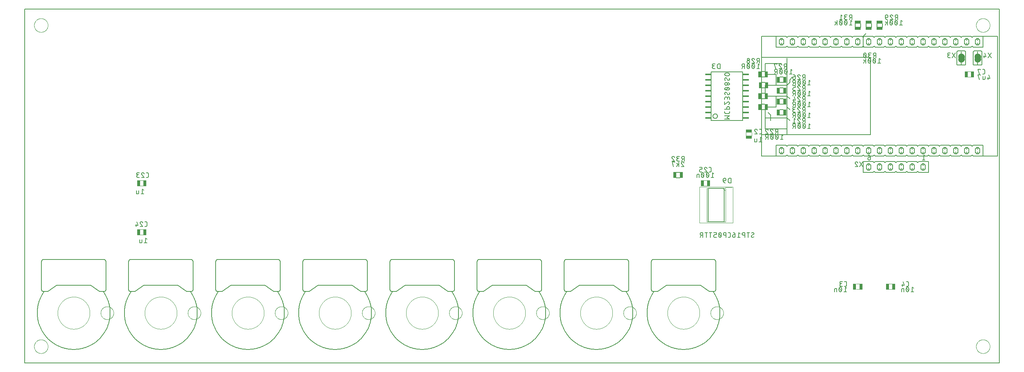
<source format=gbo>
G75*
%MOIN*%
%OFA0B0*%
%FSLAX25Y25*%
%IPPOS*%
%LPD*%
%AMOC8*
5,1,8,0,0,1.08239X$1,22.5*
%
%ADD10C,0.00600*%
%ADD11C,0.00000*%
%ADD12C,0.00400*%
%ADD13R,0.05709X0.02953*%
%ADD14R,0.02953X0.05709*%
%ADD15R,0.05300X0.01600*%
%ADD16C,0.00197*%
%ADD17C,0.00394*%
%ADD18C,0.00787*%
%ADD19C,0.00500*%
%ADD20R,0.02559X0.05512*%
%ADD21R,0.05512X0.02559*%
%ADD22R,0.01000X0.02000*%
%ADD23C,0.05000*%
D10*
X0000000Y0000000D02*
X0000000Y0325000D01*
X0895000Y0325000D01*
X0895000Y0000000D01*
X0000000Y0000000D01*
X0105650Y0110300D02*
X0105650Y0113233D01*
X0107606Y0113233D02*
X0107606Y0111033D01*
X0107605Y0111033D02*
X0107603Y0110981D01*
X0107598Y0110929D01*
X0107588Y0110877D01*
X0107575Y0110826D01*
X0107559Y0110777D01*
X0107539Y0110729D01*
X0107515Y0110682D01*
X0107489Y0110637D01*
X0107459Y0110594D01*
X0107426Y0110553D01*
X0107390Y0110515D01*
X0107352Y0110479D01*
X0107311Y0110446D01*
X0107268Y0110416D01*
X0107223Y0110390D01*
X0107177Y0110366D01*
X0107128Y0110346D01*
X0107079Y0110330D01*
X0107028Y0110317D01*
X0106976Y0110307D01*
X0106924Y0110302D01*
X0106872Y0110300D01*
X0105650Y0110300D01*
X0109756Y0110300D02*
X0112200Y0110300D01*
X0110978Y0110300D02*
X0110978Y0114700D01*
X0112200Y0113722D01*
X0111222Y0125300D02*
X0110244Y0125300D01*
X0111222Y0125300D02*
X0111283Y0125302D01*
X0111345Y0125308D01*
X0111405Y0125317D01*
X0111465Y0125331D01*
X0111524Y0125348D01*
X0111582Y0125369D01*
X0111638Y0125393D01*
X0111693Y0125421D01*
X0111746Y0125452D01*
X0111797Y0125487D01*
X0111845Y0125524D01*
X0111891Y0125565D01*
X0111935Y0125609D01*
X0111976Y0125655D01*
X0112013Y0125703D01*
X0112048Y0125754D01*
X0112079Y0125807D01*
X0112107Y0125862D01*
X0112131Y0125918D01*
X0112152Y0125976D01*
X0112169Y0126035D01*
X0112183Y0126095D01*
X0112192Y0126155D01*
X0112198Y0126217D01*
X0112200Y0126278D01*
X0112200Y0128722D01*
X0112198Y0128783D01*
X0112192Y0128845D01*
X0112183Y0128905D01*
X0112169Y0128965D01*
X0112152Y0129024D01*
X0112131Y0129082D01*
X0112107Y0129138D01*
X0112079Y0129193D01*
X0112048Y0129246D01*
X0112013Y0129297D01*
X0111976Y0129345D01*
X0111935Y0129391D01*
X0111891Y0129435D01*
X0111845Y0129476D01*
X0111797Y0129513D01*
X0111746Y0129548D01*
X0111693Y0129579D01*
X0111638Y0129607D01*
X0111582Y0129631D01*
X0111524Y0129652D01*
X0111465Y0129669D01*
X0111405Y0129683D01*
X0111345Y0129692D01*
X0111283Y0129698D01*
X0111222Y0129700D01*
X0110244Y0129700D01*
X0106357Y0127745D02*
X0106308Y0127793D01*
X0106263Y0127845D01*
X0106221Y0127898D01*
X0106182Y0127954D01*
X0106146Y0128013D01*
X0106114Y0128073D01*
X0106085Y0128135D01*
X0106060Y0128198D01*
X0106039Y0128263D01*
X0106021Y0128329D01*
X0106008Y0128396D01*
X0105998Y0128464D01*
X0105992Y0128532D01*
X0105990Y0128600D01*
X0106356Y0127744D02*
X0108434Y0125300D01*
X0105989Y0125300D01*
X0103934Y0126278D02*
X0101489Y0126278D01*
X0102223Y0127256D02*
X0102223Y0125300D01*
X0103934Y0126278D02*
X0102956Y0129700D01*
X0105989Y0128600D02*
X0105991Y0128664D01*
X0105996Y0128728D01*
X0106006Y0128791D01*
X0106019Y0128854D01*
X0106035Y0128915D01*
X0106055Y0128976D01*
X0106079Y0129036D01*
X0106106Y0129094D01*
X0106136Y0129150D01*
X0106170Y0129204D01*
X0106207Y0129257D01*
X0106246Y0129307D01*
X0106289Y0129355D01*
X0106334Y0129400D01*
X0106382Y0129443D01*
X0106432Y0129482D01*
X0106485Y0129519D01*
X0106539Y0129553D01*
X0106595Y0129583D01*
X0106653Y0129610D01*
X0106713Y0129634D01*
X0106774Y0129654D01*
X0106835Y0129670D01*
X0106898Y0129683D01*
X0106961Y0129693D01*
X0107025Y0129698D01*
X0107089Y0129700D01*
X0107163Y0129698D01*
X0107237Y0129692D01*
X0107310Y0129683D01*
X0107383Y0129669D01*
X0107455Y0129652D01*
X0107526Y0129631D01*
X0107596Y0129606D01*
X0107664Y0129578D01*
X0107731Y0129546D01*
X0107796Y0129510D01*
X0107859Y0129472D01*
X0107920Y0129430D01*
X0107979Y0129385D01*
X0108035Y0129337D01*
X0108089Y0129286D01*
X0108140Y0129232D01*
X0108188Y0129175D01*
X0108233Y0129117D01*
X0108275Y0129056D01*
X0108313Y0128993D01*
X0108349Y0128927D01*
X0108380Y0128861D01*
X0108409Y0128792D01*
X0108433Y0128722D01*
X0108128Y0155300D02*
X0108128Y0159700D01*
X0109350Y0158722D01*
X0109350Y0155300D02*
X0106906Y0155300D01*
X0104756Y0156033D02*
X0104756Y0158233D01*
X0102800Y0158233D02*
X0102800Y0155300D01*
X0104022Y0155300D01*
X0104074Y0155302D01*
X0104126Y0155307D01*
X0104178Y0155317D01*
X0104229Y0155330D01*
X0104278Y0155346D01*
X0104327Y0155366D01*
X0104373Y0155390D01*
X0104418Y0155416D01*
X0104461Y0155446D01*
X0104502Y0155479D01*
X0104540Y0155515D01*
X0104576Y0155553D01*
X0104609Y0155594D01*
X0104639Y0155637D01*
X0104665Y0155682D01*
X0104689Y0155729D01*
X0104709Y0155777D01*
X0104725Y0155826D01*
X0104738Y0155877D01*
X0104748Y0155929D01*
X0104753Y0155981D01*
X0104755Y0156033D01*
X0105244Y0170300D02*
X0104022Y0170300D01*
X0103953Y0170302D01*
X0103885Y0170308D01*
X0103817Y0170317D01*
X0103750Y0170331D01*
X0103684Y0170348D01*
X0103618Y0170369D01*
X0103554Y0170393D01*
X0103492Y0170421D01*
X0103431Y0170452D01*
X0103372Y0170487D01*
X0103315Y0170525D01*
X0103260Y0170567D01*
X0103208Y0170611D01*
X0103158Y0170658D01*
X0103111Y0170708D01*
X0103067Y0170760D01*
X0103025Y0170815D01*
X0102987Y0170872D01*
X0102952Y0170931D01*
X0102921Y0170992D01*
X0102893Y0171054D01*
X0102869Y0171118D01*
X0102848Y0171184D01*
X0102831Y0171250D01*
X0102817Y0171317D01*
X0102808Y0171385D01*
X0102802Y0171453D01*
X0102800Y0171522D01*
X0102802Y0171591D01*
X0102808Y0171659D01*
X0102817Y0171727D01*
X0102831Y0171794D01*
X0102848Y0171860D01*
X0102869Y0171926D01*
X0102893Y0171990D01*
X0102921Y0172052D01*
X0102952Y0172113D01*
X0102987Y0172172D01*
X0103025Y0172229D01*
X0103067Y0172284D01*
X0103111Y0172336D01*
X0103158Y0172386D01*
X0103208Y0172433D01*
X0103260Y0172477D01*
X0103315Y0172519D01*
X0103372Y0172557D01*
X0103431Y0172592D01*
X0103492Y0172623D01*
X0103554Y0172651D01*
X0103618Y0172675D01*
X0103684Y0172696D01*
X0103750Y0172713D01*
X0103817Y0172727D01*
X0103885Y0172736D01*
X0103953Y0172742D01*
X0104022Y0172744D01*
X0103778Y0172744D02*
X0104756Y0172744D01*
X0103778Y0172744D02*
X0103717Y0172746D01*
X0103655Y0172752D01*
X0103595Y0172761D01*
X0103535Y0172775D01*
X0103476Y0172792D01*
X0103418Y0172813D01*
X0103362Y0172837D01*
X0103307Y0172865D01*
X0103254Y0172896D01*
X0103203Y0172931D01*
X0103155Y0172968D01*
X0103109Y0173009D01*
X0103065Y0173053D01*
X0103024Y0173099D01*
X0102987Y0173147D01*
X0102952Y0173198D01*
X0102921Y0173251D01*
X0102893Y0173306D01*
X0102869Y0173362D01*
X0102848Y0173420D01*
X0102831Y0173479D01*
X0102817Y0173539D01*
X0102808Y0173599D01*
X0102802Y0173661D01*
X0102800Y0173722D01*
X0102802Y0173783D01*
X0102808Y0173845D01*
X0102817Y0173905D01*
X0102831Y0173965D01*
X0102848Y0174024D01*
X0102869Y0174082D01*
X0102893Y0174138D01*
X0102921Y0174193D01*
X0102952Y0174246D01*
X0102987Y0174297D01*
X0103024Y0174345D01*
X0103065Y0174391D01*
X0103109Y0174435D01*
X0103155Y0174476D01*
X0103203Y0174513D01*
X0103254Y0174548D01*
X0103307Y0174579D01*
X0103362Y0174607D01*
X0103418Y0174631D01*
X0103476Y0174652D01*
X0103535Y0174669D01*
X0103595Y0174683D01*
X0103655Y0174692D01*
X0103717Y0174698D01*
X0103778Y0174700D01*
X0105244Y0174700D01*
X0107667Y0172744D02*
X0109744Y0170300D01*
X0107300Y0170300D01*
X0109744Y0173722D02*
X0109720Y0173792D01*
X0109691Y0173861D01*
X0109660Y0173927D01*
X0109624Y0173993D01*
X0109586Y0174056D01*
X0109544Y0174117D01*
X0109499Y0174175D01*
X0109451Y0174232D01*
X0109400Y0174286D01*
X0109346Y0174337D01*
X0109290Y0174385D01*
X0109231Y0174430D01*
X0109170Y0174472D01*
X0109107Y0174510D01*
X0109042Y0174546D01*
X0108975Y0174578D01*
X0108907Y0174606D01*
X0108837Y0174631D01*
X0108766Y0174652D01*
X0108694Y0174669D01*
X0108621Y0174683D01*
X0108548Y0174692D01*
X0108474Y0174698D01*
X0108400Y0174700D01*
X0108336Y0174698D01*
X0108272Y0174693D01*
X0108209Y0174683D01*
X0108146Y0174670D01*
X0108085Y0174654D01*
X0108024Y0174634D01*
X0107964Y0174610D01*
X0107906Y0174583D01*
X0107850Y0174553D01*
X0107796Y0174519D01*
X0107743Y0174482D01*
X0107693Y0174443D01*
X0107645Y0174400D01*
X0107600Y0174355D01*
X0107557Y0174307D01*
X0107518Y0174257D01*
X0107481Y0174204D01*
X0107447Y0174150D01*
X0107417Y0174094D01*
X0107390Y0174036D01*
X0107366Y0173976D01*
X0107346Y0173915D01*
X0107330Y0173854D01*
X0107317Y0173791D01*
X0107307Y0173728D01*
X0107302Y0173664D01*
X0107300Y0173600D01*
X0107302Y0173532D01*
X0107308Y0173464D01*
X0107318Y0173396D01*
X0107331Y0173329D01*
X0107349Y0173263D01*
X0107370Y0173198D01*
X0107395Y0173135D01*
X0107424Y0173073D01*
X0107456Y0173013D01*
X0107492Y0172954D01*
X0107531Y0172898D01*
X0107573Y0172845D01*
X0107618Y0172793D01*
X0107667Y0172745D01*
X0111555Y0174700D02*
X0112533Y0174700D01*
X0112594Y0174698D01*
X0112656Y0174692D01*
X0112716Y0174683D01*
X0112776Y0174669D01*
X0112835Y0174652D01*
X0112893Y0174631D01*
X0112949Y0174607D01*
X0113004Y0174579D01*
X0113057Y0174548D01*
X0113108Y0174513D01*
X0113156Y0174476D01*
X0113202Y0174435D01*
X0113246Y0174391D01*
X0113287Y0174345D01*
X0113324Y0174297D01*
X0113359Y0174246D01*
X0113390Y0174193D01*
X0113418Y0174138D01*
X0113442Y0174082D01*
X0113463Y0174024D01*
X0113480Y0173965D01*
X0113494Y0173905D01*
X0113503Y0173845D01*
X0113509Y0173783D01*
X0113511Y0173722D01*
X0113511Y0171278D01*
X0113509Y0171217D01*
X0113503Y0171155D01*
X0113494Y0171095D01*
X0113480Y0171035D01*
X0113463Y0170976D01*
X0113442Y0170918D01*
X0113418Y0170862D01*
X0113390Y0170807D01*
X0113359Y0170754D01*
X0113324Y0170703D01*
X0113287Y0170655D01*
X0113246Y0170609D01*
X0113202Y0170565D01*
X0113156Y0170524D01*
X0113108Y0170487D01*
X0113057Y0170452D01*
X0113004Y0170421D01*
X0112949Y0170393D01*
X0112893Y0170369D01*
X0112835Y0170348D01*
X0112776Y0170331D01*
X0112716Y0170317D01*
X0112656Y0170308D01*
X0112594Y0170302D01*
X0112533Y0170300D01*
X0111555Y0170300D01*
X0594296Y0185300D02*
X0596740Y0185300D01*
X0594663Y0187744D01*
X0595396Y0189700D02*
X0595470Y0189698D01*
X0595544Y0189692D01*
X0595617Y0189683D01*
X0595690Y0189669D01*
X0595762Y0189652D01*
X0595833Y0189631D01*
X0595903Y0189606D01*
X0595971Y0189578D01*
X0596038Y0189546D01*
X0596103Y0189510D01*
X0596166Y0189472D01*
X0596227Y0189430D01*
X0596286Y0189385D01*
X0596342Y0189337D01*
X0596396Y0189286D01*
X0596447Y0189232D01*
X0596495Y0189175D01*
X0596540Y0189117D01*
X0596582Y0189056D01*
X0596620Y0188993D01*
X0596656Y0188927D01*
X0596687Y0188861D01*
X0596716Y0188792D01*
X0596740Y0188722D01*
X0594663Y0187745D02*
X0594614Y0187793D01*
X0594569Y0187845D01*
X0594527Y0187898D01*
X0594488Y0187954D01*
X0594452Y0188013D01*
X0594420Y0188073D01*
X0594391Y0188135D01*
X0594366Y0188198D01*
X0594345Y0188263D01*
X0594327Y0188329D01*
X0594314Y0188396D01*
X0594304Y0188464D01*
X0594298Y0188532D01*
X0594296Y0188600D01*
X0594298Y0188664D01*
X0594303Y0188728D01*
X0594313Y0188791D01*
X0594326Y0188854D01*
X0594342Y0188915D01*
X0594362Y0188976D01*
X0594386Y0189036D01*
X0594413Y0189094D01*
X0594443Y0189150D01*
X0594477Y0189204D01*
X0594514Y0189257D01*
X0594553Y0189307D01*
X0594596Y0189355D01*
X0594641Y0189400D01*
X0594689Y0189443D01*
X0594739Y0189482D01*
X0594792Y0189519D01*
X0594846Y0189553D01*
X0594902Y0189583D01*
X0594960Y0189610D01*
X0595020Y0189634D01*
X0595081Y0189654D01*
X0595142Y0189670D01*
X0595205Y0189683D01*
X0595268Y0189693D01*
X0595332Y0189698D01*
X0595396Y0189700D01*
X0599774Y0189700D02*
X0601240Y0189700D01*
X0599774Y0189700D02*
X0599713Y0189698D01*
X0599651Y0189692D01*
X0599591Y0189683D01*
X0599531Y0189669D01*
X0599472Y0189652D01*
X0599414Y0189631D01*
X0599358Y0189607D01*
X0599303Y0189579D01*
X0599250Y0189548D01*
X0599199Y0189513D01*
X0599151Y0189476D01*
X0599105Y0189435D01*
X0599061Y0189391D01*
X0599020Y0189345D01*
X0598983Y0189297D01*
X0598948Y0189246D01*
X0598917Y0189193D01*
X0598889Y0189138D01*
X0598865Y0189082D01*
X0598844Y0189024D01*
X0598827Y0188965D01*
X0598813Y0188905D01*
X0598804Y0188845D01*
X0598798Y0188783D01*
X0598796Y0188722D01*
X0598798Y0188661D01*
X0598804Y0188599D01*
X0598813Y0188539D01*
X0598827Y0188479D01*
X0598844Y0188420D01*
X0598865Y0188362D01*
X0598889Y0188306D01*
X0598917Y0188251D01*
X0598948Y0188198D01*
X0598983Y0188147D01*
X0599020Y0188099D01*
X0599061Y0188053D01*
X0599105Y0188009D01*
X0599151Y0187968D01*
X0599199Y0187931D01*
X0599250Y0187896D01*
X0599303Y0187865D01*
X0599358Y0187837D01*
X0599414Y0187813D01*
X0599472Y0187792D01*
X0599531Y0187775D01*
X0599591Y0187761D01*
X0599651Y0187752D01*
X0599713Y0187746D01*
X0599774Y0187744D01*
X0600751Y0187744D01*
X0600018Y0187744D02*
X0599949Y0187742D01*
X0599881Y0187736D01*
X0599813Y0187727D01*
X0599746Y0187713D01*
X0599680Y0187696D01*
X0599614Y0187675D01*
X0599550Y0187651D01*
X0599488Y0187623D01*
X0599427Y0187592D01*
X0599368Y0187557D01*
X0599311Y0187519D01*
X0599256Y0187477D01*
X0599204Y0187433D01*
X0599154Y0187386D01*
X0599107Y0187336D01*
X0599063Y0187284D01*
X0599021Y0187229D01*
X0598983Y0187172D01*
X0598948Y0187113D01*
X0598917Y0187052D01*
X0598889Y0186990D01*
X0598865Y0186926D01*
X0598844Y0186860D01*
X0598827Y0186794D01*
X0598813Y0186727D01*
X0598804Y0186659D01*
X0598798Y0186591D01*
X0598796Y0186522D01*
X0598798Y0186453D01*
X0598804Y0186385D01*
X0598813Y0186317D01*
X0598827Y0186250D01*
X0598844Y0186184D01*
X0598865Y0186118D01*
X0598889Y0186054D01*
X0598917Y0185992D01*
X0598948Y0185931D01*
X0598983Y0185872D01*
X0599021Y0185815D01*
X0599063Y0185760D01*
X0599107Y0185708D01*
X0599154Y0185658D01*
X0599204Y0185611D01*
X0599256Y0185567D01*
X0599311Y0185525D01*
X0599368Y0185487D01*
X0599427Y0185452D01*
X0599488Y0185421D01*
X0599550Y0185393D01*
X0599614Y0185369D01*
X0599680Y0185348D01*
X0599746Y0185331D01*
X0599813Y0185317D01*
X0599881Y0185308D01*
X0599949Y0185302D01*
X0600018Y0185300D01*
X0601240Y0185300D01*
X0600761Y0184700D02*
X0600761Y0180300D01*
X0600761Y0181767D02*
X0598806Y0183233D01*
X0599906Y0182378D02*
X0598806Y0180300D01*
X0595800Y0180300D02*
X0594578Y0184700D01*
X0597022Y0184700D01*
X0597022Y0184211D01*
X0603260Y0185300D02*
X0604237Y0187256D01*
X0604482Y0187256D02*
X0605704Y0187256D01*
X0604482Y0187256D02*
X0604413Y0187258D01*
X0604345Y0187264D01*
X0604277Y0187273D01*
X0604210Y0187287D01*
X0604144Y0187304D01*
X0604078Y0187325D01*
X0604014Y0187349D01*
X0603952Y0187377D01*
X0603891Y0187408D01*
X0603832Y0187443D01*
X0603775Y0187481D01*
X0603720Y0187523D01*
X0603668Y0187567D01*
X0603618Y0187614D01*
X0603571Y0187664D01*
X0603527Y0187716D01*
X0603485Y0187771D01*
X0603447Y0187828D01*
X0603412Y0187887D01*
X0603381Y0187948D01*
X0603353Y0188010D01*
X0603329Y0188074D01*
X0603308Y0188140D01*
X0603291Y0188206D01*
X0603277Y0188273D01*
X0603268Y0188341D01*
X0603262Y0188409D01*
X0603260Y0188478D01*
X0603262Y0188547D01*
X0603268Y0188615D01*
X0603277Y0188683D01*
X0603291Y0188750D01*
X0603308Y0188816D01*
X0603329Y0188882D01*
X0603353Y0188946D01*
X0603381Y0189008D01*
X0603412Y0189069D01*
X0603447Y0189128D01*
X0603485Y0189185D01*
X0603527Y0189240D01*
X0603571Y0189292D01*
X0603618Y0189342D01*
X0603668Y0189389D01*
X0603720Y0189433D01*
X0603775Y0189475D01*
X0603832Y0189513D01*
X0603891Y0189548D01*
X0603952Y0189579D01*
X0604014Y0189607D01*
X0604078Y0189631D01*
X0604144Y0189652D01*
X0604210Y0189669D01*
X0604277Y0189683D01*
X0604345Y0189692D01*
X0604413Y0189698D01*
X0604482Y0189700D01*
X0605704Y0189700D01*
X0605704Y0185300D01*
X0602978Y0183600D02*
X0602980Y0183532D01*
X0602986Y0183464D01*
X0602996Y0183396D01*
X0603009Y0183329D01*
X0603027Y0183263D01*
X0603048Y0183198D01*
X0603073Y0183135D01*
X0603102Y0183073D01*
X0603134Y0183013D01*
X0603170Y0182954D01*
X0603209Y0182898D01*
X0603251Y0182845D01*
X0603296Y0182793D01*
X0603345Y0182745D01*
X0603344Y0182744D02*
X0605422Y0180300D01*
X0602978Y0180300D01*
X0605422Y0183722D02*
X0605398Y0183792D01*
X0605369Y0183861D01*
X0605338Y0183927D01*
X0605302Y0183993D01*
X0605264Y0184056D01*
X0605222Y0184117D01*
X0605177Y0184175D01*
X0605129Y0184232D01*
X0605078Y0184286D01*
X0605024Y0184337D01*
X0604968Y0184385D01*
X0604909Y0184430D01*
X0604848Y0184472D01*
X0604785Y0184510D01*
X0604720Y0184546D01*
X0604653Y0184578D01*
X0604585Y0184606D01*
X0604515Y0184631D01*
X0604444Y0184652D01*
X0604372Y0184669D01*
X0604299Y0184683D01*
X0604226Y0184692D01*
X0604152Y0184698D01*
X0604078Y0184700D01*
X0604014Y0184698D01*
X0603950Y0184693D01*
X0603887Y0184683D01*
X0603824Y0184670D01*
X0603763Y0184654D01*
X0603702Y0184634D01*
X0603642Y0184610D01*
X0603584Y0184583D01*
X0603528Y0184553D01*
X0603474Y0184519D01*
X0603421Y0184482D01*
X0603371Y0184443D01*
X0603323Y0184400D01*
X0603278Y0184355D01*
X0603235Y0184307D01*
X0603196Y0184257D01*
X0603159Y0184204D01*
X0603125Y0184150D01*
X0603095Y0184094D01*
X0603068Y0184036D01*
X0603044Y0183976D01*
X0603024Y0183915D01*
X0603008Y0183854D01*
X0602995Y0183791D01*
X0602985Y0183728D01*
X0602980Y0183664D01*
X0602978Y0183600D01*
X0601614Y0175000D02*
X0598386Y0175000D01*
X0598386Y0170000D02*
X0601614Y0170000D01*
X0617225Y0170300D02*
X0617225Y0172500D01*
X0617227Y0172552D01*
X0617232Y0172604D01*
X0617242Y0172656D01*
X0617255Y0172707D01*
X0617271Y0172756D01*
X0617291Y0172805D01*
X0617315Y0172851D01*
X0617341Y0172896D01*
X0617371Y0172939D01*
X0617404Y0172980D01*
X0617440Y0173018D01*
X0617478Y0173054D01*
X0617519Y0173087D01*
X0617562Y0173117D01*
X0617607Y0173143D01*
X0617654Y0173167D01*
X0617702Y0173187D01*
X0617751Y0173203D01*
X0617802Y0173216D01*
X0617854Y0173226D01*
X0617906Y0173231D01*
X0617958Y0173233D01*
X0619181Y0173233D01*
X0619181Y0170300D01*
X0623408Y0170911D02*
X0623458Y0171018D01*
X0623504Y0171126D01*
X0623547Y0171235D01*
X0623586Y0171346D01*
X0623622Y0171458D01*
X0623654Y0171571D01*
X0623682Y0171685D01*
X0623707Y0171800D01*
X0623728Y0171915D01*
X0623745Y0172031D01*
X0623758Y0172148D01*
X0623767Y0172265D01*
X0623773Y0172383D01*
X0623775Y0172500D01*
X0627908Y0170911D02*
X0627958Y0171018D01*
X0628004Y0171126D01*
X0628047Y0171235D01*
X0628086Y0171346D01*
X0628122Y0171458D01*
X0628154Y0171571D01*
X0628182Y0171685D01*
X0628207Y0171800D01*
X0628228Y0171915D01*
X0628245Y0172031D01*
X0628258Y0172148D01*
X0628267Y0172265D01*
X0628273Y0172383D01*
X0628275Y0172500D01*
X0625830Y0172500D02*
X0625832Y0172617D01*
X0625838Y0172735D01*
X0625847Y0172852D01*
X0625860Y0172969D01*
X0625877Y0173085D01*
X0625898Y0173200D01*
X0625923Y0173315D01*
X0625951Y0173429D01*
X0625983Y0173542D01*
X0626019Y0173654D01*
X0626058Y0173765D01*
X0626101Y0173875D01*
X0626147Y0173983D01*
X0626197Y0174089D01*
X0626075Y0173722D02*
X0628031Y0171278D01*
X0627053Y0170300D02*
X0626994Y0170302D01*
X0626935Y0170308D01*
X0626877Y0170317D01*
X0626820Y0170331D01*
X0626763Y0170348D01*
X0626708Y0170368D01*
X0626654Y0170393D01*
X0626602Y0170421D01*
X0626552Y0170452D01*
X0626504Y0170486D01*
X0626458Y0170523D01*
X0626415Y0170564D01*
X0626375Y0170607D01*
X0626337Y0170652D01*
X0626303Y0170700D01*
X0626271Y0170750D01*
X0626243Y0170802D01*
X0626219Y0170856D01*
X0626198Y0170911D01*
X0627053Y0170300D02*
X0627112Y0170302D01*
X0627171Y0170308D01*
X0627229Y0170317D01*
X0627286Y0170331D01*
X0627343Y0170348D01*
X0627398Y0170368D01*
X0627452Y0170393D01*
X0627504Y0170421D01*
X0627554Y0170452D01*
X0627602Y0170486D01*
X0627648Y0170523D01*
X0627691Y0170564D01*
X0627731Y0170607D01*
X0627769Y0170652D01*
X0627803Y0170700D01*
X0627835Y0170750D01*
X0627863Y0170802D01*
X0627887Y0170856D01*
X0627908Y0170911D01*
X0626197Y0170911D02*
X0626147Y0171017D01*
X0626101Y0171125D01*
X0626058Y0171235D01*
X0626019Y0171346D01*
X0625983Y0171458D01*
X0625951Y0171571D01*
X0625923Y0171685D01*
X0625898Y0171800D01*
X0625877Y0171915D01*
X0625860Y0172031D01*
X0625847Y0172148D01*
X0625838Y0172265D01*
X0625832Y0172383D01*
X0625830Y0172500D01*
X0621697Y0170911D02*
X0621647Y0171017D01*
X0621601Y0171125D01*
X0621558Y0171235D01*
X0621519Y0171346D01*
X0621483Y0171458D01*
X0621451Y0171571D01*
X0621423Y0171685D01*
X0621398Y0171800D01*
X0621377Y0171915D01*
X0621360Y0172031D01*
X0621347Y0172148D01*
X0621338Y0172265D01*
X0621332Y0172383D01*
X0621330Y0172500D01*
X0623775Y0172500D02*
X0623773Y0172617D01*
X0623767Y0172735D01*
X0623758Y0172852D01*
X0623745Y0172969D01*
X0623728Y0173085D01*
X0623707Y0173200D01*
X0623682Y0173315D01*
X0623654Y0173429D01*
X0623622Y0173542D01*
X0623586Y0173654D01*
X0623547Y0173765D01*
X0623504Y0173875D01*
X0623458Y0173982D01*
X0623408Y0174089D01*
X0622553Y0174700D02*
X0622494Y0174698D01*
X0622435Y0174692D01*
X0622377Y0174683D01*
X0622320Y0174669D01*
X0622263Y0174652D01*
X0622208Y0174632D01*
X0622154Y0174607D01*
X0622102Y0174579D01*
X0622052Y0174548D01*
X0622004Y0174514D01*
X0621958Y0174477D01*
X0621915Y0174436D01*
X0621875Y0174393D01*
X0621837Y0174348D01*
X0621803Y0174300D01*
X0621771Y0174250D01*
X0621743Y0174198D01*
X0621719Y0174144D01*
X0621698Y0174089D01*
X0621575Y0173722D02*
X0623531Y0171278D01*
X0622553Y0170300D02*
X0622494Y0170302D01*
X0622435Y0170308D01*
X0622377Y0170317D01*
X0622320Y0170331D01*
X0622263Y0170348D01*
X0622208Y0170368D01*
X0622154Y0170393D01*
X0622102Y0170421D01*
X0622052Y0170452D01*
X0622004Y0170486D01*
X0621958Y0170523D01*
X0621915Y0170564D01*
X0621875Y0170607D01*
X0621837Y0170652D01*
X0621803Y0170700D01*
X0621771Y0170750D01*
X0621743Y0170802D01*
X0621719Y0170856D01*
X0621698Y0170911D01*
X0622553Y0170300D02*
X0622612Y0170302D01*
X0622671Y0170308D01*
X0622729Y0170317D01*
X0622786Y0170331D01*
X0622843Y0170348D01*
X0622898Y0170368D01*
X0622952Y0170393D01*
X0623004Y0170421D01*
X0623054Y0170452D01*
X0623102Y0170486D01*
X0623148Y0170523D01*
X0623191Y0170564D01*
X0623231Y0170607D01*
X0623269Y0170652D01*
X0623303Y0170700D01*
X0623335Y0170750D01*
X0623363Y0170802D01*
X0623387Y0170856D01*
X0623408Y0170911D01*
X0628275Y0172500D02*
X0628273Y0172617D01*
X0628267Y0172735D01*
X0628258Y0172852D01*
X0628245Y0172969D01*
X0628228Y0173085D01*
X0628207Y0173200D01*
X0628182Y0173315D01*
X0628154Y0173429D01*
X0628122Y0173542D01*
X0628086Y0173654D01*
X0628047Y0173765D01*
X0628004Y0173875D01*
X0627958Y0173982D01*
X0627908Y0174089D01*
X0627053Y0174700D02*
X0626994Y0174698D01*
X0626935Y0174692D01*
X0626877Y0174683D01*
X0626820Y0174669D01*
X0626763Y0174652D01*
X0626708Y0174632D01*
X0626654Y0174607D01*
X0626602Y0174579D01*
X0626552Y0174548D01*
X0626504Y0174514D01*
X0626458Y0174477D01*
X0626415Y0174436D01*
X0626375Y0174393D01*
X0626337Y0174348D01*
X0626303Y0174300D01*
X0626271Y0174250D01*
X0626243Y0174198D01*
X0626219Y0174144D01*
X0626198Y0174089D01*
X0627053Y0174700D02*
X0627112Y0174698D01*
X0627171Y0174692D01*
X0627229Y0174683D01*
X0627286Y0174669D01*
X0627343Y0174652D01*
X0627398Y0174632D01*
X0627452Y0174607D01*
X0627504Y0174579D01*
X0627554Y0174548D01*
X0627602Y0174514D01*
X0627648Y0174477D01*
X0627691Y0174436D01*
X0627731Y0174393D01*
X0627769Y0174348D01*
X0627803Y0174300D01*
X0627835Y0174250D01*
X0627863Y0174198D01*
X0627887Y0174144D01*
X0627908Y0174089D01*
X0628400Y0175300D02*
X0629378Y0175300D01*
X0629439Y0175302D01*
X0629501Y0175308D01*
X0629561Y0175317D01*
X0629621Y0175331D01*
X0629680Y0175348D01*
X0629738Y0175369D01*
X0629794Y0175393D01*
X0629849Y0175421D01*
X0629902Y0175452D01*
X0629953Y0175487D01*
X0630001Y0175524D01*
X0630047Y0175565D01*
X0630091Y0175609D01*
X0630132Y0175655D01*
X0630169Y0175703D01*
X0630204Y0175754D01*
X0630235Y0175807D01*
X0630263Y0175862D01*
X0630287Y0175918D01*
X0630308Y0175976D01*
X0630325Y0176035D01*
X0630339Y0176095D01*
X0630348Y0176155D01*
X0630354Y0176217D01*
X0630356Y0176278D01*
X0630355Y0176278D02*
X0630355Y0178722D01*
X0630356Y0178722D02*
X0630354Y0178783D01*
X0630348Y0178845D01*
X0630339Y0178905D01*
X0630325Y0178965D01*
X0630308Y0179024D01*
X0630287Y0179082D01*
X0630263Y0179138D01*
X0630235Y0179193D01*
X0630204Y0179246D01*
X0630169Y0179297D01*
X0630132Y0179345D01*
X0630091Y0179391D01*
X0630047Y0179435D01*
X0630001Y0179476D01*
X0629953Y0179513D01*
X0629902Y0179548D01*
X0629849Y0179579D01*
X0629794Y0179607D01*
X0629738Y0179631D01*
X0629680Y0179652D01*
X0629621Y0179669D01*
X0629561Y0179683D01*
X0629501Y0179692D01*
X0629439Y0179698D01*
X0629378Y0179700D01*
X0628400Y0179700D01*
X0624512Y0177745D02*
X0624463Y0177793D01*
X0624418Y0177845D01*
X0624376Y0177898D01*
X0624337Y0177954D01*
X0624301Y0178013D01*
X0624269Y0178073D01*
X0624240Y0178135D01*
X0624215Y0178198D01*
X0624194Y0178263D01*
X0624176Y0178329D01*
X0624163Y0178396D01*
X0624153Y0178464D01*
X0624147Y0178532D01*
X0624145Y0178600D01*
X0624511Y0177744D02*
X0626589Y0175300D01*
X0624145Y0175300D01*
X0622089Y0175300D02*
X0620622Y0175300D01*
X0620561Y0175302D01*
X0620499Y0175308D01*
X0620439Y0175317D01*
X0620379Y0175331D01*
X0620320Y0175348D01*
X0620262Y0175369D01*
X0620206Y0175393D01*
X0620151Y0175421D01*
X0620098Y0175452D01*
X0620047Y0175487D01*
X0619999Y0175524D01*
X0619953Y0175565D01*
X0619909Y0175609D01*
X0619868Y0175655D01*
X0619831Y0175703D01*
X0619796Y0175754D01*
X0619765Y0175807D01*
X0619737Y0175862D01*
X0619713Y0175918D01*
X0619692Y0175976D01*
X0619675Y0176035D01*
X0619661Y0176095D01*
X0619652Y0176155D01*
X0619646Y0176217D01*
X0619644Y0176278D01*
X0619645Y0176278D02*
X0619645Y0176767D01*
X0619644Y0176767D02*
X0619646Y0176828D01*
X0619652Y0176890D01*
X0619661Y0176950D01*
X0619675Y0177010D01*
X0619692Y0177069D01*
X0619713Y0177127D01*
X0619737Y0177183D01*
X0619765Y0177238D01*
X0619796Y0177291D01*
X0619831Y0177342D01*
X0619868Y0177390D01*
X0619909Y0177436D01*
X0619953Y0177480D01*
X0619999Y0177521D01*
X0620047Y0177558D01*
X0620098Y0177593D01*
X0620151Y0177624D01*
X0620206Y0177652D01*
X0620262Y0177676D01*
X0620320Y0177697D01*
X0620379Y0177714D01*
X0620439Y0177728D01*
X0620499Y0177737D01*
X0620561Y0177743D01*
X0620622Y0177745D01*
X0620622Y0177744D02*
X0622089Y0177744D01*
X0622089Y0179700D01*
X0619645Y0179700D01*
X0624145Y0178600D02*
X0624147Y0178664D01*
X0624152Y0178728D01*
X0624162Y0178791D01*
X0624175Y0178854D01*
X0624191Y0178915D01*
X0624211Y0178976D01*
X0624235Y0179036D01*
X0624262Y0179094D01*
X0624292Y0179150D01*
X0624326Y0179204D01*
X0624363Y0179257D01*
X0624402Y0179307D01*
X0624445Y0179355D01*
X0624490Y0179400D01*
X0624538Y0179443D01*
X0624588Y0179482D01*
X0624641Y0179519D01*
X0624695Y0179553D01*
X0624751Y0179583D01*
X0624809Y0179610D01*
X0624869Y0179634D01*
X0624930Y0179654D01*
X0624991Y0179670D01*
X0625054Y0179683D01*
X0625117Y0179693D01*
X0625181Y0179698D01*
X0625245Y0179700D01*
X0625319Y0179698D01*
X0625393Y0179692D01*
X0625466Y0179683D01*
X0625539Y0179669D01*
X0625611Y0179652D01*
X0625682Y0179631D01*
X0625752Y0179606D01*
X0625820Y0179578D01*
X0625887Y0179546D01*
X0625952Y0179510D01*
X0626015Y0179472D01*
X0626076Y0179430D01*
X0626135Y0179385D01*
X0626191Y0179337D01*
X0626245Y0179286D01*
X0626296Y0179232D01*
X0626344Y0179175D01*
X0626389Y0179117D01*
X0626431Y0179056D01*
X0626469Y0178993D01*
X0626505Y0178927D01*
X0626536Y0178861D01*
X0626565Y0178792D01*
X0626589Y0178722D01*
X0623408Y0174089D02*
X0623387Y0174144D01*
X0623363Y0174198D01*
X0623335Y0174250D01*
X0623303Y0174300D01*
X0623269Y0174348D01*
X0623231Y0174393D01*
X0623191Y0174436D01*
X0623148Y0174477D01*
X0623102Y0174514D01*
X0623054Y0174548D01*
X0623004Y0174579D01*
X0622952Y0174607D01*
X0622898Y0174632D01*
X0622843Y0174652D01*
X0622786Y0174669D01*
X0622729Y0174683D01*
X0622671Y0174692D01*
X0622612Y0174698D01*
X0622553Y0174700D01*
X0621697Y0174089D02*
X0621647Y0173983D01*
X0621601Y0173875D01*
X0621558Y0173765D01*
X0621519Y0173654D01*
X0621483Y0173542D01*
X0621451Y0173429D01*
X0621423Y0173315D01*
X0621398Y0173200D01*
X0621377Y0173085D01*
X0621360Y0172969D01*
X0621347Y0172852D01*
X0621338Y0172735D01*
X0621332Y0172617D01*
X0621330Y0172500D01*
X0630331Y0170300D02*
X0632775Y0170300D01*
X0631553Y0170300D02*
X0631553Y0174700D01*
X0632775Y0173722D01*
X0647325Y0169700D02*
X0648547Y0169700D01*
X0648547Y0165300D01*
X0647325Y0165300D01*
X0647256Y0165302D01*
X0647188Y0165308D01*
X0647120Y0165317D01*
X0647053Y0165331D01*
X0646987Y0165348D01*
X0646921Y0165369D01*
X0646857Y0165393D01*
X0646795Y0165421D01*
X0646734Y0165452D01*
X0646675Y0165487D01*
X0646618Y0165525D01*
X0646563Y0165567D01*
X0646511Y0165611D01*
X0646461Y0165658D01*
X0646414Y0165708D01*
X0646370Y0165760D01*
X0646328Y0165815D01*
X0646290Y0165872D01*
X0646255Y0165931D01*
X0646224Y0165992D01*
X0646196Y0166054D01*
X0646172Y0166118D01*
X0646151Y0166184D01*
X0646134Y0166250D01*
X0646120Y0166317D01*
X0646111Y0166385D01*
X0646105Y0166453D01*
X0646103Y0166522D01*
X0646103Y0168478D01*
X0646105Y0168547D01*
X0646111Y0168615D01*
X0646120Y0168683D01*
X0646134Y0168750D01*
X0646151Y0168816D01*
X0646172Y0168882D01*
X0646196Y0168946D01*
X0646224Y0169008D01*
X0646255Y0169069D01*
X0646290Y0169128D01*
X0646328Y0169185D01*
X0646370Y0169240D01*
X0646414Y0169292D01*
X0646461Y0169342D01*
X0646511Y0169389D01*
X0646563Y0169433D01*
X0646618Y0169475D01*
X0646675Y0169513D01*
X0646734Y0169548D01*
X0646795Y0169579D01*
X0646857Y0169607D01*
X0646921Y0169631D01*
X0646987Y0169652D01*
X0647053Y0169669D01*
X0647120Y0169683D01*
X0647188Y0169692D01*
X0647256Y0169698D01*
X0647325Y0169700D01*
X0643897Y0168478D02*
X0643897Y0168233D01*
X0643895Y0168172D01*
X0643889Y0168110D01*
X0643880Y0168050D01*
X0643866Y0167990D01*
X0643849Y0167931D01*
X0643828Y0167873D01*
X0643804Y0167817D01*
X0643776Y0167762D01*
X0643745Y0167709D01*
X0643710Y0167658D01*
X0643673Y0167610D01*
X0643632Y0167564D01*
X0643588Y0167520D01*
X0643542Y0167479D01*
X0643494Y0167442D01*
X0643443Y0167407D01*
X0643390Y0167376D01*
X0643335Y0167348D01*
X0643279Y0167324D01*
X0643221Y0167303D01*
X0643162Y0167286D01*
X0643102Y0167272D01*
X0643042Y0167263D01*
X0642980Y0167257D01*
X0642919Y0167255D01*
X0642919Y0167256D02*
X0641453Y0167256D01*
X0641453Y0168478D01*
X0641455Y0168547D01*
X0641461Y0168615D01*
X0641470Y0168683D01*
X0641484Y0168750D01*
X0641501Y0168816D01*
X0641522Y0168882D01*
X0641546Y0168946D01*
X0641574Y0169008D01*
X0641605Y0169069D01*
X0641640Y0169128D01*
X0641678Y0169185D01*
X0641720Y0169240D01*
X0641764Y0169292D01*
X0641811Y0169342D01*
X0641861Y0169389D01*
X0641913Y0169433D01*
X0641968Y0169475D01*
X0642025Y0169513D01*
X0642084Y0169548D01*
X0642145Y0169579D01*
X0642207Y0169607D01*
X0642271Y0169631D01*
X0642337Y0169652D01*
X0642403Y0169669D01*
X0642470Y0169683D01*
X0642538Y0169692D01*
X0642606Y0169698D01*
X0642675Y0169700D01*
X0642744Y0169698D01*
X0642812Y0169692D01*
X0642880Y0169683D01*
X0642947Y0169669D01*
X0643013Y0169652D01*
X0643079Y0169631D01*
X0643143Y0169607D01*
X0643205Y0169579D01*
X0643266Y0169548D01*
X0643325Y0169513D01*
X0643382Y0169475D01*
X0643437Y0169433D01*
X0643489Y0169389D01*
X0643539Y0169342D01*
X0643586Y0169292D01*
X0643630Y0169240D01*
X0643672Y0169185D01*
X0643710Y0169128D01*
X0643745Y0169069D01*
X0643776Y0169008D01*
X0643804Y0168946D01*
X0643828Y0168882D01*
X0643849Y0168816D01*
X0643866Y0168750D01*
X0643880Y0168683D01*
X0643889Y0168615D01*
X0643895Y0168547D01*
X0643897Y0168478D01*
X0641452Y0167256D02*
X0641454Y0167168D01*
X0641460Y0167081D01*
X0641470Y0166993D01*
X0641483Y0166907D01*
X0641501Y0166821D01*
X0641522Y0166736D01*
X0641548Y0166652D01*
X0641577Y0166569D01*
X0641609Y0166487D01*
X0641646Y0166407D01*
X0641686Y0166329D01*
X0641729Y0166253D01*
X0641776Y0166178D01*
X0641826Y0166106D01*
X0641879Y0166036D01*
X0641935Y0165969D01*
X0641994Y0165904D01*
X0642056Y0165842D01*
X0642121Y0165783D01*
X0642188Y0165727D01*
X0642258Y0165674D01*
X0642330Y0165624D01*
X0642405Y0165577D01*
X0642481Y0165534D01*
X0642559Y0165494D01*
X0642639Y0165457D01*
X0642721Y0165425D01*
X0642804Y0165396D01*
X0642888Y0165370D01*
X0642973Y0165349D01*
X0643059Y0165331D01*
X0643145Y0165318D01*
X0643233Y0165308D01*
X0643320Y0165302D01*
X0643408Y0165300D01*
X0690000Y0190000D02*
X0690000Y0200000D01*
X0699000Y0200000D01*
X0700000Y0199000D01*
X0701000Y0200000D01*
X0709000Y0200000D01*
X0710000Y0199000D01*
X0711000Y0200000D01*
X0719000Y0200000D01*
X0720000Y0199000D01*
X0721000Y0200000D01*
X0729000Y0200000D01*
X0730000Y0199000D01*
X0731000Y0200000D01*
X0739000Y0200000D01*
X0740000Y0199000D01*
X0741000Y0200000D01*
X0749000Y0200000D01*
X0750000Y0199000D01*
X0751000Y0200000D01*
X0759000Y0200000D01*
X0760000Y0199000D01*
X0761000Y0200000D01*
X0769000Y0200000D01*
X0770000Y0199000D01*
X0771000Y0200000D01*
X0779000Y0200000D01*
X0780000Y0199000D01*
X0781000Y0200000D01*
X0789000Y0200000D01*
X0790000Y0199000D01*
X0791000Y0200000D01*
X0799000Y0200000D01*
X0800000Y0199000D01*
X0801000Y0200000D01*
X0809000Y0200000D01*
X0810000Y0199000D01*
X0811000Y0200000D01*
X0819000Y0200000D01*
X0820000Y0199000D01*
X0821000Y0200000D01*
X0829000Y0200000D01*
X0830000Y0199000D01*
X0831000Y0200000D01*
X0839000Y0200000D01*
X0840000Y0199000D01*
X0841000Y0200000D01*
X0849000Y0200000D01*
X0850000Y0199000D01*
X0851000Y0200000D01*
X0859000Y0200000D01*
X0860000Y0199000D01*
X0861000Y0200000D01*
X0869000Y0200000D01*
X0870000Y0199000D01*
X0871000Y0200000D01*
X0880000Y0200000D01*
X0880000Y0190000D01*
X0871000Y0190000D01*
X0870000Y0191000D01*
X0869000Y0190000D01*
X0861000Y0190000D01*
X0860000Y0191000D01*
X0859000Y0190000D01*
X0851000Y0190000D01*
X0850000Y0191000D01*
X0849000Y0190000D01*
X0841000Y0190000D01*
X0840000Y0191000D01*
X0839000Y0190000D01*
X0831000Y0190000D01*
X0830000Y0191000D01*
X0829000Y0190000D01*
X0821000Y0190000D01*
X0820000Y0191000D01*
X0819000Y0190000D01*
X0811000Y0190000D01*
X0810000Y0191000D01*
X0809000Y0190000D01*
X0801000Y0190000D01*
X0800000Y0191000D01*
X0799000Y0190000D01*
X0791000Y0190000D01*
X0790000Y0191000D01*
X0789000Y0190000D01*
X0781000Y0190000D01*
X0780000Y0191000D01*
X0779000Y0190000D01*
X0771000Y0190000D01*
X0770000Y0191000D01*
X0769000Y0190000D01*
X0761000Y0190000D01*
X0760000Y0191000D01*
X0759000Y0190000D01*
X0751000Y0190000D01*
X0750000Y0191000D01*
X0749000Y0190000D01*
X0741000Y0190000D01*
X0740000Y0191000D01*
X0739000Y0190000D01*
X0731000Y0190000D01*
X0730000Y0191000D01*
X0729000Y0190000D01*
X0721000Y0190000D01*
X0720000Y0191000D01*
X0719000Y0190000D01*
X0711000Y0190000D01*
X0710000Y0191000D01*
X0709000Y0190000D01*
X0701000Y0190000D01*
X0700000Y0191000D01*
X0699000Y0190000D01*
X0690000Y0190000D01*
X0693000Y0193000D02*
X0693000Y0197000D01*
X0694000Y0197000D01*
X0694000Y0198000D01*
X0696000Y0198000D01*
X0696000Y0197000D01*
X0697000Y0197000D01*
X0697000Y0193000D01*
X0696000Y0193000D01*
X0696000Y0192000D01*
X0694000Y0192000D01*
X0694000Y0193000D01*
X0693000Y0193000D01*
X0703000Y0193000D02*
X0703000Y0197000D01*
X0704000Y0197000D01*
X0704000Y0198000D01*
X0706000Y0198000D01*
X0706000Y0197000D01*
X0707000Y0197000D01*
X0707000Y0193000D01*
X0706000Y0193000D01*
X0706000Y0192000D01*
X0704000Y0192000D01*
X0704000Y0193000D01*
X0703000Y0193000D01*
X0713000Y0193000D02*
X0713000Y0197000D01*
X0714000Y0197000D01*
X0714000Y0198000D01*
X0716000Y0198000D01*
X0716000Y0197000D01*
X0717000Y0197000D01*
X0717000Y0193000D01*
X0716000Y0193000D01*
X0716000Y0192000D01*
X0714000Y0192000D01*
X0714000Y0193000D01*
X0713000Y0193000D01*
X0723000Y0193000D02*
X0723000Y0197000D01*
X0724000Y0197000D01*
X0724000Y0198000D01*
X0726000Y0198000D01*
X0726000Y0197000D01*
X0727000Y0197000D01*
X0727000Y0193000D01*
X0726000Y0193000D01*
X0726000Y0192000D01*
X0724000Y0192000D01*
X0724000Y0193000D01*
X0723000Y0193000D01*
X0733000Y0193000D02*
X0733000Y0197000D01*
X0734000Y0197000D01*
X0734000Y0198000D01*
X0736000Y0198000D01*
X0736000Y0197000D01*
X0737000Y0197000D01*
X0737000Y0193000D01*
X0736000Y0193000D01*
X0736000Y0192000D01*
X0734000Y0192000D01*
X0734000Y0193000D01*
X0733000Y0193000D01*
X0743000Y0193000D02*
X0743000Y0197000D01*
X0744000Y0197000D01*
X0744000Y0198000D01*
X0746000Y0198000D01*
X0746000Y0197000D01*
X0747000Y0197000D01*
X0747000Y0193000D01*
X0746000Y0193000D01*
X0746000Y0192000D01*
X0744000Y0192000D01*
X0744000Y0193000D01*
X0743000Y0193000D01*
X0753000Y0193000D02*
X0753000Y0197000D01*
X0754000Y0197000D01*
X0754000Y0198000D01*
X0756000Y0198000D01*
X0756000Y0197000D01*
X0757000Y0197000D01*
X0757000Y0193000D01*
X0756000Y0193000D01*
X0756000Y0192000D01*
X0754000Y0192000D01*
X0754000Y0193000D01*
X0753000Y0193000D01*
X0763000Y0193000D02*
X0763000Y0197000D01*
X0764000Y0197000D01*
X0764000Y0198000D01*
X0766000Y0198000D01*
X0766000Y0197000D01*
X0767000Y0197000D01*
X0767000Y0193000D01*
X0766000Y0193000D01*
X0766000Y0192000D01*
X0764000Y0192000D01*
X0764000Y0193000D01*
X0763000Y0193000D01*
X0773000Y0193000D02*
X0773000Y0197000D01*
X0774000Y0197000D01*
X0774000Y0198000D01*
X0776000Y0198000D01*
X0776000Y0197000D01*
X0777000Y0197000D01*
X0777000Y0193000D01*
X0776000Y0193000D01*
X0776000Y0192000D01*
X0774000Y0192000D01*
X0774000Y0193000D01*
X0773000Y0193000D01*
X0783000Y0193000D02*
X0783000Y0197000D01*
X0784000Y0197000D01*
X0784000Y0198000D01*
X0786000Y0198000D01*
X0786000Y0197000D01*
X0787000Y0197000D01*
X0787000Y0193000D01*
X0786000Y0193000D01*
X0786000Y0192000D01*
X0784000Y0192000D01*
X0784000Y0193000D01*
X0783000Y0193000D01*
X0793000Y0193000D02*
X0793000Y0197000D01*
X0794000Y0197000D01*
X0794000Y0198000D01*
X0796000Y0198000D01*
X0796000Y0197000D01*
X0797000Y0197000D01*
X0797000Y0193000D01*
X0796000Y0193000D01*
X0796000Y0192000D01*
X0794000Y0192000D01*
X0794000Y0193000D01*
X0793000Y0193000D01*
X0803000Y0193000D02*
X0803000Y0197000D01*
X0804000Y0197000D01*
X0804000Y0198000D01*
X0806000Y0198000D01*
X0806000Y0197000D01*
X0807000Y0197000D01*
X0807000Y0193000D01*
X0806000Y0193000D01*
X0806000Y0192000D01*
X0804000Y0192000D01*
X0804000Y0193000D01*
X0803000Y0193000D01*
X0813000Y0193000D02*
X0813000Y0197000D01*
X0814000Y0197000D01*
X0814000Y0198000D01*
X0816000Y0198000D01*
X0816000Y0197000D01*
X0817000Y0197000D01*
X0817000Y0193000D01*
X0816000Y0193000D01*
X0816000Y0192000D01*
X0814000Y0192000D01*
X0814000Y0193000D01*
X0813000Y0193000D01*
X0823000Y0193000D02*
X0823000Y0197000D01*
X0824000Y0197000D01*
X0824000Y0198000D01*
X0826000Y0198000D01*
X0826000Y0197000D01*
X0827000Y0197000D01*
X0827000Y0193000D01*
X0826000Y0193000D01*
X0826000Y0192000D01*
X0824000Y0192000D01*
X0824000Y0193000D01*
X0823000Y0193000D01*
X0833000Y0193000D02*
X0833000Y0197000D01*
X0834000Y0197000D01*
X0834000Y0198000D01*
X0836000Y0198000D01*
X0836000Y0197000D01*
X0837000Y0197000D01*
X0837000Y0193000D01*
X0836000Y0193000D01*
X0836000Y0192000D01*
X0834000Y0192000D01*
X0834000Y0193000D01*
X0833000Y0193000D01*
X0843000Y0193000D02*
X0843000Y0197000D01*
X0844000Y0197000D01*
X0844000Y0198000D01*
X0846000Y0198000D01*
X0846000Y0197000D01*
X0847000Y0197000D01*
X0847000Y0193000D01*
X0846000Y0193000D01*
X0846000Y0192000D01*
X0844000Y0192000D01*
X0844000Y0193000D01*
X0843000Y0193000D01*
X0853000Y0193000D02*
X0853000Y0197000D01*
X0854000Y0197000D01*
X0854000Y0198000D01*
X0856000Y0198000D01*
X0856000Y0197000D01*
X0857000Y0197000D01*
X0857000Y0193000D01*
X0856000Y0193000D01*
X0856000Y0192000D01*
X0854000Y0192000D01*
X0854000Y0193000D01*
X0853000Y0193000D01*
X0863000Y0193000D02*
X0863000Y0197000D01*
X0864000Y0197000D01*
X0864000Y0198000D01*
X0866000Y0198000D01*
X0866000Y0197000D01*
X0867000Y0197000D01*
X0867000Y0193000D01*
X0866000Y0193000D01*
X0866000Y0192000D01*
X0864000Y0192000D01*
X0864000Y0193000D01*
X0863000Y0193000D01*
X0873000Y0193000D02*
X0873000Y0197000D01*
X0874000Y0197000D01*
X0874000Y0198000D01*
X0876000Y0198000D01*
X0876000Y0197000D01*
X0877000Y0197000D01*
X0877000Y0193000D01*
X0876000Y0193000D01*
X0876000Y0192000D01*
X0874000Y0192000D01*
X0874000Y0193000D01*
X0873000Y0193000D01*
X0830000Y0185000D02*
X0830000Y0175000D01*
X0821000Y0175000D01*
X0820000Y0176000D01*
X0819000Y0175000D01*
X0811000Y0175000D01*
X0810000Y0176000D01*
X0809000Y0175000D01*
X0801000Y0175000D01*
X0800000Y0176000D01*
X0799000Y0175000D01*
X0791000Y0175000D01*
X0790000Y0176000D01*
X0789000Y0175000D01*
X0781000Y0175000D01*
X0780000Y0176000D01*
X0779000Y0175000D01*
X0770000Y0175000D01*
X0770000Y0185000D01*
X0779000Y0185000D01*
X0780000Y0184000D01*
X0781000Y0185000D01*
X0789000Y0185000D01*
X0790000Y0184000D01*
X0791000Y0185000D01*
X0799000Y0185000D01*
X0800000Y0184000D01*
X0801000Y0185000D01*
X0809000Y0185000D01*
X0810000Y0184000D01*
X0811000Y0185000D01*
X0819000Y0185000D01*
X0820000Y0184000D01*
X0821000Y0185000D01*
X0830000Y0185000D01*
X0827000Y0182000D02*
X0827000Y0178000D01*
X0826000Y0178000D01*
X0826000Y0177000D01*
X0824000Y0177000D01*
X0824000Y0178000D01*
X0823000Y0178000D01*
X0823000Y0182000D01*
X0824000Y0182000D01*
X0824000Y0183000D01*
X0826000Y0183000D01*
X0826000Y0182000D01*
X0827000Y0182000D01*
X0817000Y0182000D02*
X0817000Y0178000D01*
X0816000Y0178000D01*
X0816000Y0177000D01*
X0814000Y0177000D01*
X0814000Y0178000D01*
X0813000Y0178000D01*
X0813000Y0182000D01*
X0814000Y0182000D01*
X0814000Y0183000D01*
X0816000Y0183000D01*
X0816000Y0182000D01*
X0817000Y0182000D01*
X0807000Y0182000D02*
X0807000Y0178000D01*
X0806000Y0178000D01*
X0806000Y0177000D01*
X0804000Y0177000D01*
X0804000Y0178000D01*
X0803000Y0178000D01*
X0803000Y0182000D01*
X0804000Y0182000D01*
X0804000Y0183000D01*
X0806000Y0183000D01*
X0806000Y0182000D01*
X0807000Y0182000D01*
X0797000Y0182000D02*
X0797000Y0178000D01*
X0796000Y0178000D01*
X0796000Y0177000D01*
X0794000Y0177000D01*
X0794000Y0178000D01*
X0793000Y0178000D01*
X0793000Y0182000D01*
X0794000Y0182000D01*
X0794000Y0183000D01*
X0796000Y0183000D01*
X0796000Y0182000D01*
X0797000Y0182000D01*
X0787000Y0182000D02*
X0787000Y0178000D01*
X0786000Y0178000D01*
X0786000Y0177000D01*
X0784000Y0177000D01*
X0784000Y0178000D01*
X0783000Y0178000D01*
X0783000Y0182000D01*
X0784000Y0182000D01*
X0784000Y0183000D01*
X0786000Y0183000D01*
X0786000Y0182000D01*
X0787000Y0182000D01*
X0777000Y0182000D02*
X0777000Y0178000D01*
X0776000Y0178000D01*
X0776000Y0177000D01*
X0774000Y0177000D01*
X0774000Y0178000D01*
X0773000Y0178000D01*
X0773000Y0182000D01*
X0774000Y0182000D01*
X0774000Y0183000D01*
X0776000Y0183000D01*
X0776000Y0182000D01*
X0777000Y0182000D01*
X0769700Y0180300D02*
X0766767Y0184700D01*
X0769700Y0184700D02*
X0766767Y0180300D01*
X0764956Y0180300D02*
X0762511Y0180300D01*
X0764956Y0180300D02*
X0762878Y0182744D01*
X0763611Y0184700D02*
X0763685Y0184698D01*
X0763759Y0184692D01*
X0763832Y0184683D01*
X0763905Y0184669D01*
X0763977Y0184652D01*
X0764048Y0184631D01*
X0764118Y0184606D01*
X0764186Y0184578D01*
X0764253Y0184546D01*
X0764318Y0184510D01*
X0764381Y0184472D01*
X0764442Y0184430D01*
X0764501Y0184385D01*
X0764557Y0184337D01*
X0764611Y0184286D01*
X0764662Y0184232D01*
X0764710Y0184175D01*
X0764755Y0184117D01*
X0764797Y0184056D01*
X0764835Y0183993D01*
X0764871Y0183927D01*
X0764902Y0183861D01*
X0764931Y0183792D01*
X0764955Y0183722D01*
X0762879Y0182745D02*
X0762830Y0182793D01*
X0762785Y0182845D01*
X0762743Y0182898D01*
X0762704Y0182954D01*
X0762668Y0183013D01*
X0762636Y0183073D01*
X0762607Y0183135D01*
X0762582Y0183198D01*
X0762561Y0183263D01*
X0762543Y0183329D01*
X0762530Y0183396D01*
X0762520Y0183464D01*
X0762514Y0183532D01*
X0762512Y0183600D01*
X0762511Y0183600D02*
X0762513Y0183664D01*
X0762518Y0183728D01*
X0762528Y0183791D01*
X0762541Y0183854D01*
X0762557Y0183915D01*
X0762577Y0183976D01*
X0762601Y0184036D01*
X0762628Y0184094D01*
X0762658Y0184150D01*
X0762692Y0184204D01*
X0762729Y0184257D01*
X0762768Y0184307D01*
X0762811Y0184355D01*
X0762856Y0184400D01*
X0762904Y0184443D01*
X0762954Y0184482D01*
X0763007Y0184519D01*
X0763061Y0184553D01*
X0763117Y0184583D01*
X0763175Y0184610D01*
X0763235Y0184634D01*
X0763296Y0184654D01*
X0763357Y0184670D01*
X0763420Y0184683D01*
X0763483Y0184693D01*
X0763547Y0184698D01*
X0763611Y0184700D01*
X0721431Y0215300D02*
X0718986Y0215300D01*
X0720208Y0215300D02*
X0720208Y0219700D01*
X0721431Y0218722D01*
X0714486Y0217500D02*
X0714488Y0217383D01*
X0714494Y0217265D01*
X0714503Y0217148D01*
X0714516Y0217031D01*
X0714533Y0216915D01*
X0714554Y0216800D01*
X0714579Y0216685D01*
X0714607Y0216571D01*
X0714639Y0216458D01*
X0714675Y0216346D01*
X0714714Y0216235D01*
X0714757Y0216125D01*
X0714803Y0216017D01*
X0714853Y0215911D01*
X0714874Y0215856D01*
X0714898Y0215802D01*
X0714926Y0215750D01*
X0714958Y0215700D01*
X0714992Y0215652D01*
X0715030Y0215607D01*
X0715070Y0215564D01*
X0715113Y0215523D01*
X0715159Y0215486D01*
X0715207Y0215452D01*
X0715257Y0215421D01*
X0715309Y0215393D01*
X0715363Y0215368D01*
X0715418Y0215348D01*
X0715475Y0215331D01*
X0715532Y0215317D01*
X0715590Y0215308D01*
X0715649Y0215302D01*
X0715708Y0215300D01*
X0715767Y0215302D01*
X0715826Y0215308D01*
X0715884Y0215317D01*
X0715941Y0215331D01*
X0715998Y0215348D01*
X0716053Y0215368D01*
X0716107Y0215393D01*
X0716159Y0215421D01*
X0716209Y0215452D01*
X0716257Y0215486D01*
X0716303Y0215523D01*
X0716346Y0215564D01*
X0716386Y0215607D01*
X0716424Y0215652D01*
X0716458Y0215700D01*
X0716490Y0215750D01*
X0716518Y0215802D01*
X0716542Y0215856D01*
X0716563Y0215911D01*
X0716686Y0216278D02*
X0714731Y0218722D01*
X0714853Y0219089D02*
X0714874Y0219144D01*
X0714898Y0219198D01*
X0714926Y0219250D01*
X0714958Y0219300D01*
X0714992Y0219348D01*
X0715030Y0219393D01*
X0715070Y0219436D01*
X0715113Y0219477D01*
X0715159Y0219514D01*
X0715207Y0219548D01*
X0715257Y0219579D01*
X0715309Y0219607D01*
X0715363Y0219632D01*
X0715418Y0219652D01*
X0715475Y0219669D01*
X0715532Y0219683D01*
X0715590Y0219692D01*
X0715649Y0219698D01*
X0715708Y0219700D01*
X0715767Y0219698D01*
X0715826Y0219692D01*
X0715884Y0219683D01*
X0715941Y0219669D01*
X0715998Y0219652D01*
X0716053Y0219632D01*
X0716107Y0219607D01*
X0716159Y0219579D01*
X0716209Y0219548D01*
X0716257Y0219514D01*
X0716303Y0219477D01*
X0716346Y0219436D01*
X0716386Y0219393D01*
X0716424Y0219348D01*
X0716458Y0219300D01*
X0716490Y0219250D01*
X0716518Y0219198D01*
X0716542Y0219144D01*
X0716563Y0219089D01*
X0716708Y0220300D02*
X0716708Y0224700D01*
X0715486Y0224700D01*
X0715417Y0224698D01*
X0715349Y0224692D01*
X0715281Y0224683D01*
X0715214Y0224669D01*
X0715148Y0224652D01*
X0715082Y0224631D01*
X0715018Y0224607D01*
X0714956Y0224579D01*
X0714895Y0224548D01*
X0714836Y0224513D01*
X0714779Y0224475D01*
X0714724Y0224433D01*
X0714672Y0224389D01*
X0714622Y0224342D01*
X0714575Y0224292D01*
X0714531Y0224240D01*
X0714489Y0224185D01*
X0714451Y0224128D01*
X0714416Y0224069D01*
X0714385Y0224008D01*
X0714357Y0223946D01*
X0714333Y0223882D01*
X0714312Y0223816D01*
X0714295Y0223750D01*
X0714281Y0223683D01*
X0714272Y0223615D01*
X0714266Y0223547D01*
X0714264Y0223478D01*
X0714266Y0223409D01*
X0714272Y0223341D01*
X0714281Y0223273D01*
X0714295Y0223206D01*
X0714312Y0223140D01*
X0714333Y0223074D01*
X0714357Y0223010D01*
X0714385Y0222948D01*
X0714416Y0222887D01*
X0714451Y0222828D01*
X0714489Y0222771D01*
X0714531Y0222716D01*
X0714575Y0222664D01*
X0714622Y0222614D01*
X0714672Y0222567D01*
X0714724Y0222523D01*
X0714779Y0222481D01*
X0714836Y0222443D01*
X0714895Y0222408D01*
X0714956Y0222377D01*
X0715018Y0222349D01*
X0715082Y0222325D01*
X0715148Y0222304D01*
X0715214Y0222287D01*
X0715281Y0222273D01*
X0715349Y0222264D01*
X0715417Y0222258D01*
X0715486Y0222256D01*
X0716708Y0222256D01*
X0715242Y0222256D02*
X0714264Y0220300D01*
X0712244Y0220300D02*
X0709800Y0220300D01*
X0710231Y0218722D02*
X0712186Y0216278D01*
X0711208Y0215300D02*
X0711149Y0215302D01*
X0711090Y0215308D01*
X0711032Y0215317D01*
X0710975Y0215331D01*
X0710918Y0215348D01*
X0710863Y0215368D01*
X0710809Y0215393D01*
X0710757Y0215421D01*
X0710707Y0215452D01*
X0710659Y0215486D01*
X0710613Y0215523D01*
X0710570Y0215564D01*
X0710530Y0215607D01*
X0710492Y0215652D01*
X0710458Y0215700D01*
X0710426Y0215750D01*
X0710398Y0215802D01*
X0710374Y0215856D01*
X0710353Y0215911D01*
X0711208Y0215300D02*
X0711267Y0215302D01*
X0711326Y0215308D01*
X0711384Y0215317D01*
X0711441Y0215331D01*
X0711498Y0215348D01*
X0711553Y0215368D01*
X0711607Y0215393D01*
X0711659Y0215421D01*
X0711709Y0215452D01*
X0711757Y0215486D01*
X0711803Y0215523D01*
X0711846Y0215564D01*
X0711886Y0215607D01*
X0711924Y0215652D01*
X0711958Y0215700D01*
X0711990Y0215750D01*
X0712018Y0215802D01*
X0712042Y0215856D01*
X0712063Y0215911D01*
X0716564Y0215911D02*
X0716614Y0216018D01*
X0716660Y0216126D01*
X0716703Y0216235D01*
X0716742Y0216346D01*
X0716778Y0216458D01*
X0716810Y0216571D01*
X0716838Y0216685D01*
X0716863Y0216800D01*
X0716884Y0216915D01*
X0716901Y0217031D01*
X0716914Y0217148D01*
X0716923Y0217265D01*
X0716929Y0217383D01*
X0716931Y0217500D01*
X0714486Y0217500D02*
X0714488Y0217617D01*
X0714494Y0217735D01*
X0714503Y0217852D01*
X0714516Y0217969D01*
X0714533Y0218085D01*
X0714554Y0218200D01*
X0714579Y0218315D01*
X0714607Y0218429D01*
X0714639Y0218542D01*
X0714675Y0218654D01*
X0714714Y0218765D01*
X0714757Y0218875D01*
X0714803Y0218983D01*
X0714853Y0219089D01*
X0709986Y0217500D02*
X0709988Y0217383D01*
X0709994Y0217265D01*
X0710003Y0217148D01*
X0710016Y0217031D01*
X0710033Y0216915D01*
X0710054Y0216800D01*
X0710079Y0216685D01*
X0710107Y0216571D01*
X0710139Y0216458D01*
X0710175Y0216346D01*
X0710214Y0216235D01*
X0710257Y0216125D01*
X0710303Y0216017D01*
X0710353Y0215911D01*
X0712431Y0217500D02*
X0712429Y0217617D01*
X0712423Y0217735D01*
X0712414Y0217852D01*
X0712401Y0217969D01*
X0712384Y0218085D01*
X0712363Y0218200D01*
X0712338Y0218315D01*
X0712310Y0218429D01*
X0712278Y0218542D01*
X0712242Y0218654D01*
X0712203Y0218765D01*
X0712160Y0218875D01*
X0712114Y0218982D01*
X0712064Y0219089D01*
X0711208Y0219700D02*
X0711149Y0219698D01*
X0711090Y0219692D01*
X0711032Y0219683D01*
X0710975Y0219669D01*
X0710918Y0219652D01*
X0710863Y0219632D01*
X0710809Y0219607D01*
X0710757Y0219579D01*
X0710707Y0219548D01*
X0710659Y0219514D01*
X0710613Y0219477D01*
X0710570Y0219436D01*
X0710530Y0219393D01*
X0710492Y0219348D01*
X0710458Y0219300D01*
X0710426Y0219250D01*
X0710398Y0219198D01*
X0710374Y0219144D01*
X0710353Y0219089D01*
X0711208Y0219700D02*
X0711267Y0219698D01*
X0711326Y0219692D01*
X0711384Y0219683D01*
X0711441Y0219669D01*
X0711498Y0219652D01*
X0711553Y0219632D01*
X0711607Y0219607D01*
X0711659Y0219579D01*
X0711709Y0219548D01*
X0711757Y0219514D01*
X0711803Y0219477D01*
X0711846Y0219436D01*
X0711886Y0219393D01*
X0711924Y0219348D01*
X0711958Y0219300D01*
X0711990Y0219250D01*
X0712018Y0219198D01*
X0712042Y0219144D01*
X0712063Y0219089D01*
X0712244Y0220300D02*
X0710167Y0222744D01*
X0710900Y0224700D02*
X0710974Y0224698D01*
X0711048Y0224692D01*
X0711121Y0224683D01*
X0711194Y0224669D01*
X0711266Y0224652D01*
X0711337Y0224631D01*
X0711407Y0224606D01*
X0711475Y0224578D01*
X0711542Y0224546D01*
X0711607Y0224510D01*
X0711670Y0224472D01*
X0711731Y0224430D01*
X0711790Y0224385D01*
X0711846Y0224337D01*
X0711900Y0224286D01*
X0711951Y0224232D01*
X0711999Y0224175D01*
X0712044Y0224117D01*
X0712086Y0224056D01*
X0712124Y0223993D01*
X0712160Y0223927D01*
X0712191Y0223861D01*
X0712220Y0223792D01*
X0712244Y0223722D01*
X0710167Y0222745D02*
X0710118Y0222793D01*
X0710073Y0222845D01*
X0710031Y0222898D01*
X0709992Y0222954D01*
X0709956Y0223013D01*
X0709924Y0223073D01*
X0709895Y0223135D01*
X0709870Y0223198D01*
X0709849Y0223263D01*
X0709831Y0223329D01*
X0709818Y0223396D01*
X0709808Y0223464D01*
X0709802Y0223532D01*
X0709800Y0223600D01*
X0709802Y0223664D01*
X0709807Y0223728D01*
X0709817Y0223791D01*
X0709830Y0223854D01*
X0709846Y0223915D01*
X0709866Y0223976D01*
X0709890Y0224036D01*
X0709917Y0224094D01*
X0709947Y0224150D01*
X0709981Y0224204D01*
X0710018Y0224257D01*
X0710057Y0224307D01*
X0710100Y0224355D01*
X0710145Y0224400D01*
X0710193Y0224443D01*
X0710243Y0224482D01*
X0710296Y0224519D01*
X0710350Y0224553D01*
X0710406Y0224583D01*
X0710464Y0224610D01*
X0710524Y0224634D01*
X0710585Y0224654D01*
X0710646Y0224670D01*
X0710709Y0224683D01*
X0710772Y0224693D01*
X0710836Y0224698D01*
X0710900Y0224700D01*
X0711208Y0225300D02*
X0711149Y0225302D01*
X0711090Y0225308D01*
X0711032Y0225317D01*
X0710975Y0225331D01*
X0710918Y0225348D01*
X0710863Y0225368D01*
X0710809Y0225393D01*
X0710757Y0225421D01*
X0710707Y0225452D01*
X0710659Y0225486D01*
X0710613Y0225523D01*
X0710570Y0225564D01*
X0710530Y0225607D01*
X0710492Y0225652D01*
X0710458Y0225700D01*
X0710426Y0225750D01*
X0710398Y0225802D01*
X0710374Y0225856D01*
X0710353Y0225911D01*
X0711208Y0225300D02*
X0711267Y0225302D01*
X0711326Y0225308D01*
X0711384Y0225317D01*
X0711441Y0225331D01*
X0711498Y0225348D01*
X0711553Y0225368D01*
X0711607Y0225393D01*
X0711659Y0225421D01*
X0711709Y0225452D01*
X0711757Y0225486D01*
X0711803Y0225523D01*
X0711846Y0225564D01*
X0711886Y0225607D01*
X0711924Y0225652D01*
X0711958Y0225700D01*
X0711990Y0225750D01*
X0712018Y0225802D01*
X0712042Y0225856D01*
X0712063Y0225911D01*
X0712186Y0226278D02*
X0710231Y0228722D01*
X0710353Y0229089D02*
X0710374Y0229144D01*
X0710398Y0229198D01*
X0710426Y0229250D01*
X0710458Y0229300D01*
X0710492Y0229348D01*
X0710530Y0229393D01*
X0710570Y0229436D01*
X0710613Y0229477D01*
X0710659Y0229514D01*
X0710707Y0229548D01*
X0710757Y0229579D01*
X0710809Y0229607D01*
X0710863Y0229632D01*
X0710918Y0229652D01*
X0710975Y0229669D01*
X0711032Y0229683D01*
X0711090Y0229692D01*
X0711149Y0229698D01*
X0711208Y0229700D01*
X0711267Y0229698D01*
X0711326Y0229692D01*
X0711384Y0229683D01*
X0711441Y0229669D01*
X0711498Y0229652D01*
X0711553Y0229632D01*
X0711607Y0229607D01*
X0711659Y0229579D01*
X0711709Y0229548D01*
X0711757Y0229514D01*
X0711803Y0229477D01*
X0711846Y0229436D01*
X0711886Y0229393D01*
X0711924Y0229348D01*
X0711958Y0229300D01*
X0711990Y0229250D01*
X0712018Y0229198D01*
X0712042Y0229144D01*
X0712063Y0229089D01*
X0712244Y0230300D02*
X0709800Y0230300D01*
X0707744Y0230300D02*
X0706522Y0230300D01*
X0706522Y0229700D02*
X0707744Y0229700D01*
X0707744Y0225300D01*
X0706522Y0224700D02*
X0706522Y0220300D01*
X0706522Y0219700D02*
X0707744Y0219700D01*
X0707744Y0215300D01*
X0707744Y0217256D02*
X0706522Y0217256D01*
X0706278Y0217256D02*
X0705300Y0215300D01*
X0706522Y0217256D02*
X0706453Y0217258D01*
X0706385Y0217264D01*
X0706317Y0217273D01*
X0706250Y0217287D01*
X0706184Y0217304D01*
X0706118Y0217325D01*
X0706054Y0217349D01*
X0705992Y0217377D01*
X0705931Y0217408D01*
X0705872Y0217443D01*
X0705815Y0217481D01*
X0705760Y0217523D01*
X0705708Y0217567D01*
X0705658Y0217614D01*
X0705611Y0217664D01*
X0705567Y0217716D01*
X0705525Y0217771D01*
X0705487Y0217828D01*
X0705452Y0217887D01*
X0705421Y0217948D01*
X0705393Y0218010D01*
X0705369Y0218074D01*
X0705348Y0218140D01*
X0705331Y0218206D01*
X0705317Y0218273D01*
X0705308Y0218341D01*
X0705302Y0218409D01*
X0705300Y0218478D01*
X0705302Y0218547D01*
X0705308Y0218615D01*
X0705317Y0218683D01*
X0705331Y0218750D01*
X0705348Y0218816D01*
X0705369Y0218882D01*
X0705393Y0218946D01*
X0705421Y0219008D01*
X0705452Y0219069D01*
X0705487Y0219128D01*
X0705525Y0219185D01*
X0705567Y0219240D01*
X0705611Y0219292D01*
X0705658Y0219342D01*
X0705708Y0219389D01*
X0705760Y0219433D01*
X0705815Y0219475D01*
X0705872Y0219513D01*
X0705931Y0219548D01*
X0705992Y0219579D01*
X0706054Y0219607D01*
X0706118Y0219631D01*
X0706184Y0219652D01*
X0706250Y0219669D01*
X0706317Y0219683D01*
X0706385Y0219692D01*
X0706453Y0219698D01*
X0706522Y0219700D01*
X0707744Y0220300D02*
X0705300Y0220300D01*
X0702500Y0222500D02*
X0700000Y0225000D01*
X0680000Y0225000D01*
X0680000Y0235000D01*
X0690000Y0235000D01*
X0690000Y0245000D01*
X0680000Y0245000D01*
X0680000Y0255000D01*
X0690000Y0255000D01*
X0690000Y0265000D01*
X0680000Y0265000D01*
X0680000Y0275000D01*
X0695000Y0275000D01*
X0692792Y0273600D02*
X0692794Y0273532D01*
X0692800Y0273464D01*
X0692810Y0273396D01*
X0692823Y0273329D01*
X0692841Y0273263D01*
X0692862Y0273198D01*
X0692887Y0273135D01*
X0692916Y0273073D01*
X0692948Y0273013D01*
X0692984Y0272954D01*
X0693023Y0272898D01*
X0693065Y0272845D01*
X0693110Y0272793D01*
X0693159Y0272745D01*
X0693158Y0272744D02*
X0695236Y0270300D01*
X0692792Y0270300D01*
X0693500Y0268722D02*
X0695456Y0266278D01*
X0694478Y0265300D02*
X0694419Y0265302D01*
X0694360Y0265308D01*
X0694302Y0265317D01*
X0694245Y0265331D01*
X0694188Y0265348D01*
X0694133Y0265368D01*
X0694079Y0265393D01*
X0694027Y0265421D01*
X0693977Y0265452D01*
X0693929Y0265486D01*
X0693883Y0265523D01*
X0693840Y0265564D01*
X0693800Y0265607D01*
X0693762Y0265652D01*
X0693728Y0265700D01*
X0693696Y0265750D01*
X0693668Y0265802D01*
X0693644Y0265856D01*
X0693623Y0265911D01*
X0694478Y0265300D02*
X0694537Y0265302D01*
X0694596Y0265308D01*
X0694654Y0265317D01*
X0694711Y0265331D01*
X0694768Y0265348D01*
X0694823Y0265368D01*
X0694877Y0265393D01*
X0694929Y0265421D01*
X0694979Y0265452D01*
X0695027Y0265486D01*
X0695073Y0265523D01*
X0695116Y0265564D01*
X0695156Y0265607D01*
X0695194Y0265652D01*
X0695228Y0265700D01*
X0695260Y0265750D01*
X0695288Y0265802D01*
X0695312Y0265856D01*
X0695333Y0265911D01*
X0699833Y0265911D02*
X0699883Y0266018D01*
X0699929Y0266126D01*
X0699972Y0266235D01*
X0700011Y0266346D01*
X0700047Y0266458D01*
X0700079Y0266571D01*
X0700107Y0266685D01*
X0700132Y0266800D01*
X0700153Y0266915D01*
X0700170Y0267031D01*
X0700183Y0267148D01*
X0700192Y0267265D01*
X0700198Y0267383D01*
X0700200Y0267500D01*
X0697755Y0267500D02*
X0697757Y0267617D01*
X0697763Y0267735D01*
X0697772Y0267852D01*
X0697785Y0267969D01*
X0697802Y0268085D01*
X0697823Y0268200D01*
X0697848Y0268315D01*
X0697876Y0268429D01*
X0697908Y0268542D01*
X0697944Y0268654D01*
X0697983Y0268765D01*
X0698026Y0268875D01*
X0698072Y0268983D01*
X0698122Y0269089D01*
X0698000Y0268722D02*
X0699956Y0266278D01*
X0698978Y0265300D02*
X0698919Y0265302D01*
X0698860Y0265308D01*
X0698802Y0265317D01*
X0698745Y0265331D01*
X0698688Y0265348D01*
X0698633Y0265368D01*
X0698579Y0265393D01*
X0698527Y0265421D01*
X0698477Y0265452D01*
X0698429Y0265486D01*
X0698383Y0265523D01*
X0698340Y0265564D01*
X0698300Y0265607D01*
X0698262Y0265652D01*
X0698228Y0265700D01*
X0698196Y0265750D01*
X0698168Y0265802D01*
X0698144Y0265856D01*
X0698123Y0265911D01*
X0698978Y0265300D02*
X0699037Y0265302D01*
X0699096Y0265308D01*
X0699154Y0265317D01*
X0699211Y0265331D01*
X0699268Y0265348D01*
X0699323Y0265368D01*
X0699377Y0265393D01*
X0699429Y0265421D01*
X0699479Y0265452D01*
X0699527Y0265486D01*
X0699573Y0265523D01*
X0699616Y0265564D01*
X0699656Y0265607D01*
X0699694Y0265652D01*
X0699728Y0265700D01*
X0699760Y0265750D01*
X0699788Y0265802D01*
X0699812Y0265856D01*
X0699833Y0265911D01*
X0698122Y0265911D02*
X0698072Y0266017D01*
X0698026Y0266125D01*
X0697983Y0266235D01*
X0697944Y0266346D01*
X0697908Y0266458D01*
X0697876Y0266571D01*
X0697848Y0266685D01*
X0697823Y0266800D01*
X0697802Y0266915D01*
X0697785Y0267031D01*
X0697772Y0267148D01*
X0697763Y0267265D01*
X0697757Y0267383D01*
X0697755Y0267500D01*
X0693622Y0265911D02*
X0693572Y0266017D01*
X0693526Y0266125D01*
X0693483Y0266235D01*
X0693444Y0266346D01*
X0693408Y0266458D01*
X0693376Y0266571D01*
X0693348Y0266685D01*
X0693323Y0266800D01*
X0693302Y0266915D01*
X0693285Y0267031D01*
X0693272Y0267148D01*
X0693263Y0267265D01*
X0693257Y0267383D01*
X0693255Y0267500D01*
X0695700Y0267500D02*
X0695698Y0267617D01*
X0695692Y0267735D01*
X0695683Y0267852D01*
X0695670Y0267969D01*
X0695653Y0268085D01*
X0695632Y0268200D01*
X0695607Y0268315D01*
X0695579Y0268429D01*
X0695547Y0268542D01*
X0695511Y0268654D01*
X0695472Y0268765D01*
X0695429Y0268875D01*
X0695383Y0268982D01*
X0695333Y0269089D01*
X0694478Y0269700D02*
X0694419Y0269698D01*
X0694360Y0269692D01*
X0694302Y0269683D01*
X0694245Y0269669D01*
X0694188Y0269652D01*
X0694133Y0269632D01*
X0694079Y0269607D01*
X0694027Y0269579D01*
X0693977Y0269548D01*
X0693929Y0269514D01*
X0693883Y0269477D01*
X0693840Y0269436D01*
X0693800Y0269393D01*
X0693762Y0269348D01*
X0693728Y0269300D01*
X0693696Y0269250D01*
X0693668Y0269198D01*
X0693644Y0269144D01*
X0693623Y0269089D01*
X0694478Y0269700D02*
X0694537Y0269698D01*
X0694596Y0269692D01*
X0694654Y0269683D01*
X0694711Y0269669D01*
X0694768Y0269652D01*
X0694823Y0269632D01*
X0694877Y0269607D01*
X0694929Y0269579D01*
X0694979Y0269548D01*
X0695027Y0269514D01*
X0695073Y0269477D01*
X0695116Y0269436D01*
X0695156Y0269393D01*
X0695194Y0269348D01*
X0695228Y0269300D01*
X0695260Y0269250D01*
X0695288Y0269198D01*
X0695312Y0269144D01*
X0695333Y0269089D01*
X0699833Y0269089D02*
X0699883Y0268982D01*
X0699929Y0268875D01*
X0699972Y0268765D01*
X0700011Y0268654D01*
X0700047Y0268542D01*
X0700079Y0268429D01*
X0700107Y0268315D01*
X0700132Y0268200D01*
X0700153Y0268085D01*
X0700170Y0267969D01*
X0700183Y0267852D01*
X0700192Y0267735D01*
X0700198Y0267617D01*
X0700200Y0267500D01*
X0698978Y0269700D02*
X0698919Y0269698D01*
X0698860Y0269692D01*
X0698802Y0269683D01*
X0698745Y0269669D01*
X0698688Y0269652D01*
X0698633Y0269632D01*
X0698579Y0269607D01*
X0698527Y0269579D01*
X0698477Y0269548D01*
X0698429Y0269514D01*
X0698383Y0269477D01*
X0698340Y0269436D01*
X0698300Y0269393D01*
X0698262Y0269348D01*
X0698228Y0269300D01*
X0698196Y0269250D01*
X0698168Y0269198D01*
X0698144Y0269144D01*
X0698123Y0269089D01*
X0698978Y0269700D02*
X0699037Y0269698D01*
X0699096Y0269692D01*
X0699154Y0269683D01*
X0699211Y0269669D01*
X0699268Y0269652D01*
X0699323Y0269632D01*
X0699377Y0269607D01*
X0699429Y0269579D01*
X0699479Y0269548D01*
X0699527Y0269514D01*
X0699573Y0269477D01*
X0699616Y0269436D01*
X0699656Y0269393D01*
X0699694Y0269348D01*
X0699728Y0269300D01*
X0699760Y0269250D01*
X0699788Y0269198D01*
X0699812Y0269144D01*
X0699833Y0269089D01*
X0699700Y0270300D02*
X0699700Y0274700D01*
X0698478Y0274700D01*
X0698409Y0274698D01*
X0698341Y0274692D01*
X0698273Y0274683D01*
X0698206Y0274669D01*
X0698140Y0274652D01*
X0698074Y0274631D01*
X0698010Y0274607D01*
X0697948Y0274579D01*
X0697887Y0274548D01*
X0697828Y0274513D01*
X0697771Y0274475D01*
X0697716Y0274433D01*
X0697664Y0274389D01*
X0697614Y0274342D01*
X0697567Y0274292D01*
X0697523Y0274240D01*
X0697481Y0274185D01*
X0697443Y0274128D01*
X0697408Y0274069D01*
X0697377Y0274008D01*
X0697349Y0273946D01*
X0697325Y0273882D01*
X0697304Y0273816D01*
X0697287Y0273750D01*
X0697273Y0273683D01*
X0697264Y0273615D01*
X0697258Y0273547D01*
X0697256Y0273478D01*
X0697258Y0273409D01*
X0697264Y0273341D01*
X0697273Y0273273D01*
X0697287Y0273206D01*
X0697304Y0273140D01*
X0697325Y0273074D01*
X0697349Y0273010D01*
X0697377Y0272948D01*
X0697408Y0272887D01*
X0697443Y0272828D01*
X0697481Y0272771D01*
X0697523Y0272716D01*
X0697567Y0272664D01*
X0697614Y0272614D01*
X0697664Y0272567D01*
X0697716Y0272523D01*
X0697771Y0272481D01*
X0697828Y0272443D01*
X0697887Y0272408D01*
X0697948Y0272377D01*
X0698010Y0272349D01*
X0698074Y0272325D01*
X0698140Y0272304D01*
X0698206Y0272287D01*
X0698273Y0272273D01*
X0698341Y0272264D01*
X0698409Y0272258D01*
X0698478Y0272256D01*
X0699700Y0272256D01*
X0698233Y0272256D02*
X0697256Y0270300D01*
X0693622Y0269089D02*
X0693572Y0268983D01*
X0693526Y0268875D01*
X0693483Y0268765D01*
X0693444Y0268654D01*
X0693408Y0268542D01*
X0693376Y0268429D01*
X0693348Y0268315D01*
X0693323Y0268200D01*
X0693302Y0268085D01*
X0693285Y0267969D01*
X0693272Y0267852D01*
X0693263Y0267735D01*
X0693257Y0267617D01*
X0693255Y0267500D01*
X0695700Y0267500D02*
X0695698Y0267383D01*
X0695692Y0267265D01*
X0695683Y0267148D01*
X0695670Y0267031D01*
X0695653Y0266915D01*
X0695632Y0266800D01*
X0695607Y0266685D01*
X0695579Y0266571D01*
X0695547Y0266458D01*
X0695511Y0266346D01*
X0695472Y0266235D01*
X0695429Y0266126D01*
X0695383Y0266018D01*
X0695333Y0265911D01*
X0696614Y0262500D02*
X0693386Y0262500D01*
X0691014Y0265300D02*
X0691014Y0269700D01*
X0689792Y0269700D01*
X0689514Y0270300D02*
X0688292Y0274700D01*
X0690736Y0274700D01*
X0690736Y0274211D01*
X0692792Y0273600D02*
X0692794Y0273664D01*
X0692799Y0273728D01*
X0692809Y0273791D01*
X0692822Y0273854D01*
X0692838Y0273915D01*
X0692858Y0273976D01*
X0692882Y0274036D01*
X0692909Y0274094D01*
X0692939Y0274150D01*
X0692973Y0274204D01*
X0693010Y0274257D01*
X0693049Y0274307D01*
X0693092Y0274355D01*
X0693137Y0274400D01*
X0693185Y0274443D01*
X0693235Y0274482D01*
X0693288Y0274519D01*
X0693342Y0274553D01*
X0693398Y0274583D01*
X0693456Y0274610D01*
X0693516Y0274634D01*
X0693577Y0274654D01*
X0693638Y0274670D01*
X0693701Y0274683D01*
X0693764Y0274693D01*
X0693828Y0274698D01*
X0693892Y0274700D01*
X0693966Y0274698D01*
X0694040Y0274692D01*
X0694113Y0274683D01*
X0694186Y0274669D01*
X0694258Y0274652D01*
X0694329Y0274631D01*
X0694399Y0274606D01*
X0694467Y0274578D01*
X0694534Y0274546D01*
X0694599Y0274510D01*
X0694662Y0274472D01*
X0694723Y0274430D01*
X0694782Y0274385D01*
X0694838Y0274337D01*
X0694892Y0274286D01*
X0694943Y0274232D01*
X0694991Y0274175D01*
X0695036Y0274117D01*
X0695078Y0274056D01*
X0695116Y0273993D01*
X0695152Y0273927D01*
X0695183Y0273861D01*
X0695212Y0273792D01*
X0695236Y0273722D01*
X0689792Y0269700D02*
X0689723Y0269698D01*
X0689655Y0269692D01*
X0689587Y0269683D01*
X0689520Y0269669D01*
X0689454Y0269652D01*
X0689388Y0269631D01*
X0689324Y0269607D01*
X0689262Y0269579D01*
X0689201Y0269548D01*
X0689142Y0269513D01*
X0689085Y0269475D01*
X0689030Y0269433D01*
X0688978Y0269389D01*
X0688928Y0269342D01*
X0688881Y0269292D01*
X0688837Y0269240D01*
X0688795Y0269185D01*
X0688757Y0269128D01*
X0688722Y0269069D01*
X0688691Y0269008D01*
X0688663Y0268946D01*
X0688639Y0268882D01*
X0688618Y0268816D01*
X0688601Y0268750D01*
X0688587Y0268683D01*
X0688578Y0268615D01*
X0688572Y0268547D01*
X0688570Y0268478D01*
X0688572Y0268409D01*
X0688578Y0268341D01*
X0688587Y0268273D01*
X0688601Y0268206D01*
X0688618Y0268140D01*
X0688639Y0268074D01*
X0688663Y0268010D01*
X0688691Y0267948D01*
X0688722Y0267887D01*
X0688757Y0267828D01*
X0688795Y0267771D01*
X0688837Y0267716D01*
X0688881Y0267664D01*
X0688928Y0267614D01*
X0688978Y0267567D01*
X0689030Y0267523D01*
X0689085Y0267481D01*
X0689142Y0267443D01*
X0689201Y0267408D01*
X0689262Y0267377D01*
X0689324Y0267349D01*
X0689388Y0267325D01*
X0689454Y0267304D01*
X0689520Y0267287D01*
X0689587Y0267273D01*
X0689655Y0267264D01*
X0689723Y0267258D01*
X0689792Y0267256D01*
X0691014Y0267256D01*
X0689547Y0267256D02*
X0688569Y0265300D01*
X0679614Y0267500D02*
X0676386Y0267500D01*
X0674700Y0270300D02*
X0672256Y0270300D01*
X0673478Y0270300D02*
X0673478Y0274700D01*
X0674700Y0273722D01*
X0674700Y0275300D02*
X0674700Y0279700D01*
X0673478Y0279700D01*
X0673409Y0279698D01*
X0673341Y0279692D01*
X0673273Y0279683D01*
X0673206Y0279669D01*
X0673140Y0279652D01*
X0673074Y0279631D01*
X0673010Y0279607D01*
X0672948Y0279579D01*
X0672887Y0279548D01*
X0672828Y0279513D01*
X0672771Y0279475D01*
X0672716Y0279433D01*
X0672664Y0279389D01*
X0672614Y0279342D01*
X0672567Y0279292D01*
X0672523Y0279240D01*
X0672481Y0279185D01*
X0672443Y0279128D01*
X0672408Y0279069D01*
X0672377Y0279008D01*
X0672349Y0278946D01*
X0672325Y0278882D01*
X0672304Y0278816D01*
X0672287Y0278750D01*
X0672273Y0278683D01*
X0672264Y0278615D01*
X0672258Y0278547D01*
X0672256Y0278478D01*
X0672258Y0278409D01*
X0672264Y0278341D01*
X0672273Y0278273D01*
X0672287Y0278206D01*
X0672304Y0278140D01*
X0672325Y0278074D01*
X0672349Y0278010D01*
X0672377Y0277948D01*
X0672408Y0277887D01*
X0672443Y0277828D01*
X0672481Y0277771D01*
X0672523Y0277716D01*
X0672567Y0277664D01*
X0672614Y0277614D01*
X0672664Y0277567D01*
X0672716Y0277523D01*
X0672771Y0277481D01*
X0672828Y0277443D01*
X0672887Y0277408D01*
X0672948Y0277377D01*
X0673010Y0277349D01*
X0673074Y0277325D01*
X0673140Y0277304D01*
X0673206Y0277287D01*
X0673273Y0277273D01*
X0673341Y0277264D01*
X0673409Y0277258D01*
X0673478Y0277256D01*
X0674700Y0277256D01*
X0673233Y0277256D02*
X0672256Y0275300D01*
X0670236Y0275300D02*
X0667792Y0275300D01*
X0668000Y0273722D02*
X0669956Y0271278D01*
X0668978Y0270300D02*
X0668919Y0270302D01*
X0668860Y0270308D01*
X0668802Y0270317D01*
X0668745Y0270331D01*
X0668688Y0270348D01*
X0668633Y0270368D01*
X0668579Y0270393D01*
X0668527Y0270421D01*
X0668477Y0270452D01*
X0668429Y0270486D01*
X0668383Y0270523D01*
X0668340Y0270564D01*
X0668300Y0270607D01*
X0668262Y0270652D01*
X0668228Y0270700D01*
X0668196Y0270750D01*
X0668168Y0270802D01*
X0668144Y0270856D01*
X0668123Y0270911D01*
X0668978Y0270300D02*
X0669037Y0270302D01*
X0669096Y0270308D01*
X0669154Y0270317D01*
X0669211Y0270331D01*
X0669268Y0270348D01*
X0669323Y0270368D01*
X0669377Y0270393D01*
X0669429Y0270421D01*
X0669479Y0270452D01*
X0669527Y0270486D01*
X0669573Y0270523D01*
X0669616Y0270564D01*
X0669656Y0270607D01*
X0669694Y0270652D01*
X0669728Y0270700D01*
X0669760Y0270750D01*
X0669788Y0270802D01*
X0669812Y0270856D01*
X0669833Y0270911D01*
X0667755Y0272500D02*
X0667757Y0272617D01*
X0667763Y0272735D01*
X0667772Y0272852D01*
X0667785Y0272969D01*
X0667802Y0273085D01*
X0667823Y0273200D01*
X0667848Y0273315D01*
X0667876Y0273429D01*
X0667908Y0273542D01*
X0667944Y0273654D01*
X0667983Y0273765D01*
X0668026Y0273875D01*
X0668072Y0273983D01*
X0668122Y0274089D01*
X0668123Y0274089D02*
X0668144Y0274144D01*
X0668168Y0274198D01*
X0668196Y0274250D01*
X0668228Y0274300D01*
X0668262Y0274348D01*
X0668300Y0274393D01*
X0668340Y0274436D01*
X0668383Y0274477D01*
X0668429Y0274514D01*
X0668477Y0274548D01*
X0668527Y0274579D01*
X0668579Y0274607D01*
X0668633Y0274632D01*
X0668688Y0274652D01*
X0668745Y0274669D01*
X0668802Y0274683D01*
X0668860Y0274692D01*
X0668919Y0274698D01*
X0668978Y0274700D01*
X0669037Y0274698D01*
X0669096Y0274692D01*
X0669154Y0274683D01*
X0669211Y0274669D01*
X0669268Y0274652D01*
X0669323Y0274632D01*
X0669377Y0274607D01*
X0669429Y0274579D01*
X0669479Y0274548D01*
X0669527Y0274514D01*
X0669573Y0274477D01*
X0669616Y0274436D01*
X0669656Y0274393D01*
X0669694Y0274348D01*
X0669728Y0274300D01*
X0669760Y0274250D01*
X0669788Y0274198D01*
X0669812Y0274144D01*
X0669833Y0274089D01*
X0670236Y0275300D02*
X0668158Y0277744D01*
X0668892Y0279700D02*
X0668966Y0279698D01*
X0669040Y0279692D01*
X0669113Y0279683D01*
X0669186Y0279669D01*
X0669258Y0279652D01*
X0669329Y0279631D01*
X0669399Y0279606D01*
X0669467Y0279578D01*
X0669534Y0279546D01*
X0669599Y0279510D01*
X0669662Y0279472D01*
X0669723Y0279430D01*
X0669782Y0279385D01*
X0669838Y0279337D01*
X0669892Y0279286D01*
X0669943Y0279232D01*
X0669991Y0279175D01*
X0670036Y0279117D01*
X0670078Y0279056D01*
X0670116Y0278993D01*
X0670152Y0278927D01*
X0670183Y0278861D01*
X0670212Y0278792D01*
X0670236Y0278722D01*
X0668159Y0277745D02*
X0668110Y0277793D01*
X0668065Y0277845D01*
X0668023Y0277898D01*
X0667984Y0277954D01*
X0667948Y0278013D01*
X0667916Y0278073D01*
X0667887Y0278135D01*
X0667862Y0278198D01*
X0667841Y0278263D01*
X0667823Y0278329D01*
X0667810Y0278396D01*
X0667800Y0278464D01*
X0667794Y0278532D01*
X0667792Y0278600D01*
X0667794Y0278664D01*
X0667799Y0278728D01*
X0667809Y0278791D01*
X0667822Y0278854D01*
X0667838Y0278915D01*
X0667858Y0278976D01*
X0667882Y0279036D01*
X0667909Y0279094D01*
X0667939Y0279150D01*
X0667973Y0279204D01*
X0668010Y0279257D01*
X0668049Y0279307D01*
X0668092Y0279355D01*
X0668137Y0279400D01*
X0668185Y0279443D01*
X0668235Y0279482D01*
X0668288Y0279519D01*
X0668342Y0279553D01*
X0668398Y0279583D01*
X0668456Y0279610D01*
X0668516Y0279634D01*
X0668577Y0279654D01*
X0668638Y0279670D01*
X0668701Y0279683D01*
X0668764Y0279693D01*
X0668828Y0279698D01*
X0668892Y0279700D01*
X0665492Y0278722D02*
X0665490Y0278661D01*
X0665484Y0278599D01*
X0665475Y0278539D01*
X0665461Y0278479D01*
X0665444Y0278420D01*
X0665423Y0278362D01*
X0665399Y0278306D01*
X0665371Y0278251D01*
X0665340Y0278198D01*
X0665305Y0278147D01*
X0665268Y0278099D01*
X0665227Y0278053D01*
X0665183Y0278009D01*
X0665137Y0277968D01*
X0665089Y0277931D01*
X0665038Y0277896D01*
X0664985Y0277865D01*
X0664930Y0277837D01*
X0664874Y0277813D01*
X0664816Y0277792D01*
X0664757Y0277775D01*
X0664697Y0277761D01*
X0664637Y0277752D01*
X0664575Y0277746D01*
X0664514Y0277744D01*
X0664453Y0277746D01*
X0664391Y0277752D01*
X0664331Y0277761D01*
X0664271Y0277775D01*
X0664212Y0277792D01*
X0664154Y0277813D01*
X0664098Y0277837D01*
X0664043Y0277865D01*
X0663990Y0277896D01*
X0663939Y0277931D01*
X0663891Y0277968D01*
X0663845Y0278009D01*
X0663801Y0278053D01*
X0663760Y0278099D01*
X0663723Y0278147D01*
X0663688Y0278198D01*
X0663657Y0278251D01*
X0663629Y0278306D01*
X0663605Y0278362D01*
X0663584Y0278420D01*
X0663567Y0278479D01*
X0663553Y0278539D01*
X0663544Y0278599D01*
X0663538Y0278661D01*
X0663536Y0278722D01*
X0663538Y0278783D01*
X0663544Y0278845D01*
X0663553Y0278905D01*
X0663567Y0278965D01*
X0663584Y0279024D01*
X0663605Y0279082D01*
X0663629Y0279138D01*
X0663657Y0279193D01*
X0663688Y0279246D01*
X0663723Y0279297D01*
X0663760Y0279345D01*
X0663801Y0279391D01*
X0663845Y0279435D01*
X0663891Y0279476D01*
X0663939Y0279513D01*
X0663990Y0279548D01*
X0664043Y0279579D01*
X0664098Y0279607D01*
X0664154Y0279631D01*
X0664212Y0279652D01*
X0664271Y0279669D01*
X0664331Y0279683D01*
X0664391Y0279692D01*
X0664453Y0279698D01*
X0664514Y0279700D01*
X0664575Y0279698D01*
X0664637Y0279692D01*
X0664697Y0279683D01*
X0664757Y0279669D01*
X0664816Y0279652D01*
X0664874Y0279631D01*
X0664930Y0279607D01*
X0664985Y0279579D01*
X0665038Y0279548D01*
X0665089Y0279513D01*
X0665137Y0279476D01*
X0665183Y0279435D01*
X0665227Y0279391D01*
X0665268Y0279345D01*
X0665305Y0279297D01*
X0665340Y0279246D01*
X0665371Y0279193D01*
X0665399Y0279138D01*
X0665423Y0279082D01*
X0665444Y0279024D01*
X0665461Y0278965D01*
X0665475Y0278905D01*
X0665484Y0278845D01*
X0665490Y0278783D01*
X0665492Y0278722D01*
X0665736Y0276522D02*
X0665734Y0276453D01*
X0665728Y0276385D01*
X0665719Y0276317D01*
X0665705Y0276250D01*
X0665688Y0276184D01*
X0665667Y0276118D01*
X0665643Y0276054D01*
X0665615Y0275992D01*
X0665584Y0275931D01*
X0665549Y0275872D01*
X0665511Y0275815D01*
X0665469Y0275760D01*
X0665425Y0275708D01*
X0665378Y0275658D01*
X0665328Y0275611D01*
X0665276Y0275567D01*
X0665221Y0275525D01*
X0665164Y0275487D01*
X0665105Y0275452D01*
X0665044Y0275421D01*
X0664982Y0275393D01*
X0664918Y0275369D01*
X0664852Y0275348D01*
X0664786Y0275331D01*
X0664719Y0275317D01*
X0664651Y0275308D01*
X0664583Y0275302D01*
X0664514Y0275300D01*
X0664445Y0275302D01*
X0664377Y0275308D01*
X0664309Y0275317D01*
X0664242Y0275331D01*
X0664176Y0275348D01*
X0664110Y0275369D01*
X0664046Y0275393D01*
X0663984Y0275421D01*
X0663923Y0275452D01*
X0663864Y0275487D01*
X0663807Y0275525D01*
X0663752Y0275567D01*
X0663700Y0275611D01*
X0663650Y0275658D01*
X0663603Y0275708D01*
X0663559Y0275760D01*
X0663517Y0275815D01*
X0663479Y0275872D01*
X0663444Y0275931D01*
X0663413Y0275992D01*
X0663385Y0276054D01*
X0663361Y0276118D01*
X0663340Y0276184D01*
X0663323Y0276250D01*
X0663309Y0276317D01*
X0663300Y0276385D01*
X0663294Y0276453D01*
X0663292Y0276522D01*
X0663294Y0276591D01*
X0663300Y0276659D01*
X0663309Y0276727D01*
X0663323Y0276794D01*
X0663340Y0276860D01*
X0663361Y0276926D01*
X0663385Y0276990D01*
X0663413Y0277052D01*
X0663444Y0277113D01*
X0663479Y0277172D01*
X0663517Y0277229D01*
X0663559Y0277284D01*
X0663603Y0277336D01*
X0663650Y0277386D01*
X0663700Y0277433D01*
X0663752Y0277477D01*
X0663807Y0277519D01*
X0663864Y0277557D01*
X0663923Y0277592D01*
X0663984Y0277623D01*
X0664046Y0277651D01*
X0664110Y0277675D01*
X0664176Y0277696D01*
X0664242Y0277713D01*
X0664309Y0277727D01*
X0664377Y0277736D01*
X0664445Y0277742D01*
X0664514Y0277744D01*
X0664583Y0277742D01*
X0664651Y0277736D01*
X0664719Y0277727D01*
X0664786Y0277713D01*
X0664852Y0277696D01*
X0664918Y0277675D01*
X0664982Y0277651D01*
X0665044Y0277623D01*
X0665105Y0277592D01*
X0665164Y0277557D01*
X0665221Y0277519D01*
X0665276Y0277477D01*
X0665328Y0277433D01*
X0665378Y0277386D01*
X0665425Y0277336D01*
X0665469Y0277284D01*
X0665511Y0277229D01*
X0665549Y0277172D01*
X0665584Y0277113D01*
X0665615Y0277052D01*
X0665643Y0276990D01*
X0665667Y0276926D01*
X0665688Y0276860D01*
X0665705Y0276794D01*
X0665719Y0276727D01*
X0665728Y0276659D01*
X0665734Y0276591D01*
X0665736Y0276522D01*
X0664478Y0274700D02*
X0664419Y0274698D01*
X0664360Y0274692D01*
X0664302Y0274683D01*
X0664245Y0274669D01*
X0664188Y0274652D01*
X0664133Y0274632D01*
X0664079Y0274607D01*
X0664027Y0274579D01*
X0663977Y0274548D01*
X0663929Y0274514D01*
X0663883Y0274477D01*
X0663840Y0274436D01*
X0663800Y0274393D01*
X0663762Y0274348D01*
X0663728Y0274300D01*
X0663696Y0274250D01*
X0663668Y0274198D01*
X0663644Y0274144D01*
X0663623Y0274089D01*
X0663500Y0273722D02*
X0665456Y0271278D01*
X0664478Y0270300D02*
X0664419Y0270302D01*
X0664360Y0270308D01*
X0664302Y0270317D01*
X0664245Y0270331D01*
X0664188Y0270348D01*
X0664133Y0270368D01*
X0664079Y0270393D01*
X0664027Y0270421D01*
X0663977Y0270452D01*
X0663929Y0270486D01*
X0663883Y0270523D01*
X0663840Y0270564D01*
X0663800Y0270607D01*
X0663762Y0270652D01*
X0663728Y0270700D01*
X0663696Y0270750D01*
X0663668Y0270802D01*
X0663644Y0270856D01*
X0663623Y0270911D01*
X0664478Y0270300D02*
X0664537Y0270302D01*
X0664596Y0270308D01*
X0664654Y0270317D01*
X0664711Y0270331D01*
X0664768Y0270348D01*
X0664823Y0270368D01*
X0664877Y0270393D01*
X0664929Y0270421D01*
X0664979Y0270452D01*
X0665027Y0270486D01*
X0665073Y0270523D01*
X0665116Y0270564D01*
X0665156Y0270607D01*
X0665194Y0270652D01*
X0665228Y0270700D01*
X0665260Y0270750D01*
X0665288Y0270802D01*
X0665312Y0270856D01*
X0665333Y0270911D01*
X0669833Y0270911D02*
X0669883Y0271018D01*
X0669929Y0271126D01*
X0669972Y0271235D01*
X0670011Y0271346D01*
X0670047Y0271458D01*
X0670079Y0271571D01*
X0670107Y0271685D01*
X0670132Y0271800D01*
X0670153Y0271915D01*
X0670170Y0272031D01*
X0670183Y0272148D01*
X0670192Y0272265D01*
X0670198Y0272383D01*
X0670200Y0272500D01*
X0667755Y0272500D02*
X0667757Y0272383D01*
X0667763Y0272265D01*
X0667772Y0272148D01*
X0667785Y0272031D01*
X0667802Y0271915D01*
X0667823Y0271800D01*
X0667848Y0271685D01*
X0667876Y0271571D01*
X0667908Y0271458D01*
X0667944Y0271346D01*
X0667983Y0271235D01*
X0668026Y0271125D01*
X0668072Y0271017D01*
X0668122Y0270911D01*
X0663622Y0270911D02*
X0663572Y0271017D01*
X0663526Y0271125D01*
X0663483Y0271235D01*
X0663444Y0271346D01*
X0663408Y0271458D01*
X0663376Y0271571D01*
X0663348Y0271685D01*
X0663323Y0271800D01*
X0663302Y0271915D01*
X0663285Y0272031D01*
X0663272Y0272148D01*
X0663263Y0272265D01*
X0663257Y0272383D01*
X0663255Y0272500D01*
X0665700Y0272500D02*
X0665698Y0272617D01*
X0665692Y0272735D01*
X0665683Y0272852D01*
X0665670Y0272969D01*
X0665653Y0273085D01*
X0665632Y0273200D01*
X0665607Y0273315D01*
X0665579Y0273429D01*
X0665547Y0273542D01*
X0665511Y0273654D01*
X0665472Y0273765D01*
X0665429Y0273875D01*
X0665383Y0273982D01*
X0665333Y0274089D01*
X0665312Y0274144D01*
X0665288Y0274198D01*
X0665260Y0274250D01*
X0665228Y0274300D01*
X0665194Y0274348D01*
X0665156Y0274393D01*
X0665116Y0274436D01*
X0665073Y0274477D01*
X0665027Y0274514D01*
X0664979Y0274548D01*
X0664929Y0274579D01*
X0664877Y0274607D01*
X0664823Y0274632D01*
X0664768Y0274652D01*
X0664711Y0274669D01*
X0664654Y0274683D01*
X0664596Y0274692D01*
X0664537Y0274698D01*
X0664478Y0274700D01*
X0669833Y0274089D02*
X0669883Y0273982D01*
X0669929Y0273875D01*
X0669972Y0273765D01*
X0670011Y0273654D01*
X0670047Y0273542D01*
X0670079Y0273429D01*
X0670107Y0273315D01*
X0670132Y0273200D01*
X0670153Y0273085D01*
X0670170Y0272969D01*
X0670183Y0272852D01*
X0670192Y0272735D01*
X0670198Y0272617D01*
X0670200Y0272500D01*
X0663622Y0274089D02*
X0663572Y0273983D01*
X0663526Y0273875D01*
X0663483Y0273765D01*
X0663444Y0273654D01*
X0663408Y0273542D01*
X0663376Y0273429D01*
X0663348Y0273315D01*
X0663323Y0273200D01*
X0663302Y0273085D01*
X0663285Y0272969D01*
X0663272Y0272852D01*
X0663263Y0272735D01*
X0663257Y0272617D01*
X0663255Y0272500D01*
X0665700Y0272500D02*
X0665698Y0272383D01*
X0665692Y0272265D01*
X0665683Y0272148D01*
X0665670Y0272031D01*
X0665653Y0271915D01*
X0665632Y0271800D01*
X0665607Y0271685D01*
X0665579Y0271571D01*
X0665547Y0271458D01*
X0665511Y0271346D01*
X0665472Y0271235D01*
X0665429Y0271126D01*
X0665383Y0271018D01*
X0665333Y0270911D01*
X0661014Y0270300D02*
X0661014Y0274700D01*
X0659792Y0274700D01*
X0659723Y0274698D01*
X0659655Y0274692D01*
X0659587Y0274683D01*
X0659520Y0274669D01*
X0659454Y0274652D01*
X0659388Y0274631D01*
X0659324Y0274607D01*
X0659262Y0274579D01*
X0659201Y0274548D01*
X0659142Y0274513D01*
X0659085Y0274475D01*
X0659030Y0274433D01*
X0658978Y0274389D01*
X0658928Y0274342D01*
X0658881Y0274292D01*
X0658837Y0274240D01*
X0658795Y0274185D01*
X0658757Y0274128D01*
X0658722Y0274069D01*
X0658691Y0274008D01*
X0658663Y0273946D01*
X0658639Y0273882D01*
X0658618Y0273816D01*
X0658601Y0273750D01*
X0658587Y0273683D01*
X0658578Y0273615D01*
X0658572Y0273547D01*
X0658570Y0273478D01*
X0658572Y0273409D01*
X0658578Y0273341D01*
X0658587Y0273273D01*
X0658601Y0273206D01*
X0658618Y0273140D01*
X0658639Y0273074D01*
X0658663Y0273010D01*
X0658691Y0272948D01*
X0658722Y0272887D01*
X0658757Y0272828D01*
X0658795Y0272771D01*
X0658837Y0272716D01*
X0658881Y0272664D01*
X0658928Y0272614D01*
X0658978Y0272567D01*
X0659030Y0272523D01*
X0659085Y0272481D01*
X0659142Y0272443D01*
X0659201Y0272408D01*
X0659262Y0272377D01*
X0659324Y0272349D01*
X0659388Y0272325D01*
X0659454Y0272304D01*
X0659520Y0272287D01*
X0659587Y0272273D01*
X0659655Y0272264D01*
X0659723Y0272258D01*
X0659792Y0272256D01*
X0661014Y0272256D01*
X0659547Y0272256D02*
X0658569Y0270300D01*
X0659450Y0267200D02*
X0659450Y0222700D01*
X0630450Y0222700D01*
X0630450Y0267200D01*
X0659450Y0267200D01*
X0676386Y0262500D02*
X0679614Y0262500D01*
X0680114Y0257500D02*
X0676886Y0257500D01*
X0676886Y0252500D02*
X0680114Y0252500D01*
X0679614Y0247500D02*
X0676386Y0247500D01*
X0676386Y0242500D02*
X0679614Y0242500D01*
X0679614Y0237500D02*
X0676386Y0237500D01*
X0676386Y0232500D02*
X0679614Y0232500D01*
X0682500Y0230000D02*
X0685000Y0227500D01*
X0685000Y0222500D01*
X0680000Y0225000D02*
X0680000Y0215000D01*
X0700000Y0215000D01*
X0700000Y0210000D02*
X0700000Y0280000D01*
X0699000Y0290000D02*
X0690000Y0290000D01*
X0690000Y0300000D01*
X0699000Y0300000D01*
X0700000Y0299000D01*
X0701000Y0300000D01*
X0709000Y0300000D01*
X0710000Y0299000D01*
X0711000Y0300000D01*
X0719000Y0300000D01*
X0720000Y0299000D01*
X0721000Y0300000D01*
X0729000Y0300000D01*
X0730000Y0299000D01*
X0731000Y0300000D01*
X0739000Y0300000D01*
X0740000Y0299000D01*
X0741000Y0300000D01*
X0749000Y0300000D01*
X0750000Y0299000D01*
X0751000Y0300000D01*
X0759000Y0300000D01*
X0760000Y0299000D01*
X0761000Y0300000D01*
X0769000Y0300000D01*
X0770000Y0299000D01*
X0771000Y0300000D01*
X0779000Y0300000D01*
X0780000Y0299000D01*
X0781000Y0300000D01*
X0789000Y0300000D01*
X0790000Y0299000D01*
X0791000Y0300000D01*
X0799000Y0300000D01*
X0800000Y0299000D01*
X0801000Y0300000D01*
X0809000Y0300000D01*
X0810000Y0299000D01*
X0811000Y0300000D01*
X0819000Y0300000D01*
X0820000Y0299000D01*
X0821000Y0300000D01*
X0829000Y0300000D01*
X0830000Y0299000D01*
X0831000Y0300000D01*
X0839000Y0300000D01*
X0840000Y0299000D01*
X0841000Y0300000D01*
X0849000Y0300000D01*
X0850000Y0299000D01*
X0851000Y0300000D01*
X0859000Y0300000D01*
X0860000Y0299000D01*
X0861000Y0300000D01*
X0869000Y0300000D01*
X0870000Y0299000D01*
X0871000Y0300000D01*
X0880000Y0300000D01*
X0880000Y0290000D01*
X0871000Y0290000D01*
X0870000Y0291000D01*
X0869000Y0290000D01*
X0861000Y0290000D01*
X0860000Y0291000D01*
X0859000Y0290000D01*
X0851000Y0290000D01*
X0850000Y0291000D01*
X0849000Y0290000D01*
X0841000Y0290000D01*
X0840000Y0291000D01*
X0839000Y0290000D01*
X0831000Y0290000D01*
X0830000Y0291000D01*
X0829000Y0290000D01*
X0821000Y0290000D01*
X0820000Y0291000D01*
X0819000Y0290000D01*
X0811000Y0290000D01*
X0810000Y0291000D01*
X0809000Y0290000D01*
X0801000Y0290000D01*
X0800000Y0291000D01*
X0799000Y0290000D01*
X0791000Y0290000D01*
X0790000Y0291000D01*
X0789000Y0290000D01*
X0781000Y0290000D01*
X0780000Y0291000D01*
X0779000Y0290000D01*
X0771000Y0290000D01*
X0770000Y0291000D01*
X0769000Y0290000D01*
X0761000Y0290000D01*
X0760000Y0291000D01*
X0759000Y0290000D01*
X0751000Y0290000D01*
X0750000Y0291000D01*
X0749000Y0290000D01*
X0741000Y0290000D01*
X0740000Y0291000D01*
X0739000Y0290000D01*
X0731000Y0290000D01*
X0730000Y0291000D01*
X0729000Y0290000D01*
X0721000Y0290000D01*
X0720000Y0291000D01*
X0719000Y0290000D01*
X0711000Y0290000D01*
X0710000Y0291000D01*
X0709000Y0290000D01*
X0701000Y0290000D01*
X0700000Y0291000D01*
X0699000Y0290000D01*
X0696000Y0292000D02*
X0694000Y0292000D01*
X0694000Y0293000D01*
X0693000Y0293000D01*
X0693000Y0297000D01*
X0694000Y0297000D01*
X0694000Y0298000D01*
X0696000Y0298000D01*
X0696000Y0297000D01*
X0697000Y0297000D01*
X0697000Y0293000D01*
X0696000Y0293000D01*
X0696000Y0292000D01*
X0703000Y0293000D02*
X0703000Y0297000D01*
X0704000Y0297000D01*
X0704000Y0298000D01*
X0706000Y0298000D01*
X0706000Y0297000D01*
X0707000Y0297000D01*
X0707000Y0293000D01*
X0706000Y0293000D01*
X0706000Y0292000D01*
X0704000Y0292000D01*
X0704000Y0293000D01*
X0703000Y0293000D01*
X0713000Y0293000D02*
X0713000Y0297000D01*
X0714000Y0297000D01*
X0714000Y0298000D01*
X0716000Y0298000D01*
X0716000Y0297000D01*
X0717000Y0297000D01*
X0717000Y0293000D01*
X0716000Y0293000D01*
X0716000Y0292000D01*
X0714000Y0292000D01*
X0714000Y0293000D01*
X0713000Y0293000D01*
X0723000Y0293000D02*
X0723000Y0297000D01*
X0724000Y0297000D01*
X0724000Y0298000D01*
X0726000Y0298000D01*
X0726000Y0297000D01*
X0727000Y0297000D01*
X0727000Y0293000D01*
X0726000Y0293000D01*
X0726000Y0292000D01*
X0724000Y0292000D01*
X0724000Y0293000D01*
X0723000Y0293000D01*
X0733000Y0293000D02*
X0733000Y0297000D01*
X0734000Y0297000D01*
X0734000Y0298000D01*
X0736000Y0298000D01*
X0736000Y0297000D01*
X0737000Y0297000D01*
X0737000Y0293000D01*
X0736000Y0293000D01*
X0736000Y0292000D01*
X0734000Y0292000D01*
X0734000Y0293000D01*
X0733000Y0293000D01*
X0743000Y0293000D02*
X0743000Y0297000D01*
X0744000Y0297000D01*
X0744000Y0298000D01*
X0746000Y0298000D01*
X0746000Y0297000D01*
X0747000Y0297000D01*
X0747000Y0293000D01*
X0746000Y0293000D01*
X0746000Y0292000D01*
X0744000Y0292000D01*
X0744000Y0293000D01*
X0743000Y0293000D01*
X0753000Y0293000D02*
X0753000Y0297000D01*
X0754000Y0297000D01*
X0754000Y0298000D01*
X0756000Y0298000D01*
X0756000Y0297000D01*
X0757000Y0297000D01*
X0757000Y0293000D01*
X0756000Y0293000D01*
X0756000Y0292000D01*
X0754000Y0292000D01*
X0754000Y0293000D01*
X0753000Y0293000D01*
X0763000Y0293000D02*
X0763000Y0297000D01*
X0764000Y0297000D01*
X0764000Y0298000D01*
X0766000Y0298000D01*
X0766000Y0297000D01*
X0767000Y0297000D01*
X0767000Y0293000D01*
X0766000Y0293000D01*
X0766000Y0292000D01*
X0764000Y0292000D01*
X0764000Y0293000D01*
X0763000Y0293000D01*
X0770000Y0290000D02*
X0770000Y0300000D01*
X0772500Y0302500D01*
X0774000Y0298000D02*
X0776000Y0298000D01*
X0776000Y0297000D01*
X0777000Y0297000D01*
X0777000Y0293000D01*
X0776000Y0293000D01*
X0776000Y0292000D01*
X0774000Y0292000D01*
X0774000Y0293000D01*
X0773000Y0293000D01*
X0773000Y0297000D01*
X0774000Y0297000D01*
X0774000Y0298000D01*
X0783000Y0297000D02*
X0783000Y0293000D01*
X0784000Y0293000D01*
X0784000Y0292000D01*
X0786000Y0292000D01*
X0786000Y0293000D01*
X0787000Y0293000D01*
X0787000Y0297000D01*
X0786000Y0297000D01*
X0786000Y0298000D01*
X0784000Y0298000D01*
X0784000Y0297000D01*
X0783000Y0297000D01*
X0793000Y0297000D02*
X0793000Y0293000D01*
X0794000Y0293000D01*
X0794000Y0292000D01*
X0796000Y0292000D01*
X0796000Y0293000D01*
X0797000Y0293000D01*
X0797000Y0297000D01*
X0796000Y0297000D01*
X0796000Y0298000D01*
X0794000Y0298000D01*
X0794000Y0297000D01*
X0793000Y0297000D01*
X0803000Y0297000D02*
X0803000Y0293000D01*
X0804000Y0293000D01*
X0804000Y0292000D01*
X0806000Y0292000D01*
X0806000Y0293000D01*
X0807000Y0293000D01*
X0807000Y0297000D01*
X0806000Y0297000D01*
X0806000Y0298000D01*
X0804000Y0298000D01*
X0804000Y0297000D01*
X0803000Y0297000D01*
X0813000Y0297000D02*
X0813000Y0293000D01*
X0814000Y0293000D01*
X0814000Y0292000D01*
X0816000Y0292000D01*
X0816000Y0293000D01*
X0817000Y0293000D01*
X0817000Y0297000D01*
X0816000Y0297000D01*
X0816000Y0298000D01*
X0814000Y0298000D01*
X0814000Y0297000D01*
X0813000Y0297000D01*
X0823000Y0297000D02*
X0823000Y0293000D01*
X0824000Y0293000D01*
X0824000Y0292000D01*
X0826000Y0292000D01*
X0826000Y0293000D01*
X0827000Y0293000D01*
X0827000Y0297000D01*
X0826000Y0297000D01*
X0826000Y0298000D01*
X0824000Y0298000D01*
X0824000Y0297000D01*
X0823000Y0297000D01*
X0833000Y0297000D02*
X0833000Y0293000D01*
X0834000Y0293000D01*
X0834000Y0292000D01*
X0836000Y0292000D01*
X0836000Y0293000D01*
X0837000Y0293000D01*
X0837000Y0297000D01*
X0836000Y0297000D01*
X0836000Y0298000D01*
X0834000Y0298000D01*
X0834000Y0297000D01*
X0833000Y0297000D01*
X0843000Y0297000D02*
X0843000Y0293000D01*
X0844000Y0293000D01*
X0844000Y0292000D01*
X0846000Y0292000D01*
X0846000Y0293000D01*
X0847000Y0293000D01*
X0847000Y0297000D01*
X0846000Y0297000D01*
X0846000Y0298000D01*
X0844000Y0298000D01*
X0844000Y0297000D01*
X0843000Y0297000D01*
X0853000Y0297000D02*
X0853000Y0293000D01*
X0854000Y0293000D01*
X0854000Y0292000D01*
X0856000Y0292000D01*
X0856000Y0293000D01*
X0857000Y0293000D01*
X0857000Y0297000D01*
X0856000Y0297000D01*
X0856000Y0298000D01*
X0854000Y0298000D01*
X0854000Y0297000D01*
X0853000Y0297000D01*
X0863000Y0297000D02*
X0863000Y0293000D01*
X0864000Y0293000D01*
X0864000Y0292000D01*
X0866000Y0292000D01*
X0866000Y0293000D01*
X0867000Y0293000D01*
X0867000Y0297000D01*
X0866000Y0297000D01*
X0866000Y0298000D01*
X0864000Y0298000D01*
X0864000Y0297000D01*
X0863000Y0297000D01*
X0873000Y0297000D02*
X0873000Y0293000D01*
X0874000Y0293000D01*
X0874000Y0292000D01*
X0876000Y0292000D01*
X0876000Y0293000D01*
X0877000Y0293000D01*
X0877000Y0297000D01*
X0876000Y0297000D01*
X0876000Y0298000D01*
X0874000Y0298000D01*
X0874000Y0297000D01*
X0873000Y0297000D01*
X0872000Y0286500D02*
X0878000Y0286500D01*
X0878060Y0286498D01*
X0878121Y0286493D01*
X0878180Y0286484D01*
X0878239Y0286471D01*
X0878298Y0286455D01*
X0878355Y0286435D01*
X0878410Y0286412D01*
X0878465Y0286385D01*
X0878517Y0286356D01*
X0878568Y0286323D01*
X0878617Y0286287D01*
X0878663Y0286249D01*
X0878707Y0286207D01*
X0878749Y0286163D01*
X0878787Y0286117D01*
X0878823Y0286068D01*
X0878856Y0286017D01*
X0878885Y0285965D01*
X0878912Y0285910D01*
X0878935Y0285855D01*
X0878955Y0285798D01*
X0878971Y0285739D01*
X0878984Y0285680D01*
X0878993Y0285621D01*
X0878998Y0285560D01*
X0879000Y0285500D01*
X0879000Y0274500D01*
X0878998Y0274440D01*
X0878993Y0274379D01*
X0878984Y0274320D01*
X0878971Y0274261D01*
X0878955Y0274202D01*
X0878935Y0274145D01*
X0878912Y0274090D01*
X0878885Y0274035D01*
X0878856Y0273983D01*
X0878823Y0273932D01*
X0878787Y0273883D01*
X0878749Y0273837D01*
X0878707Y0273793D01*
X0878663Y0273751D01*
X0878617Y0273713D01*
X0878568Y0273677D01*
X0878517Y0273644D01*
X0878465Y0273615D01*
X0878410Y0273588D01*
X0878355Y0273565D01*
X0878298Y0273545D01*
X0878239Y0273529D01*
X0878180Y0273516D01*
X0878121Y0273507D01*
X0878060Y0273502D01*
X0878000Y0273500D01*
X0872000Y0273500D01*
X0871940Y0273502D01*
X0871879Y0273507D01*
X0871820Y0273516D01*
X0871761Y0273529D01*
X0871702Y0273545D01*
X0871645Y0273565D01*
X0871590Y0273588D01*
X0871535Y0273615D01*
X0871483Y0273644D01*
X0871432Y0273677D01*
X0871383Y0273713D01*
X0871337Y0273751D01*
X0871293Y0273793D01*
X0871251Y0273837D01*
X0871213Y0273883D01*
X0871177Y0273932D01*
X0871144Y0273983D01*
X0871115Y0274035D01*
X0871088Y0274090D01*
X0871065Y0274145D01*
X0871045Y0274202D01*
X0871029Y0274261D01*
X0871016Y0274320D01*
X0871007Y0274379D01*
X0871002Y0274440D01*
X0871000Y0274500D01*
X0871000Y0285500D01*
X0871002Y0285560D01*
X0871007Y0285621D01*
X0871016Y0285680D01*
X0871029Y0285739D01*
X0871045Y0285798D01*
X0871065Y0285855D01*
X0871088Y0285910D01*
X0871115Y0285965D01*
X0871144Y0286017D01*
X0871177Y0286068D01*
X0871213Y0286117D01*
X0871251Y0286163D01*
X0871293Y0286207D01*
X0871337Y0286249D01*
X0871383Y0286287D01*
X0871432Y0286323D01*
X0871483Y0286356D01*
X0871535Y0286385D01*
X0871590Y0286412D01*
X0871645Y0286435D01*
X0871702Y0286455D01*
X0871761Y0286471D01*
X0871820Y0286484D01*
X0871879Y0286493D01*
X0871940Y0286498D01*
X0872000Y0286500D01*
X0875000Y0286000D02*
X0875000Y0284000D01*
X0880300Y0281278D02*
X0882744Y0281278D01*
X0881767Y0284700D01*
X0881033Y0282256D02*
X0881033Y0280300D01*
X0884556Y0280300D02*
X0887489Y0284700D01*
X0884556Y0284700D02*
X0887489Y0280300D01*
X0875000Y0276000D02*
X0875000Y0274000D01*
X0875300Y0269700D02*
X0876522Y0265300D01*
X0875300Y0264700D02*
X0876522Y0260300D01*
X0879894Y0260300D02*
X0879894Y0263233D01*
X0881850Y0263233D02*
X0881850Y0261033D01*
X0881848Y0260981D01*
X0881843Y0260929D01*
X0881833Y0260877D01*
X0881820Y0260826D01*
X0881804Y0260777D01*
X0881784Y0260729D01*
X0881760Y0260682D01*
X0881734Y0260637D01*
X0881704Y0260594D01*
X0881671Y0260553D01*
X0881635Y0260515D01*
X0881597Y0260479D01*
X0881556Y0260446D01*
X0881513Y0260416D01*
X0881468Y0260390D01*
X0881422Y0260366D01*
X0881373Y0260346D01*
X0881324Y0260330D01*
X0881273Y0260317D01*
X0881221Y0260307D01*
X0881169Y0260302D01*
X0881117Y0260300D01*
X0879894Y0260300D01*
X0884000Y0261278D02*
X0886444Y0261278D01*
X0885467Y0264700D01*
X0884733Y0262256D02*
X0884733Y0260300D01*
X0880533Y0265300D02*
X0879555Y0265300D01*
X0880533Y0265300D02*
X0880594Y0265302D01*
X0880656Y0265308D01*
X0880716Y0265317D01*
X0880776Y0265331D01*
X0880835Y0265348D01*
X0880893Y0265369D01*
X0880949Y0265393D01*
X0881004Y0265421D01*
X0881057Y0265452D01*
X0881108Y0265487D01*
X0881156Y0265524D01*
X0881202Y0265565D01*
X0881246Y0265609D01*
X0881287Y0265655D01*
X0881324Y0265703D01*
X0881359Y0265754D01*
X0881390Y0265807D01*
X0881418Y0265862D01*
X0881442Y0265918D01*
X0881463Y0265976D01*
X0881480Y0266035D01*
X0881494Y0266095D01*
X0881503Y0266155D01*
X0881509Y0266217D01*
X0881511Y0266278D01*
X0881511Y0268722D01*
X0881509Y0268783D01*
X0881503Y0268845D01*
X0881494Y0268905D01*
X0881480Y0268965D01*
X0881463Y0269024D01*
X0881442Y0269082D01*
X0881418Y0269138D01*
X0881390Y0269193D01*
X0881359Y0269246D01*
X0881324Y0269297D01*
X0881287Y0269345D01*
X0881246Y0269391D01*
X0881202Y0269435D01*
X0881156Y0269476D01*
X0881108Y0269513D01*
X0881057Y0269548D01*
X0881004Y0269579D01*
X0880949Y0269607D01*
X0880893Y0269631D01*
X0880835Y0269652D01*
X0880776Y0269669D01*
X0880716Y0269683D01*
X0880656Y0269692D01*
X0880594Y0269698D01*
X0880533Y0269700D01*
X0879555Y0269700D01*
X0877744Y0269700D02*
X0875300Y0269700D01*
X0877744Y0269700D02*
X0877744Y0269211D01*
X0877744Y0264700D02*
X0875300Y0264700D01*
X0877744Y0264700D02*
X0877744Y0264211D01*
X0864000Y0274500D02*
X0864000Y0285500D01*
X0863998Y0285560D01*
X0863993Y0285621D01*
X0863984Y0285680D01*
X0863971Y0285739D01*
X0863955Y0285798D01*
X0863935Y0285855D01*
X0863912Y0285910D01*
X0863885Y0285965D01*
X0863856Y0286017D01*
X0863823Y0286068D01*
X0863787Y0286117D01*
X0863749Y0286163D01*
X0863707Y0286207D01*
X0863663Y0286249D01*
X0863617Y0286287D01*
X0863568Y0286323D01*
X0863517Y0286356D01*
X0863465Y0286385D01*
X0863410Y0286412D01*
X0863355Y0286435D01*
X0863298Y0286455D01*
X0863239Y0286471D01*
X0863180Y0286484D01*
X0863121Y0286493D01*
X0863060Y0286498D01*
X0863000Y0286500D01*
X0857000Y0286500D01*
X0856940Y0286498D01*
X0856879Y0286493D01*
X0856820Y0286484D01*
X0856761Y0286471D01*
X0856702Y0286455D01*
X0856645Y0286435D01*
X0856590Y0286412D01*
X0856535Y0286385D01*
X0856483Y0286356D01*
X0856432Y0286323D01*
X0856383Y0286287D01*
X0856337Y0286249D01*
X0856293Y0286207D01*
X0856251Y0286163D01*
X0856213Y0286117D01*
X0856177Y0286068D01*
X0856144Y0286017D01*
X0856115Y0285965D01*
X0856088Y0285910D01*
X0856065Y0285855D01*
X0856045Y0285798D01*
X0856029Y0285739D01*
X0856016Y0285680D01*
X0856007Y0285621D01*
X0856002Y0285560D01*
X0856000Y0285500D01*
X0856000Y0274500D01*
X0856002Y0274440D01*
X0856007Y0274379D01*
X0856016Y0274320D01*
X0856029Y0274261D01*
X0856045Y0274202D01*
X0856065Y0274145D01*
X0856088Y0274090D01*
X0856115Y0274035D01*
X0856144Y0273983D01*
X0856177Y0273932D01*
X0856213Y0273883D01*
X0856251Y0273837D01*
X0856293Y0273793D01*
X0856337Y0273751D01*
X0856383Y0273713D01*
X0856432Y0273677D01*
X0856483Y0273644D01*
X0856535Y0273615D01*
X0856590Y0273588D01*
X0856645Y0273565D01*
X0856702Y0273545D01*
X0856761Y0273529D01*
X0856820Y0273516D01*
X0856879Y0273507D01*
X0856940Y0273502D01*
X0857000Y0273500D01*
X0863000Y0273500D01*
X0863060Y0273502D01*
X0863121Y0273507D01*
X0863180Y0273516D01*
X0863239Y0273529D01*
X0863298Y0273545D01*
X0863355Y0273565D01*
X0863410Y0273588D01*
X0863465Y0273615D01*
X0863517Y0273644D01*
X0863568Y0273677D01*
X0863617Y0273713D01*
X0863663Y0273751D01*
X0863707Y0273793D01*
X0863749Y0273837D01*
X0863787Y0273883D01*
X0863823Y0273932D01*
X0863856Y0273983D01*
X0863885Y0274035D01*
X0863912Y0274090D01*
X0863935Y0274145D01*
X0863955Y0274202D01*
X0863971Y0274261D01*
X0863984Y0274320D01*
X0863993Y0274379D01*
X0863998Y0274440D01*
X0864000Y0274500D01*
X0860000Y0274000D02*
X0860000Y0276000D01*
X0854700Y0280300D02*
X0851767Y0284700D01*
X0849956Y0284700D02*
X0848489Y0284700D01*
X0848428Y0284698D01*
X0848366Y0284692D01*
X0848306Y0284683D01*
X0848246Y0284669D01*
X0848187Y0284652D01*
X0848129Y0284631D01*
X0848073Y0284607D01*
X0848018Y0284579D01*
X0847965Y0284548D01*
X0847914Y0284513D01*
X0847866Y0284476D01*
X0847820Y0284435D01*
X0847776Y0284391D01*
X0847735Y0284345D01*
X0847698Y0284297D01*
X0847663Y0284246D01*
X0847632Y0284193D01*
X0847604Y0284138D01*
X0847580Y0284082D01*
X0847559Y0284024D01*
X0847542Y0283965D01*
X0847528Y0283905D01*
X0847519Y0283845D01*
X0847513Y0283783D01*
X0847511Y0283722D01*
X0847513Y0283661D01*
X0847519Y0283599D01*
X0847528Y0283539D01*
X0847542Y0283479D01*
X0847559Y0283420D01*
X0847580Y0283362D01*
X0847604Y0283306D01*
X0847632Y0283251D01*
X0847663Y0283198D01*
X0847698Y0283147D01*
X0847735Y0283099D01*
X0847776Y0283053D01*
X0847820Y0283009D01*
X0847866Y0282968D01*
X0847914Y0282931D01*
X0847965Y0282896D01*
X0848018Y0282865D01*
X0848073Y0282837D01*
X0848129Y0282813D01*
X0848187Y0282792D01*
X0848246Y0282775D01*
X0848306Y0282761D01*
X0848366Y0282752D01*
X0848428Y0282746D01*
X0848489Y0282744D01*
X0849467Y0282744D01*
X0848733Y0282744D02*
X0848664Y0282742D01*
X0848596Y0282736D01*
X0848528Y0282727D01*
X0848461Y0282713D01*
X0848395Y0282696D01*
X0848329Y0282675D01*
X0848265Y0282651D01*
X0848203Y0282623D01*
X0848142Y0282592D01*
X0848083Y0282557D01*
X0848026Y0282519D01*
X0847971Y0282477D01*
X0847919Y0282433D01*
X0847869Y0282386D01*
X0847822Y0282336D01*
X0847778Y0282284D01*
X0847736Y0282229D01*
X0847698Y0282172D01*
X0847663Y0282113D01*
X0847632Y0282052D01*
X0847604Y0281990D01*
X0847580Y0281926D01*
X0847559Y0281860D01*
X0847542Y0281794D01*
X0847528Y0281727D01*
X0847519Y0281659D01*
X0847513Y0281591D01*
X0847511Y0281522D01*
X0847513Y0281453D01*
X0847519Y0281385D01*
X0847528Y0281317D01*
X0847542Y0281250D01*
X0847559Y0281184D01*
X0847580Y0281118D01*
X0847604Y0281054D01*
X0847632Y0280992D01*
X0847663Y0280931D01*
X0847698Y0280872D01*
X0847736Y0280815D01*
X0847778Y0280760D01*
X0847822Y0280708D01*
X0847869Y0280658D01*
X0847919Y0280611D01*
X0847971Y0280567D01*
X0848026Y0280525D01*
X0848083Y0280487D01*
X0848142Y0280452D01*
X0848203Y0280421D01*
X0848265Y0280393D01*
X0848329Y0280369D01*
X0848395Y0280348D01*
X0848461Y0280331D01*
X0848528Y0280317D01*
X0848596Y0280308D01*
X0848664Y0280302D01*
X0848733Y0280300D01*
X0849956Y0280300D01*
X0851767Y0280300D02*
X0854700Y0284700D01*
X0860000Y0284000D02*
X0860000Y0286000D01*
X0805917Y0310300D02*
X0803472Y0310300D01*
X0804694Y0310300D02*
X0804694Y0314700D01*
X0805917Y0313722D01*
X0798972Y0312500D02*
X0798974Y0312383D01*
X0798980Y0312265D01*
X0798989Y0312148D01*
X0799002Y0312031D01*
X0799019Y0311915D01*
X0799040Y0311800D01*
X0799065Y0311685D01*
X0799093Y0311571D01*
X0799125Y0311458D01*
X0799161Y0311346D01*
X0799200Y0311235D01*
X0799243Y0311125D01*
X0799289Y0311017D01*
X0799339Y0310911D01*
X0799360Y0310856D01*
X0799384Y0310802D01*
X0799412Y0310750D01*
X0799444Y0310700D01*
X0799478Y0310652D01*
X0799516Y0310607D01*
X0799556Y0310564D01*
X0799599Y0310523D01*
X0799645Y0310486D01*
X0799693Y0310452D01*
X0799743Y0310421D01*
X0799795Y0310393D01*
X0799849Y0310368D01*
X0799904Y0310348D01*
X0799961Y0310331D01*
X0800018Y0310317D01*
X0800076Y0310308D01*
X0800135Y0310302D01*
X0800194Y0310300D01*
X0800253Y0310302D01*
X0800312Y0310308D01*
X0800370Y0310317D01*
X0800427Y0310331D01*
X0800484Y0310348D01*
X0800539Y0310368D01*
X0800593Y0310393D01*
X0800645Y0310421D01*
X0800695Y0310452D01*
X0800743Y0310486D01*
X0800789Y0310523D01*
X0800832Y0310564D01*
X0800872Y0310607D01*
X0800910Y0310652D01*
X0800944Y0310700D01*
X0800976Y0310750D01*
X0801004Y0310802D01*
X0801028Y0310856D01*
X0801049Y0310911D01*
X0801172Y0311278D02*
X0799217Y0313722D01*
X0799339Y0314089D02*
X0799360Y0314144D01*
X0799384Y0314198D01*
X0799412Y0314250D01*
X0799444Y0314300D01*
X0799478Y0314348D01*
X0799516Y0314393D01*
X0799556Y0314436D01*
X0799599Y0314477D01*
X0799645Y0314514D01*
X0799693Y0314548D01*
X0799743Y0314579D01*
X0799795Y0314607D01*
X0799849Y0314632D01*
X0799904Y0314652D01*
X0799961Y0314669D01*
X0800018Y0314683D01*
X0800076Y0314692D01*
X0800135Y0314698D01*
X0800194Y0314700D01*
X0800253Y0314698D01*
X0800312Y0314692D01*
X0800370Y0314683D01*
X0800427Y0314669D01*
X0800484Y0314652D01*
X0800539Y0314632D01*
X0800593Y0314607D01*
X0800645Y0314579D01*
X0800695Y0314548D01*
X0800743Y0314514D01*
X0800789Y0314477D01*
X0800832Y0314436D01*
X0800872Y0314393D01*
X0800910Y0314348D01*
X0800944Y0314300D01*
X0800976Y0314250D01*
X0801004Y0314198D01*
X0801028Y0314144D01*
X0801049Y0314089D01*
X0801708Y0315300D02*
X0801708Y0319700D01*
X0800486Y0319700D01*
X0800417Y0319698D01*
X0800349Y0319692D01*
X0800281Y0319683D01*
X0800214Y0319669D01*
X0800148Y0319652D01*
X0800082Y0319631D01*
X0800018Y0319607D01*
X0799956Y0319579D01*
X0799895Y0319548D01*
X0799836Y0319513D01*
X0799779Y0319475D01*
X0799724Y0319433D01*
X0799672Y0319389D01*
X0799622Y0319342D01*
X0799575Y0319292D01*
X0799531Y0319240D01*
X0799489Y0319185D01*
X0799451Y0319128D01*
X0799416Y0319069D01*
X0799385Y0319008D01*
X0799357Y0318946D01*
X0799333Y0318882D01*
X0799312Y0318816D01*
X0799295Y0318750D01*
X0799281Y0318683D01*
X0799272Y0318615D01*
X0799266Y0318547D01*
X0799264Y0318478D01*
X0799266Y0318409D01*
X0799272Y0318341D01*
X0799281Y0318273D01*
X0799295Y0318206D01*
X0799312Y0318140D01*
X0799333Y0318074D01*
X0799357Y0318010D01*
X0799385Y0317948D01*
X0799416Y0317887D01*
X0799451Y0317828D01*
X0799489Y0317771D01*
X0799531Y0317716D01*
X0799575Y0317664D01*
X0799622Y0317614D01*
X0799672Y0317567D01*
X0799724Y0317523D01*
X0799779Y0317481D01*
X0799836Y0317443D01*
X0799895Y0317408D01*
X0799956Y0317377D01*
X0800018Y0317349D01*
X0800082Y0317325D01*
X0800148Y0317304D01*
X0800214Y0317287D01*
X0800281Y0317273D01*
X0800349Y0317264D01*
X0800417Y0317258D01*
X0800486Y0317256D01*
X0801708Y0317256D01*
X0800242Y0317256D02*
X0799264Y0315300D01*
X0797244Y0315300D02*
X0794800Y0315300D01*
X0794717Y0313722D02*
X0796672Y0311278D01*
X0795694Y0310300D02*
X0795635Y0310302D01*
X0795576Y0310308D01*
X0795518Y0310317D01*
X0795461Y0310331D01*
X0795404Y0310348D01*
X0795349Y0310368D01*
X0795295Y0310393D01*
X0795243Y0310421D01*
X0795193Y0310452D01*
X0795145Y0310486D01*
X0795099Y0310523D01*
X0795056Y0310564D01*
X0795016Y0310607D01*
X0794978Y0310652D01*
X0794944Y0310700D01*
X0794912Y0310750D01*
X0794884Y0310802D01*
X0794860Y0310856D01*
X0794839Y0310911D01*
X0795694Y0310300D02*
X0795753Y0310302D01*
X0795812Y0310308D01*
X0795870Y0310317D01*
X0795927Y0310331D01*
X0795984Y0310348D01*
X0796039Y0310368D01*
X0796093Y0310393D01*
X0796145Y0310421D01*
X0796195Y0310452D01*
X0796243Y0310486D01*
X0796289Y0310523D01*
X0796332Y0310564D01*
X0796372Y0310607D01*
X0796410Y0310652D01*
X0796444Y0310700D01*
X0796476Y0310750D01*
X0796504Y0310802D01*
X0796528Y0310856D01*
X0796549Y0310911D01*
X0801050Y0310911D02*
X0801100Y0311018D01*
X0801146Y0311126D01*
X0801189Y0311235D01*
X0801228Y0311346D01*
X0801264Y0311458D01*
X0801296Y0311571D01*
X0801324Y0311685D01*
X0801349Y0311800D01*
X0801370Y0311915D01*
X0801387Y0312031D01*
X0801400Y0312148D01*
X0801409Y0312265D01*
X0801415Y0312383D01*
X0801417Y0312500D01*
X0798972Y0312500D02*
X0798974Y0312617D01*
X0798980Y0312735D01*
X0798989Y0312852D01*
X0799002Y0312969D01*
X0799019Y0313085D01*
X0799040Y0313200D01*
X0799065Y0313315D01*
X0799093Y0313429D01*
X0799125Y0313542D01*
X0799161Y0313654D01*
X0799200Y0313765D01*
X0799243Y0313875D01*
X0799289Y0313983D01*
X0799339Y0314089D01*
X0794472Y0312500D02*
X0794474Y0312383D01*
X0794480Y0312265D01*
X0794489Y0312148D01*
X0794502Y0312031D01*
X0794519Y0311915D01*
X0794540Y0311800D01*
X0794565Y0311685D01*
X0794593Y0311571D01*
X0794625Y0311458D01*
X0794661Y0311346D01*
X0794700Y0311235D01*
X0794743Y0311125D01*
X0794789Y0311017D01*
X0794839Y0310911D01*
X0796917Y0312500D02*
X0796915Y0312617D01*
X0796909Y0312735D01*
X0796900Y0312852D01*
X0796887Y0312969D01*
X0796870Y0313085D01*
X0796849Y0313200D01*
X0796824Y0313315D01*
X0796796Y0313429D01*
X0796764Y0313542D01*
X0796728Y0313654D01*
X0796689Y0313765D01*
X0796646Y0313875D01*
X0796600Y0313982D01*
X0796550Y0314089D01*
X0795694Y0314700D02*
X0795635Y0314698D01*
X0795576Y0314692D01*
X0795518Y0314683D01*
X0795461Y0314669D01*
X0795404Y0314652D01*
X0795349Y0314632D01*
X0795295Y0314607D01*
X0795243Y0314579D01*
X0795193Y0314548D01*
X0795145Y0314514D01*
X0795099Y0314477D01*
X0795056Y0314436D01*
X0795016Y0314393D01*
X0794978Y0314348D01*
X0794944Y0314300D01*
X0794912Y0314250D01*
X0794884Y0314198D01*
X0794860Y0314144D01*
X0794839Y0314089D01*
X0795694Y0314700D02*
X0795753Y0314698D01*
X0795812Y0314692D01*
X0795870Y0314683D01*
X0795927Y0314669D01*
X0795984Y0314652D01*
X0796039Y0314632D01*
X0796093Y0314607D01*
X0796145Y0314579D01*
X0796195Y0314548D01*
X0796243Y0314514D01*
X0796289Y0314477D01*
X0796332Y0314436D01*
X0796372Y0314393D01*
X0796410Y0314348D01*
X0796444Y0314300D01*
X0796476Y0314250D01*
X0796504Y0314198D01*
X0796528Y0314144D01*
X0796549Y0314089D01*
X0797244Y0315300D02*
X0795167Y0317744D01*
X0795900Y0319700D02*
X0795974Y0319698D01*
X0796048Y0319692D01*
X0796121Y0319683D01*
X0796194Y0319669D01*
X0796266Y0319652D01*
X0796337Y0319631D01*
X0796407Y0319606D01*
X0796475Y0319578D01*
X0796542Y0319546D01*
X0796607Y0319510D01*
X0796670Y0319472D01*
X0796731Y0319430D01*
X0796790Y0319385D01*
X0796846Y0319337D01*
X0796900Y0319286D01*
X0796951Y0319232D01*
X0796999Y0319175D01*
X0797044Y0319117D01*
X0797086Y0319056D01*
X0797124Y0318993D01*
X0797160Y0318927D01*
X0797191Y0318861D01*
X0797220Y0318792D01*
X0797244Y0318722D01*
X0795167Y0317745D02*
X0795118Y0317793D01*
X0795073Y0317845D01*
X0795031Y0317898D01*
X0794992Y0317954D01*
X0794956Y0318013D01*
X0794924Y0318073D01*
X0794895Y0318135D01*
X0794870Y0318198D01*
X0794849Y0318263D01*
X0794831Y0318329D01*
X0794818Y0318396D01*
X0794808Y0318464D01*
X0794802Y0318532D01*
X0794800Y0318600D01*
X0794802Y0318664D01*
X0794807Y0318728D01*
X0794817Y0318791D01*
X0794830Y0318854D01*
X0794846Y0318915D01*
X0794866Y0318976D01*
X0794890Y0319036D01*
X0794917Y0319094D01*
X0794947Y0319150D01*
X0794981Y0319204D01*
X0795018Y0319257D01*
X0795057Y0319307D01*
X0795100Y0319355D01*
X0795145Y0319400D01*
X0795193Y0319443D01*
X0795243Y0319482D01*
X0795296Y0319519D01*
X0795350Y0319553D01*
X0795406Y0319583D01*
X0795464Y0319610D01*
X0795524Y0319634D01*
X0795585Y0319654D01*
X0795646Y0319670D01*
X0795709Y0319683D01*
X0795772Y0319693D01*
X0795836Y0319698D01*
X0795900Y0319700D01*
X0792744Y0318478D02*
X0792744Y0318233D01*
X0792745Y0318233D02*
X0792743Y0318172D01*
X0792737Y0318110D01*
X0792728Y0318050D01*
X0792714Y0317990D01*
X0792697Y0317931D01*
X0792676Y0317873D01*
X0792652Y0317817D01*
X0792624Y0317762D01*
X0792593Y0317709D01*
X0792558Y0317658D01*
X0792521Y0317610D01*
X0792480Y0317564D01*
X0792436Y0317520D01*
X0792390Y0317479D01*
X0792342Y0317442D01*
X0792291Y0317407D01*
X0792238Y0317376D01*
X0792183Y0317348D01*
X0792127Y0317324D01*
X0792069Y0317303D01*
X0792010Y0317286D01*
X0791950Y0317272D01*
X0791890Y0317263D01*
X0791828Y0317257D01*
X0791767Y0317255D01*
X0791767Y0317256D02*
X0790300Y0317256D01*
X0790300Y0318478D01*
X0790302Y0318547D01*
X0790308Y0318615D01*
X0790317Y0318683D01*
X0790331Y0318750D01*
X0790348Y0318816D01*
X0790369Y0318882D01*
X0790393Y0318946D01*
X0790421Y0319008D01*
X0790452Y0319069D01*
X0790487Y0319128D01*
X0790525Y0319185D01*
X0790567Y0319240D01*
X0790611Y0319292D01*
X0790658Y0319342D01*
X0790708Y0319389D01*
X0790760Y0319433D01*
X0790815Y0319475D01*
X0790872Y0319513D01*
X0790931Y0319548D01*
X0790992Y0319579D01*
X0791054Y0319607D01*
X0791118Y0319631D01*
X0791184Y0319652D01*
X0791250Y0319669D01*
X0791317Y0319683D01*
X0791385Y0319692D01*
X0791453Y0319698D01*
X0791522Y0319700D01*
X0791591Y0319698D01*
X0791659Y0319692D01*
X0791727Y0319683D01*
X0791794Y0319669D01*
X0791860Y0319652D01*
X0791926Y0319631D01*
X0791990Y0319607D01*
X0792052Y0319579D01*
X0792113Y0319548D01*
X0792172Y0319513D01*
X0792229Y0319475D01*
X0792284Y0319433D01*
X0792336Y0319389D01*
X0792386Y0319342D01*
X0792433Y0319292D01*
X0792477Y0319240D01*
X0792519Y0319185D01*
X0792557Y0319128D01*
X0792592Y0319069D01*
X0792623Y0319008D01*
X0792651Y0318946D01*
X0792675Y0318882D01*
X0792696Y0318816D01*
X0792713Y0318750D01*
X0792727Y0318683D01*
X0792736Y0318615D01*
X0792742Y0318547D01*
X0792744Y0318478D01*
X0790300Y0317256D02*
X0790302Y0317168D01*
X0790308Y0317081D01*
X0790318Y0316993D01*
X0790331Y0316907D01*
X0790349Y0316821D01*
X0790370Y0316736D01*
X0790396Y0316652D01*
X0790425Y0316569D01*
X0790457Y0316487D01*
X0790494Y0316407D01*
X0790534Y0316329D01*
X0790577Y0316253D01*
X0790624Y0316178D01*
X0790674Y0316106D01*
X0790727Y0316036D01*
X0790783Y0315969D01*
X0790842Y0315904D01*
X0790904Y0315842D01*
X0790969Y0315783D01*
X0791036Y0315727D01*
X0791106Y0315674D01*
X0791178Y0315624D01*
X0791253Y0315577D01*
X0791329Y0315534D01*
X0791407Y0315494D01*
X0791487Y0315457D01*
X0791569Y0315425D01*
X0791652Y0315396D01*
X0791736Y0315370D01*
X0791821Y0315349D01*
X0791907Y0315331D01*
X0791993Y0315318D01*
X0792081Y0315308D01*
X0792168Y0315302D01*
X0792256Y0315300D01*
X0792256Y0314700D02*
X0792256Y0310300D01*
X0792256Y0311767D02*
X0790300Y0313233D01*
X0791400Y0312378D02*
X0790300Y0310300D01*
X0787500Y0311614D02*
X0787500Y0308386D01*
X0782500Y0308386D02*
X0782500Y0311614D01*
X0777500Y0311614D02*
X0777500Y0308386D01*
X0772500Y0308386D02*
X0772500Y0311614D01*
X0767500Y0311614D02*
X0767500Y0308386D01*
X0762500Y0308386D02*
X0762500Y0311614D01*
X0759700Y0310300D02*
X0757256Y0310300D01*
X0758478Y0310300D02*
X0758478Y0314700D01*
X0759700Y0313722D01*
X0759700Y0315300D02*
X0759700Y0319700D01*
X0758478Y0319700D01*
X0758409Y0319698D01*
X0758341Y0319692D01*
X0758273Y0319683D01*
X0758206Y0319669D01*
X0758140Y0319652D01*
X0758074Y0319631D01*
X0758010Y0319607D01*
X0757948Y0319579D01*
X0757887Y0319548D01*
X0757828Y0319513D01*
X0757771Y0319475D01*
X0757716Y0319433D01*
X0757664Y0319389D01*
X0757614Y0319342D01*
X0757567Y0319292D01*
X0757523Y0319240D01*
X0757481Y0319185D01*
X0757443Y0319128D01*
X0757408Y0319069D01*
X0757377Y0319008D01*
X0757349Y0318946D01*
X0757325Y0318882D01*
X0757304Y0318816D01*
X0757287Y0318750D01*
X0757273Y0318683D01*
X0757264Y0318615D01*
X0757258Y0318547D01*
X0757256Y0318478D01*
X0757258Y0318409D01*
X0757264Y0318341D01*
X0757273Y0318273D01*
X0757287Y0318206D01*
X0757304Y0318140D01*
X0757325Y0318074D01*
X0757349Y0318010D01*
X0757377Y0317948D01*
X0757408Y0317887D01*
X0757443Y0317828D01*
X0757481Y0317771D01*
X0757523Y0317716D01*
X0757567Y0317664D01*
X0757614Y0317614D01*
X0757664Y0317567D01*
X0757716Y0317523D01*
X0757771Y0317481D01*
X0757828Y0317443D01*
X0757887Y0317408D01*
X0757948Y0317377D01*
X0758010Y0317349D01*
X0758074Y0317325D01*
X0758140Y0317304D01*
X0758206Y0317287D01*
X0758273Y0317273D01*
X0758341Y0317264D01*
X0758409Y0317258D01*
X0758478Y0317256D01*
X0759700Y0317256D01*
X0758233Y0317256D02*
X0757256Y0315300D01*
X0755236Y0315300D02*
X0754014Y0315300D01*
X0753945Y0315302D01*
X0753877Y0315308D01*
X0753809Y0315317D01*
X0753742Y0315331D01*
X0753676Y0315348D01*
X0753610Y0315369D01*
X0753546Y0315393D01*
X0753484Y0315421D01*
X0753423Y0315452D01*
X0753364Y0315487D01*
X0753307Y0315525D01*
X0753252Y0315567D01*
X0753200Y0315611D01*
X0753150Y0315658D01*
X0753103Y0315708D01*
X0753059Y0315760D01*
X0753017Y0315815D01*
X0752979Y0315872D01*
X0752944Y0315931D01*
X0752913Y0315992D01*
X0752885Y0316054D01*
X0752861Y0316118D01*
X0752840Y0316184D01*
X0752823Y0316250D01*
X0752809Y0316317D01*
X0752800Y0316385D01*
X0752794Y0316453D01*
X0752792Y0316522D01*
X0752794Y0316591D01*
X0752800Y0316659D01*
X0752809Y0316727D01*
X0752823Y0316794D01*
X0752840Y0316860D01*
X0752861Y0316926D01*
X0752885Y0316990D01*
X0752913Y0317052D01*
X0752944Y0317113D01*
X0752979Y0317172D01*
X0753017Y0317229D01*
X0753059Y0317284D01*
X0753103Y0317336D01*
X0753150Y0317386D01*
X0753200Y0317433D01*
X0753252Y0317477D01*
X0753307Y0317519D01*
X0753364Y0317557D01*
X0753423Y0317592D01*
X0753484Y0317623D01*
X0753546Y0317651D01*
X0753610Y0317675D01*
X0753676Y0317696D01*
X0753742Y0317713D01*
X0753809Y0317727D01*
X0753877Y0317736D01*
X0753945Y0317742D01*
X0754014Y0317744D01*
X0753770Y0317744D02*
X0754747Y0317744D01*
X0753770Y0317744D02*
X0753709Y0317746D01*
X0753647Y0317752D01*
X0753587Y0317761D01*
X0753527Y0317775D01*
X0753468Y0317792D01*
X0753410Y0317813D01*
X0753354Y0317837D01*
X0753299Y0317865D01*
X0753246Y0317896D01*
X0753195Y0317931D01*
X0753147Y0317968D01*
X0753101Y0318009D01*
X0753057Y0318053D01*
X0753016Y0318099D01*
X0752979Y0318147D01*
X0752944Y0318198D01*
X0752913Y0318251D01*
X0752885Y0318306D01*
X0752861Y0318362D01*
X0752840Y0318420D01*
X0752823Y0318479D01*
X0752809Y0318539D01*
X0752800Y0318599D01*
X0752794Y0318661D01*
X0752792Y0318722D01*
X0752794Y0318783D01*
X0752800Y0318845D01*
X0752809Y0318905D01*
X0752823Y0318965D01*
X0752840Y0319024D01*
X0752861Y0319082D01*
X0752885Y0319138D01*
X0752913Y0319193D01*
X0752944Y0319246D01*
X0752979Y0319297D01*
X0753016Y0319345D01*
X0753057Y0319391D01*
X0753101Y0319435D01*
X0753147Y0319476D01*
X0753195Y0319513D01*
X0753246Y0319548D01*
X0753299Y0319579D01*
X0753354Y0319607D01*
X0753410Y0319631D01*
X0753468Y0319652D01*
X0753527Y0319669D01*
X0753587Y0319683D01*
X0753647Y0319692D01*
X0753709Y0319698D01*
X0753770Y0319700D01*
X0755236Y0319700D01*
X0750736Y0318722D02*
X0749514Y0319700D01*
X0749514Y0315300D01*
X0750736Y0315300D02*
X0748292Y0315300D01*
X0748500Y0313722D02*
X0750456Y0311278D01*
X0749478Y0310300D02*
X0749419Y0310302D01*
X0749360Y0310308D01*
X0749302Y0310317D01*
X0749245Y0310331D01*
X0749188Y0310348D01*
X0749133Y0310368D01*
X0749079Y0310393D01*
X0749027Y0310421D01*
X0748977Y0310452D01*
X0748929Y0310486D01*
X0748883Y0310523D01*
X0748840Y0310564D01*
X0748800Y0310607D01*
X0748762Y0310652D01*
X0748728Y0310700D01*
X0748696Y0310750D01*
X0748668Y0310802D01*
X0748644Y0310856D01*
X0748623Y0310911D01*
X0749478Y0310300D02*
X0749537Y0310302D01*
X0749596Y0310308D01*
X0749654Y0310317D01*
X0749711Y0310331D01*
X0749768Y0310348D01*
X0749823Y0310368D01*
X0749877Y0310393D01*
X0749929Y0310421D01*
X0749979Y0310452D01*
X0750027Y0310486D01*
X0750073Y0310523D01*
X0750116Y0310564D01*
X0750156Y0310607D01*
X0750194Y0310652D01*
X0750228Y0310700D01*
X0750260Y0310750D01*
X0750288Y0310802D01*
X0750312Y0310856D01*
X0750333Y0310911D01*
X0754833Y0310911D02*
X0754883Y0311018D01*
X0754929Y0311126D01*
X0754972Y0311235D01*
X0755011Y0311346D01*
X0755047Y0311458D01*
X0755079Y0311571D01*
X0755107Y0311685D01*
X0755132Y0311800D01*
X0755153Y0311915D01*
X0755170Y0312031D01*
X0755183Y0312148D01*
X0755192Y0312265D01*
X0755198Y0312383D01*
X0755200Y0312500D01*
X0752755Y0312500D02*
X0752757Y0312617D01*
X0752763Y0312735D01*
X0752772Y0312852D01*
X0752785Y0312969D01*
X0752802Y0313085D01*
X0752823Y0313200D01*
X0752848Y0313315D01*
X0752876Y0313429D01*
X0752908Y0313542D01*
X0752944Y0313654D01*
X0752983Y0313765D01*
X0753026Y0313875D01*
X0753072Y0313983D01*
X0753122Y0314089D01*
X0753000Y0313722D02*
X0754956Y0311278D01*
X0753978Y0310300D02*
X0753919Y0310302D01*
X0753860Y0310308D01*
X0753802Y0310317D01*
X0753745Y0310331D01*
X0753688Y0310348D01*
X0753633Y0310368D01*
X0753579Y0310393D01*
X0753527Y0310421D01*
X0753477Y0310452D01*
X0753429Y0310486D01*
X0753383Y0310523D01*
X0753340Y0310564D01*
X0753300Y0310607D01*
X0753262Y0310652D01*
X0753228Y0310700D01*
X0753196Y0310750D01*
X0753168Y0310802D01*
X0753144Y0310856D01*
X0753123Y0310911D01*
X0753978Y0310300D02*
X0754037Y0310302D01*
X0754096Y0310308D01*
X0754154Y0310317D01*
X0754211Y0310331D01*
X0754268Y0310348D01*
X0754323Y0310368D01*
X0754377Y0310393D01*
X0754429Y0310421D01*
X0754479Y0310452D01*
X0754527Y0310486D01*
X0754573Y0310523D01*
X0754616Y0310564D01*
X0754656Y0310607D01*
X0754694Y0310652D01*
X0754728Y0310700D01*
X0754760Y0310750D01*
X0754788Y0310802D01*
X0754812Y0310856D01*
X0754833Y0310911D01*
X0753122Y0310911D02*
X0753072Y0311017D01*
X0753026Y0311125D01*
X0752983Y0311235D01*
X0752944Y0311346D01*
X0752908Y0311458D01*
X0752876Y0311571D01*
X0752848Y0311685D01*
X0752823Y0311800D01*
X0752802Y0311915D01*
X0752785Y0312031D01*
X0752772Y0312148D01*
X0752763Y0312265D01*
X0752757Y0312383D01*
X0752755Y0312500D01*
X0748622Y0310911D02*
X0748572Y0311017D01*
X0748526Y0311125D01*
X0748483Y0311235D01*
X0748444Y0311346D01*
X0748408Y0311458D01*
X0748376Y0311571D01*
X0748348Y0311685D01*
X0748323Y0311800D01*
X0748302Y0311915D01*
X0748285Y0312031D01*
X0748272Y0312148D01*
X0748263Y0312265D01*
X0748257Y0312383D01*
X0748255Y0312500D01*
X0750700Y0312500D02*
X0750698Y0312617D01*
X0750692Y0312735D01*
X0750683Y0312852D01*
X0750670Y0312969D01*
X0750653Y0313085D01*
X0750632Y0313200D01*
X0750607Y0313315D01*
X0750579Y0313429D01*
X0750547Y0313542D01*
X0750511Y0313654D01*
X0750472Y0313765D01*
X0750429Y0313875D01*
X0750383Y0313982D01*
X0750333Y0314089D01*
X0749478Y0314700D02*
X0749419Y0314698D01*
X0749360Y0314692D01*
X0749302Y0314683D01*
X0749245Y0314669D01*
X0749188Y0314652D01*
X0749133Y0314632D01*
X0749079Y0314607D01*
X0749027Y0314579D01*
X0748977Y0314548D01*
X0748929Y0314514D01*
X0748883Y0314477D01*
X0748840Y0314436D01*
X0748800Y0314393D01*
X0748762Y0314348D01*
X0748728Y0314300D01*
X0748696Y0314250D01*
X0748668Y0314198D01*
X0748644Y0314144D01*
X0748623Y0314089D01*
X0749478Y0314700D02*
X0749537Y0314698D01*
X0749596Y0314692D01*
X0749654Y0314683D01*
X0749711Y0314669D01*
X0749768Y0314652D01*
X0749823Y0314632D01*
X0749877Y0314607D01*
X0749929Y0314579D01*
X0749979Y0314548D01*
X0750027Y0314514D01*
X0750073Y0314477D01*
X0750116Y0314436D01*
X0750156Y0314393D01*
X0750194Y0314348D01*
X0750228Y0314300D01*
X0750260Y0314250D01*
X0750288Y0314198D01*
X0750312Y0314144D01*
X0750333Y0314089D01*
X0754833Y0314089D02*
X0754883Y0313982D01*
X0754929Y0313875D01*
X0754972Y0313765D01*
X0755011Y0313654D01*
X0755047Y0313542D01*
X0755079Y0313429D01*
X0755107Y0313315D01*
X0755132Y0313200D01*
X0755153Y0313085D01*
X0755170Y0312969D01*
X0755183Y0312852D01*
X0755192Y0312735D01*
X0755198Y0312617D01*
X0755200Y0312500D01*
X0753978Y0314700D02*
X0753919Y0314698D01*
X0753860Y0314692D01*
X0753802Y0314683D01*
X0753745Y0314669D01*
X0753688Y0314652D01*
X0753633Y0314632D01*
X0753579Y0314607D01*
X0753527Y0314579D01*
X0753477Y0314548D01*
X0753429Y0314514D01*
X0753383Y0314477D01*
X0753340Y0314436D01*
X0753300Y0314393D01*
X0753262Y0314348D01*
X0753228Y0314300D01*
X0753196Y0314250D01*
X0753168Y0314198D01*
X0753144Y0314144D01*
X0753123Y0314089D01*
X0753978Y0314700D02*
X0754037Y0314698D01*
X0754096Y0314692D01*
X0754154Y0314683D01*
X0754211Y0314669D01*
X0754268Y0314652D01*
X0754323Y0314632D01*
X0754377Y0314607D01*
X0754429Y0314579D01*
X0754479Y0314548D01*
X0754527Y0314514D01*
X0754573Y0314477D01*
X0754616Y0314436D01*
X0754656Y0314393D01*
X0754694Y0314348D01*
X0754728Y0314300D01*
X0754760Y0314250D01*
X0754788Y0314198D01*
X0754812Y0314144D01*
X0754833Y0314089D01*
X0748622Y0314089D02*
X0748572Y0313983D01*
X0748526Y0313875D01*
X0748483Y0313765D01*
X0748444Y0313654D01*
X0748408Y0313542D01*
X0748376Y0313429D01*
X0748348Y0313315D01*
X0748323Y0313200D01*
X0748302Y0313085D01*
X0748285Y0312969D01*
X0748272Y0312852D01*
X0748263Y0312735D01*
X0748257Y0312617D01*
X0748255Y0312500D01*
X0750700Y0312500D02*
X0750698Y0312383D01*
X0750692Y0312265D01*
X0750683Y0312148D01*
X0750670Y0312031D01*
X0750653Y0311915D01*
X0750632Y0311800D01*
X0750607Y0311685D01*
X0750579Y0311571D01*
X0750547Y0311458D01*
X0750511Y0311346D01*
X0750472Y0311235D01*
X0750429Y0311126D01*
X0750383Y0311018D01*
X0750333Y0310911D01*
X0746039Y0310300D02*
X0746039Y0314700D01*
X0744083Y0313233D02*
X0746039Y0311767D01*
X0745183Y0312378D02*
X0744083Y0310300D01*
X0796550Y0310911D02*
X0796600Y0311018D01*
X0796646Y0311126D01*
X0796689Y0311235D01*
X0796728Y0311346D01*
X0796764Y0311458D01*
X0796796Y0311571D01*
X0796824Y0311685D01*
X0796849Y0311800D01*
X0796870Y0311915D01*
X0796887Y0312031D01*
X0796900Y0312148D01*
X0796909Y0312265D01*
X0796915Y0312383D01*
X0796917Y0312500D01*
X0801050Y0314089D02*
X0801100Y0313982D01*
X0801146Y0313875D01*
X0801189Y0313765D01*
X0801228Y0313654D01*
X0801264Y0313542D01*
X0801296Y0313429D01*
X0801324Y0313315D01*
X0801349Y0313200D01*
X0801370Y0313085D01*
X0801387Y0312969D01*
X0801400Y0312852D01*
X0801409Y0312735D01*
X0801415Y0312617D01*
X0801417Y0312500D01*
X0794839Y0314089D02*
X0794789Y0313983D01*
X0794743Y0313875D01*
X0794700Y0313765D01*
X0794661Y0313654D01*
X0794625Y0313542D01*
X0794593Y0313429D01*
X0794565Y0313315D01*
X0794540Y0313200D01*
X0794519Y0313085D01*
X0794502Y0312969D01*
X0794489Y0312852D01*
X0794480Y0312735D01*
X0794474Y0312617D01*
X0794472Y0312500D01*
X0781708Y0284700D02*
X0780486Y0284700D01*
X0781708Y0284700D02*
X0781708Y0280300D01*
X0781708Y0282256D02*
X0780486Y0282256D01*
X0780242Y0282256D02*
X0779264Y0280300D01*
X0779217Y0278722D02*
X0781172Y0276278D01*
X0780194Y0275300D02*
X0780135Y0275302D01*
X0780076Y0275308D01*
X0780018Y0275317D01*
X0779961Y0275331D01*
X0779904Y0275348D01*
X0779849Y0275368D01*
X0779795Y0275393D01*
X0779743Y0275421D01*
X0779693Y0275452D01*
X0779645Y0275486D01*
X0779599Y0275523D01*
X0779556Y0275564D01*
X0779516Y0275607D01*
X0779478Y0275652D01*
X0779444Y0275700D01*
X0779412Y0275750D01*
X0779384Y0275802D01*
X0779360Y0275856D01*
X0779339Y0275911D01*
X0780194Y0275300D02*
X0780253Y0275302D01*
X0780312Y0275308D01*
X0780370Y0275317D01*
X0780427Y0275331D01*
X0780484Y0275348D01*
X0780539Y0275368D01*
X0780593Y0275393D01*
X0780645Y0275421D01*
X0780695Y0275452D01*
X0780743Y0275486D01*
X0780789Y0275523D01*
X0780832Y0275564D01*
X0780872Y0275607D01*
X0780910Y0275652D01*
X0780944Y0275700D01*
X0780976Y0275750D01*
X0781004Y0275802D01*
X0781028Y0275856D01*
X0781049Y0275911D01*
X0778972Y0277500D02*
X0778974Y0277617D01*
X0778980Y0277735D01*
X0778989Y0277852D01*
X0779002Y0277969D01*
X0779019Y0278085D01*
X0779040Y0278200D01*
X0779065Y0278315D01*
X0779093Y0278429D01*
X0779125Y0278542D01*
X0779161Y0278654D01*
X0779200Y0278765D01*
X0779243Y0278875D01*
X0779289Y0278983D01*
X0779339Y0279089D01*
X0779360Y0279144D01*
X0779384Y0279198D01*
X0779412Y0279250D01*
X0779444Y0279300D01*
X0779478Y0279348D01*
X0779516Y0279393D01*
X0779556Y0279436D01*
X0779599Y0279477D01*
X0779645Y0279514D01*
X0779693Y0279548D01*
X0779743Y0279579D01*
X0779795Y0279607D01*
X0779849Y0279632D01*
X0779904Y0279652D01*
X0779961Y0279669D01*
X0780018Y0279683D01*
X0780076Y0279692D01*
X0780135Y0279698D01*
X0780194Y0279700D01*
X0780253Y0279698D01*
X0780312Y0279692D01*
X0780370Y0279683D01*
X0780427Y0279669D01*
X0780484Y0279652D01*
X0780539Y0279632D01*
X0780593Y0279607D01*
X0780645Y0279579D01*
X0780695Y0279548D01*
X0780743Y0279514D01*
X0780789Y0279477D01*
X0780832Y0279436D01*
X0780872Y0279393D01*
X0780910Y0279348D01*
X0780944Y0279300D01*
X0780976Y0279250D01*
X0781004Y0279198D01*
X0781028Y0279144D01*
X0781049Y0279089D01*
X0778972Y0277500D02*
X0778974Y0277383D01*
X0778980Y0277265D01*
X0778989Y0277148D01*
X0779002Y0277031D01*
X0779019Y0276915D01*
X0779040Y0276800D01*
X0779065Y0276685D01*
X0779093Y0276571D01*
X0779125Y0276458D01*
X0779161Y0276346D01*
X0779200Y0276235D01*
X0779243Y0276125D01*
X0779289Y0276017D01*
X0779339Y0275911D01*
X0774839Y0275911D02*
X0774789Y0276017D01*
X0774743Y0276125D01*
X0774700Y0276235D01*
X0774661Y0276346D01*
X0774625Y0276458D01*
X0774593Y0276571D01*
X0774565Y0276685D01*
X0774540Y0276800D01*
X0774519Y0276915D01*
X0774502Y0277031D01*
X0774489Y0277148D01*
X0774480Y0277265D01*
X0774474Y0277383D01*
X0774472Y0277500D01*
X0776917Y0277500D02*
X0776915Y0277617D01*
X0776909Y0277735D01*
X0776900Y0277852D01*
X0776887Y0277969D01*
X0776870Y0278085D01*
X0776849Y0278200D01*
X0776824Y0278315D01*
X0776796Y0278429D01*
X0776764Y0278542D01*
X0776728Y0278654D01*
X0776689Y0278765D01*
X0776646Y0278875D01*
X0776600Y0278982D01*
X0776550Y0279089D01*
X0775694Y0279700D02*
X0775635Y0279698D01*
X0775576Y0279692D01*
X0775518Y0279683D01*
X0775461Y0279669D01*
X0775404Y0279652D01*
X0775349Y0279632D01*
X0775295Y0279607D01*
X0775243Y0279579D01*
X0775193Y0279548D01*
X0775145Y0279514D01*
X0775099Y0279477D01*
X0775056Y0279436D01*
X0775016Y0279393D01*
X0774978Y0279348D01*
X0774944Y0279300D01*
X0774912Y0279250D01*
X0774884Y0279198D01*
X0774860Y0279144D01*
X0774839Y0279089D01*
X0774717Y0278722D02*
X0776672Y0276278D01*
X0775694Y0275300D02*
X0775635Y0275302D01*
X0775576Y0275308D01*
X0775518Y0275317D01*
X0775461Y0275331D01*
X0775404Y0275348D01*
X0775349Y0275368D01*
X0775295Y0275393D01*
X0775243Y0275421D01*
X0775193Y0275452D01*
X0775145Y0275486D01*
X0775099Y0275523D01*
X0775056Y0275564D01*
X0775016Y0275607D01*
X0774978Y0275652D01*
X0774944Y0275700D01*
X0774912Y0275750D01*
X0774884Y0275802D01*
X0774860Y0275856D01*
X0774839Y0275911D01*
X0775694Y0275300D02*
X0775753Y0275302D01*
X0775812Y0275308D01*
X0775870Y0275317D01*
X0775927Y0275331D01*
X0775984Y0275348D01*
X0776039Y0275368D01*
X0776093Y0275393D01*
X0776145Y0275421D01*
X0776195Y0275452D01*
X0776243Y0275486D01*
X0776289Y0275523D01*
X0776332Y0275564D01*
X0776372Y0275607D01*
X0776410Y0275652D01*
X0776444Y0275700D01*
X0776476Y0275750D01*
X0776504Y0275802D01*
X0776528Y0275856D01*
X0776549Y0275911D01*
X0781050Y0275911D02*
X0781100Y0276018D01*
X0781146Y0276126D01*
X0781189Y0276235D01*
X0781228Y0276346D01*
X0781264Y0276458D01*
X0781296Y0276571D01*
X0781324Y0276685D01*
X0781349Y0276800D01*
X0781370Y0276915D01*
X0781387Y0277031D01*
X0781400Y0277148D01*
X0781409Y0277265D01*
X0781415Y0277383D01*
X0781417Y0277500D01*
X0783472Y0275300D02*
X0785917Y0275300D01*
X0784694Y0275300D02*
X0784694Y0279700D01*
X0785917Y0278722D01*
X0780486Y0282256D02*
X0780417Y0282258D01*
X0780349Y0282264D01*
X0780281Y0282273D01*
X0780214Y0282287D01*
X0780148Y0282304D01*
X0780082Y0282325D01*
X0780018Y0282349D01*
X0779956Y0282377D01*
X0779895Y0282408D01*
X0779836Y0282443D01*
X0779779Y0282481D01*
X0779724Y0282523D01*
X0779672Y0282567D01*
X0779622Y0282614D01*
X0779575Y0282664D01*
X0779531Y0282716D01*
X0779489Y0282771D01*
X0779451Y0282828D01*
X0779416Y0282887D01*
X0779385Y0282948D01*
X0779357Y0283010D01*
X0779333Y0283074D01*
X0779312Y0283140D01*
X0779295Y0283206D01*
X0779281Y0283273D01*
X0779272Y0283341D01*
X0779266Y0283409D01*
X0779264Y0283478D01*
X0779266Y0283547D01*
X0779272Y0283615D01*
X0779281Y0283683D01*
X0779295Y0283750D01*
X0779312Y0283816D01*
X0779333Y0283882D01*
X0779357Y0283946D01*
X0779385Y0284008D01*
X0779416Y0284069D01*
X0779451Y0284128D01*
X0779489Y0284185D01*
X0779531Y0284240D01*
X0779575Y0284292D01*
X0779622Y0284342D01*
X0779672Y0284389D01*
X0779724Y0284433D01*
X0779779Y0284475D01*
X0779836Y0284513D01*
X0779895Y0284548D01*
X0779956Y0284579D01*
X0780018Y0284607D01*
X0780082Y0284631D01*
X0780148Y0284652D01*
X0780214Y0284669D01*
X0780281Y0284683D01*
X0780349Y0284692D01*
X0780417Y0284698D01*
X0780486Y0284700D01*
X0777244Y0284700D02*
X0775778Y0284700D01*
X0775717Y0284698D01*
X0775655Y0284692D01*
X0775595Y0284683D01*
X0775535Y0284669D01*
X0775476Y0284652D01*
X0775418Y0284631D01*
X0775362Y0284607D01*
X0775307Y0284579D01*
X0775254Y0284548D01*
X0775203Y0284513D01*
X0775155Y0284476D01*
X0775109Y0284435D01*
X0775065Y0284391D01*
X0775024Y0284345D01*
X0774987Y0284297D01*
X0774952Y0284246D01*
X0774921Y0284193D01*
X0774893Y0284138D01*
X0774869Y0284082D01*
X0774848Y0284024D01*
X0774831Y0283965D01*
X0774817Y0283905D01*
X0774808Y0283845D01*
X0774802Y0283783D01*
X0774800Y0283722D01*
X0774802Y0283661D01*
X0774808Y0283599D01*
X0774817Y0283539D01*
X0774831Y0283479D01*
X0774848Y0283420D01*
X0774869Y0283362D01*
X0774893Y0283306D01*
X0774921Y0283251D01*
X0774952Y0283198D01*
X0774987Y0283147D01*
X0775024Y0283099D01*
X0775065Y0283053D01*
X0775109Y0283009D01*
X0775155Y0282968D01*
X0775203Y0282931D01*
X0775254Y0282896D01*
X0775307Y0282865D01*
X0775362Y0282837D01*
X0775418Y0282813D01*
X0775476Y0282792D01*
X0775535Y0282775D01*
X0775595Y0282761D01*
X0775655Y0282752D01*
X0775717Y0282746D01*
X0775778Y0282744D01*
X0776756Y0282744D01*
X0776022Y0282744D02*
X0775953Y0282742D01*
X0775885Y0282736D01*
X0775817Y0282727D01*
X0775750Y0282713D01*
X0775684Y0282696D01*
X0775618Y0282675D01*
X0775554Y0282651D01*
X0775492Y0282623D01*
X0775431Y0282592D01*
X0775372Y0282557D01*
X0775315Y0282519D01*
X0775260Y0282477D01*
X0775208Y0282433D01*
X0775158Y0282386D01*
X0775111Y0282336D01*
X0775067Y0282284D01*
X0775025Y0282229D01*
X0774987Y0282172D01*
X0774952Y0282113D01*
X0774921Y0282052D01*
X0774893Y0281990D01*
X0774869Y0281926D01*
X0774848Y0281860D01*
X0774831Y0281794D01*
X0774817Y0281727D01*
X0774808Y0281659D01*
X0774802Y0281591D01*
X0774800Y0281522D01*
X0774802Y0281453D01*
X0774808Y0281385D01*
X0774817Y0281317D01*
X0774831Y0281250D01*
X0774848Y0281184D01*
X0774869Y0281118D01*
X0774893Y0281054D01*
X0774921Y0280992D01*
X0774952Y0280931D01*
X0774987Y0280872D01*
X0775025Y0280815D01*
X0775067Y0280760D01*
X0775111Y0280708D01*
X0775158Y0280658D01*
X0775208Y0280611D01*
X0775260Y0280567D01*
X0775315Y0280525D01*
X0775372Y0280487D01*
X0775431Y0280452D01*
X0775492Y0280421D01*
X0775554Y0280393D01*
X0775618Y0280369D01*
X0775684Y0280348D01*
X0775750Y0280331D01*
X0775817Y0280317D01*
X0775885Y0280308D01*
X0775953Y0280302D01*
X0776022Y0280300D01*
X0777244Y0280300D01*
X0776549Y0279089D02*
X0776528Y0279144D01*
X0776504Y0279198D01*
X0776476Y0279250D01*
X0776444Y0279300D01*
X0776410Y0279348D01*
X0776372Y0279393D01*
X0776332Y0279436D01*
X0776289Y0279477D01*
X0776243Y0279514D01*
X0776195Y0279548D01*
X0776145Y0279579D01*
X0776093Y0279607D01*
X0776039Y0279632D01*
X0775984Y0279652D01*
X0775927Y0279669D01*
X0775870Y0279683D01*
X0775812Y0279692D01*
X0775753Y0279698D01*
X0775694Y0279700D01*
X0781050Y0279089D02*
X0781100Y0278982D01*
X0781146Y0278875D01*
X0781189Y0278765D01*
X0781228Y0278654D01*
X0781264Y0278542D01*
X0781296Y0278429D01*
X0781324Y0278315D01*
X0781349Y0278200D01*
X0781370Y0278085D01*
X0781387Y0277969D01*
X0781400Y0277852D01*
X0781409Y0277735D01*
X0781415Y0277617D01*
X0781417Y0277500D01*
X0774839Y0279089D02*
X0774789Y0278983D01*
X0774743Y0278875D01*
X0774700Y0278765D01*
X0774661Y0278654D01*
X0774625Y0278542D01*
X0774593Y0278429D01*
X0774565Y0278315D01*
X0774540Y0278200D01*
X0774519Y0278085D01*
X0774502Y0277969D01*
X0774489Y0277852D01*
X0774480Y0277735D01*
X0774474Y0277617D01*
X0774472Y0277500D01*
X0776917Y0277500D02*
X0776915Y0277383D01*
X0776909Y0277265D01*
X0776900Y0277148D01*
X0776887Y0277031D01*
X0776870Y0276915D01*
X0776849Y0276800D01*
X0776824Y0276685D01*
X0776796Y0276571D01*
X0776764Y0276458D01*
X0776728Y0276346D01*
X0776689Y0276235D01*
X0776646Y0276126D01*
X0776600Y0276018D01*
X0776550Y0275911D01*
X0772256Y0275300D02*
X0772256Y0279700D01*
X0772500Y0281278D02*
X0770544Y0283722D01*
X0770667Y0284089D02*
X0770688Y0284144D01*
X0770712Y0284198D01*
X0770740Y0284250D01*
X0770772Y0284300D01*
X0770806Y0284348D01*
X0770844Y0284393D01*
X0770884Y0284436D01*
X0770927Y0284477D01*
X0770973Y0284514D01*
X0771021Y0284548D01*
X0771071Y0284579D01*
X0771123Y0284607D01*
X0771177Y0284632D01*
X0771232Y0284652D01*
X0771289Y0284669D01*
X0771346Y0284683D01*
X0771404Y0284692D01*
X0771463Y0284698D01*
X0771522Y0284700D01*
X0771581Y0284698D01*
X0771640Y0284692D01*
X0771698Y0284683D01*
X0771755Y0284669D01*
X0771812Y0284652D01*
X0771867Y0284632D01*
X0771921Y0284607D01*
X0771973Y0284579D01*
X0772023Y0284548D01*
X0772071Y0284514D01*
X0772117Y0284477D01*
X0772160Y0284436D01*
X0772200Y0284393D01*
X0772238Y0284348D01*
X0772272Y0284300D01*
X0772304Y0284250D01*
X0772332Y0284198D01*
X0772356Y0284144D01*
X0772377Y0284089D01*
X0770667Y0284089D02*
X0770617Y0283983D01*
X0770571Y0283875D01*
X0770528Y0283765D01*
X0770489Y0283654D01*
X0770453Y0283542D01*
X0770421Y0283429D01*
X0770393Y0283315D01*
X0770368Y0283200D01*
X0770347Y0283085D01*
X0770330Y0282969D01*
X0770317Y0282852D01*
X0770308Y0282735D01*
X0770302Y0282617D01*
X0770300Y0282500D01*
X0772744Y0282500D02*
X0772742Y0282617D01*
X0772736Y0282735D01*
X0772727Y0282852D01*
X0772714Y0282969D01*
X0772697Y0283085D01*
X0772676Y0283200D01*
X0772651Y0283315D01*
X0772623Y0283429D01*
X0772591Y0283542D01*
X0772555Y0283654D01*
X0772516Y0283765D01*
X0772473Y0283875D01*
X0772427Y0283982D01*
X0772377Y0284089D01*
X0770300Y0282500D02*
X0770302Y0282383D01*
X0770308Y0282265D01*
X0770317Y0282148D01*
X0770330Y0282031D01*
X0770347Y0281915D01*
X0770368Y0281800D01*
X0770393Y0281685D01*
X0770421Y0281571D01*
X0770453Y0281458D01*
X0770489Y0281346D01*
X0770528Y0281235D01*
X0770571Y0281125D01*
X0770617Y0281017D01*
X0770667Y0280911D01*
X0770688Y0280856D01*
X0770712Y0280802D01*
X0770740Y0280750D01*
X0770772Y0280700D01*
X0770806Y0280652D01*
X0770844Y0280607D01*
X0770884Y0280564D01*
X0770927Y0280523D01*
X0770973Y0280486D01*
X0771021Y0280452D01*
X0771071Y0280421D01*
X0771123Y0280393D01*
X0771177Y0280368D01*
X0771232Y0280348D01*
X0771289Y0280331D01*
X0771346Y0280317D01*
X0771404Y0280308D01*
X0771463Y0280302D01*
X0771522Y0280300D01*
X0771581Y0280302D01*
X0771640Y0280308D01*
X0771698Y0280317D01*
X0771755Y0280331D01*
X0771812Y0280348D01*
X0771867Y0280368D01*
X0771921Y0280393D01*
X0771973Y0280421D01*
X0772023Y0280452D01*
X0772071Y0280486D01*
X0772117Y0280523D01*
X0772160Y0280564D01*
X0772200Y0280607D01*
X0772238Y0280652D01*
X0772272Y0280700D01*
X0772304Y0280750D01*
X0772332Y0280802D01*
X0772356Y0280856D01*
X0772377Y0280911D01*
X0770300Y0278233D02*
X0772256Y0276767D01*
X0771400Y0277378D02*
X0770300Y0275300D01*
X0772377Y0280911D02*
X0772427Y0281018D01*
X0772473Y0281126D01*
X0772516Y0281235D01*
X0772555Y0281346D01*
X0772591Y0281458D01*
X0772623Y0281571D01*
X0772651Y0281685D01*
X0772676Y0281800D01*
X0772697Y0281915D01*
X0772714Y0282031D01*
X0772727Y0282148D01*
X0772736Y0282265D01*
X0772742Y0282383D01*
X0772744Y0282500D01*
X0721431Y0258722D02*
X0720208Y0259700D01*
X0720208Y0255300D01*
X0718986Y0255300D02*
X0721431Y0255300D01*
X0714853Y0255911D02*
X0714803Y0256017D01*
X0714757Y0256125D01*
X0714714Y0256235D01*
X0714675Y0256346D01*
X0714639Y0256458D01*
X0714607Y0256571D01*
X0714579Y0256685D01*
X0714554Y0256800D01*
X0714533Y0256915D01*
X0714516Y0257031D01*
X0714503Y0257148D01*
X0714494Y0257265D01*
X0714488Y0257383D01*
X0714486Y0257500D01*
X0710353Y0255911D02*
X0710303Y0256017D01*
X0710257Y0256125D01*
X0710214Y0256235D01*
X0710175Y0256346D01*
X0710139Y0256458D01*
X0710107Y0256571D01*
X0710079Y0256685D01*
X0710054Y0256800D01*
X0710033Y0256915D01*
X0710016Y0257031D01*
X0710003Y0257148D01*
X0709994Y0257265D01*
X0709988Y0257383D01*
X0709986Y0257500D01*
X0712431Y0257500D02*
X0712429Y0257617D01*
X0712423Y0257735D01*
X0712414Y0257852D01*
X0712401Y0257969D01*
X0712384Y0258085D01*
X0712363Y0258200D01*
X0712338Y0258315D01*
X0712310Y0258429D01*
X0712278Y0258542D01*
X0712242Y0258654D01*
X0712203Y0258765D01*
X0712160Y0258875D01*
X0712114Y0258982D01*
X0712064Y0259089D01*
X0711208Y0259700D02*
X0711149Y0259698D01*
X0711090Y0259692D01*
X0711032Y0259683D01*
X0710975Y0259669D01*
X0710918Y0259652D01*
X0710863Y0259632D01*
X0710809Y0259607D01*
X0710757Y0259579D01*
X0710707Y0259548D01*
X0710659Y0259514D01*
X0710613Y0259477D01*
X0710570Y0259436D01*
X0710530Y0259393D01*
X0710492Y0259348D01*
X0710458Y0259300D01*
X0710426Y0259250D01*
X0710398Y0259198D01*
X0710374Y0259144D01*
X0710353Y0259089D01*
X0710231Y0258722D02*
X0712186Y0256278D01*
X0711208Y0255300D02*
X0711149Y0255302D01*
X0711090Y0255308D01*
X0711032Y0255317D01*
X0710975Y0255331D01*
X0710918Y0255348D01*
X0710863Y0255368D01*
X0710809Y0255393D01*
X0710757Y0255421D01*
X0710707Y0255452D01*
X0710659Y0255486D01*
X0710613Y0255523D01*
X0710570Y0255564D01*
X0710530Y0255607D01*
X0710492Y0255652D01*
X0710458Y0255700D01*
X0710426Y0255750D01*
X0710398Y0255802D01*
X0710374Y0255856D01*
X0710353Y0255911D01*
X0711208Y0255300D02*
X0711267Y0255302D01*
X0711326Y0255308D01*
X0711384Y0255317D01*
X0711441Y0255331D01*
X0711498Y0255348D01*
X0711553Y0255368D01*
X0711607Y0255393D01*
X0711659Y0255421D01*
X0711709Y0255452D01*
X0711757Y0255486D01*
X0711803Y0255523D01*
X0711846Y0255564D01*
X0711886Y0255607D01*
X0711924Y0255652D01*
X0711958Y0255700D01*
X0711990Y0255750D01*
X0712018Y0255802D01*
X0712042Y0255856D01*
X0712063Y0255911D01*
X0716564Y0255911D02*
X0716614Y0256018D01*
X0716660Y0256126D01*
X0716703Y0256235D01*
X0716742Y0256346D01*
X0716778Y0256458D01*
X0716810Y0256571D01*
X0716838Y0256685D01*
X0716863Y0256800D01*
X0716884Y0256915D01*
X0716901Y0257031D01*
X0716914Y0257148D01*
X0716923Y0257265D01*
X0716929Y0257383D01*
X0716931Y0257500D01*
X0714486Y0257500D02*
X0714488Y0257617D01*
X0714494Y0257735D01*
X0714503Y0257852D01*
X0714516Y0257969D01*
X0714533Y0258085D01*
X0714554Y0258200D01*
X0714579Y0258315D01*
X0714607Y0258429D01*
X0714639Y0258542D01*
X0714675Y0258654D01*
X0714714Y0258765D01*
X0714757Y0258875D01*
X0714803Y0258983D01*
X0714853Y0259089D01*
X0714731Y0258722D02*
X0716686Y0256278D01*
X0715708Y0255300D02*
X0715649Y0255302D01*
X0715590Y0255308D01*
X0715532Y0255317D01*
X0715475Y0255331D01*
X0715418Y0255348D01*
X0715363Y0255368D01*
X0715309Y0255393D01*
X0715257Y0255421D01*
X0715207Y0255452D01*
X0715159Y0255486D01*
X0715113Y0255523D01*
X0715070Y0255564D01*
X0715030Y0255607D01*
X0714992Y0255652D01*
X0714958Y0255700D01*
X0714926Y0255750D01*
X0714898Y0255802D01*
X0714874Y0255856D01*
X0714853Y0255911D01*
X0715708Y0255300D02*
X0715767Y0255302D01*
X0715826Y0255308D01*
X0715884Y0255317D01*
X0715941Y0255331D01*
X0715998Y0255348D01*
X0716053Y0255368D01*
X0716107Y0255393D01*
X0716159Y0255421D01*
X0716209Y0255452D01*
X0716257Y0255486D01*
X0716303Y0255523D01*
X0716346Y0255564D01*
X0716386Y0255607D01*
X0716424Y0255652D01*
X0716458Y0255700D01*
X0716490Y0255750D01*
X0716518Y0255802D01*
X0716542Y0255856D01*
X0716563Y0255911D01*
X0716708Y0254700D02*
X0715486Y0254700D01*
X0716708Y0254700D02*
X0716708Y0250300D01*
X0715708Y0249700D02*
X0715649Y0249698D01*
X0715590Y0249692D01*
X0715532Y0249683D01*
X0715475Y0249669D01*
X0715418Y0249652D01*
X0715363Y0249632D01*
X0715309Y0249607D01*
X0715257Y0249579D01*
X0715207Y0249548D01*
X0715159Y0249514D01*
X0715113Y0249477D01*
X0715070Y0249436D01*
X0715030Y0249393D01*
X0714992Y0249348D01*
X0714958Y0249300D01*
X0714926Y0249250D01*
X0714898Y0249198D01*
X0714874Y0249144D01*
X0714853Y0249089D01*
X0714731Y0248722D02*
X0716686Y0246278D01*
X0715708Y0245300D02*
X0715649Y0245302D01*
X0715590Y0245308D01*
X0715532Y0245317D01*
X0715475Y0245331D01*
X0715418Y0245348D01*
X0715363Y0245368D01*
X0715309Y0245393D01*
X0715257Y0245421D01*
X0715207Y0245452D01*
X0715159Y0245486D01*
X0715113Y0245523D01*
X0715070Y0245564D01*
X0715030Y0245607D01*
X0714992Y0245652D01*
X0714958Y0245700D01*
X0714926Y0245750D01*
X0714898Y0245802D01*
X0714874Y0245856D01*
X0714853Y0245911D01*
X0715708Y0245300D02*
X0715767Y0245302D01*
X0715826Y0245308D01*
X0715884Y0245317D01*
X0715941Y0245331D01*
X0715998Y0245348D01*
X0716053Y0245368D01*
X0716107Y0245393D01*
X0716159Y0245421D01*
X0716209Y0245452D01*
X0716257Y0245486D01*
X0716303Y0245523D01*
X0716346Y0245564D01*
X0716386Y0245607D01*
X0716424Y0245652D01*
X0716458Y0245700D01*
X0716490Y0245750D01*
X0716518Y0245802D01*
X0716542Y0245856D01*
X0716563Y0245911D01*
X0716708Y0244700D02*
X0715486Y0244700D01*
X0716708Y0244700D02*
X0716708Y0240300D01*
X0715708Y0239700D02*
X0715649Y0239698D01*
X0715590Y0239692D01*
X0715532Y0239683D01*
X0715475Y0239669D01*
X0715418Y0239652D01*
X0715363Y0239632D01*
X0715309Y0239607D01*
X0715257Y0239579D01*
X0715207Y0239548D01*
X0715159Y0239514D01*
X0715113Y0239477D01*
X0715070Y0239436D01*
X0715030Y0239393D01*
X0714992Y0239348D01*
X0714958Y0239300D01*
X0714926Y0239250D01*
X0714898Y0239198D01*
X0714874Y0239144D01*
X0714853Y0239089D01*
X0714731Y0238722D02*
X0716686Y0236278D01*
X0715708Y0235300D02*
X0715649Y0235302D01*
X0715590Y0235308D01*
X0715532Y0235317D01*
X0715475Y0235331D01*
X0715418Y0235348D01*
X0715363Y0235368D01*
X0715309Y0235393D01*
X0715257Y0235421D01*
X0715207Y0235452D01*
X0715159Y0235486D01*
X0715113Y0235523D01*
X0715070Y0235564D01*
X0715030Y0235607D01*
X0714992Y0235652D01*
X0714958Y0235700D01*
X0714926Y0235750D01*
X0714898Y0235802D01*
X0714874Y0235856D01*
X0714853Y0235911D01*
X0715708Y0235300D02*
X0715767Y0235302D01*
X0715826Y0235308D01*
X0715884Y0235317D01*
X0715941Y0235331D01*
X0715998Y0235348D01*
X0716053Y0235368D01*
X0716107Y0235393D01*
X0716159Y0235421D01*
X0716209Y0235452D01*
X0716257Y0235486D01*
X0716303Y0235523D01*
X0716346Y0235564D01*
X0716386Y0235607D01*
X0716424Y0235652D01*
X0716458Y0235700D01*
X0716490Y0235750D01*
X0716518Y0235802D01*
X0716542Y0235856D01*
X0716563Y0235911D01*
X0716708Y0234700D02*
X0715486Y0234700D01*
X0716708Y0234700D02*
X0716708Y0230300D01*
X0715708Y0229700D02*
X0715649Y0229698D01*
X0715590Y0229692D01*
X0715532Y0229683D01*
X0715475Y0229669D01*
X0715418Y0229652D01*
X0715363Y0229632D01*
X0715309Y0229607D01*
X0715257Y0229579D01*
X0715207Y0229548D01*
X0715159Y0229514D01*
X0715113Y0229477D01*
X0715070Y0229436D01*
X0715030Y0229393D01*
X0714992Y0229348D01*
X0714958Y0229300D01*
X0714926Y0229250D01*
X0714898Y0229198D01*
X0714874Y0229144D01*
X0714853Y0229089D01*
X0714731Y0228722D02*
X0716686Y0226278D01*
X0715708Y0225300D02*
X0715649Y0225302D01*
X0715590Y0225308D01*
X0715532Y0225317D01*
X0715475Y0225331D01*
X0715418Y0225348D01*
X0715363Y0225368D01*
X0715309Y0225393D01*
X0715257Y0225421D01*
X0715207Y0225452D01*
X0715159Y0225486D01*
X0715113Y0225523D01*
X0715070Y0225564D01*
X0715030Y0225607D01*
X0714992Y0225652D01*
X0714958Y0225700D01*
X0714926Y0225750D01*
X0714898Y0225802D01*
X0714874Y0225856D01*
X0714853Y0225911D01*
X0715708Y0225300D02*
X0715767Y0225302D01*
X0715826Y0225308D01*
X0715884Y0225317D01*
X0715941Y0225331D01*
X0715998Y0225348D01*
X0716053Y0225368D01*
X0716107Y0225393D01*
X0716159Y0225421D01*
X0716209Y0225452D01*
X0716257Y0225486D01*
X0716303Y0225523D01*
X0716346Y0225564D01*
X0716386Y0225607D01*
X0716424Y0225652D01*
X0716458Y0225700D01*
X0716490Y0225750D01*
X0716518Y0225802D01*
X0716542Y0225856D01*
X0716563Y0225911D01*
X0714486Y0227500D02*
X0714488Y0227617D01*
X0714494Y0227735D01*
X0714503Y0227852D01*
X0714516Y0227969D01*
X0714533Y0228085D01*
X0714554Y0228200D01*
X0714579Y0228315D01*
X0714607Y0228429D01*
X0714639Y0228542D01*
X0714675Y0228654D01*
X0714714Y0228765D01*
X0714757Y0228875D01*
X0714803Y0228983D01*
X0714853Y0229089D01*
X0715708Y0229700D02*
X0715767Y0229698D01*
X0715826Y0229692D01*
X0715884Y0229683D01*
X0715941Y0229669D01*
X0715998Y0229652D01*
X0716053Y0229632D01*
X0716107Y0229607D01*
X0716159Y0229579D01*
X0716209Y0229548D01*
X0716257Y0229514D01*
X0716303Y0229477D01*
X0716346Y0229436D01*
X0716386Y0229393D01*
X0716424Y0229348D01*
X0716458Y0229300D01*
X0716490Y0229250D01*
X0716518Y0229198D01*
X0716542Y0229144D01*
X0716563Y0229089D01*
X0714486Y0227500D02*
X0714488Y0227383D01*
X0714494Y0227265D01*
X0714503Y0227148D01*
X0714516Y0227031D01*
X0714533Y0226915D01*
X0714554Y0226800D01*
X0714579Y0226685D01*
X0714607Y0226571D01*
X0714639Y0226458D01*
X0714675Y0226346D01*
X0714714Y0226235D01*
X0714757Y0226125D01*
X0714803Y0226017D01*
X0714853Y0225911D01*
X0710353Y0225911D02*
X0710303Y0226017D01*
X0710257Y0226125D01*
X0710214Y0226235D01*
X0710175Y0226346D01*
X0710139Y0226458D01*
X0710107Y0226571D01*
X0710079Y0226685D01*
X0710054Y0226800D01*
X0710033Y0226915D01*
X0710016Y0227031D01*
X0710003Y0227148D01*
X0709994Y0227265D01*
X0709988Y0227383D01*
X0709986Y0227500D01*
X0712431Y0227500D02*
X0712429Y0227617D01*
X0712423Y0227735D01*
X0712414Y0227852D01*
X0712401Y0227969D01*
X0712384Y0228085D01*
X0712363Y0228200D01*
X0712338Y0228315D01*
X0712310Y0228429D01*
X0712278Y0228542D01*
X0712242Y0228654D01*
X0712203Y0228765D01*
X0712160Y0228875D01*
X0712114Y0228982D01*
X0712064Y0229089D01*
X0712244Y0230300D02*
X0710167Y0232744D01*
X0710900Y0234700D02*
X0710974Y0234698D01*
X0711048Y0234692D01*
X0711121Y0234683D01*
X0711194Y0234669D01*
X0711266Y0234652D01*
X0711337Y0234631D01*
X0711407Y0234606D01*
X0711475Y0234578D01*
X0711542Y0234546D01*
X0711607Y0234510D01*
X0711670Y0234472D01*
X0711731Y0234430D01*
X0711790Y0234385D01*
X0711846Y0234337D01*
X0711900Y0234286D01*
X0711951Y0234232D01*
X0711999Y0234175D01*
X0712044Y0234117D01*
X0712086Y0234056D01*
X0712124Y0233993D01*
X0712160Y0233927D01*
X0712191Y0233861D01*
X0712220Y0233792D01*
X0712244Y0233722D01*
X0710167Y0232745D02*
X0710118Y0232793D01*
X0710073Y0232845D01*
X0710031Y0232898D01*
X0709992Y0232954D01*
X0709956Y0233013D01*
X0709924Y0233073D01*
X0709895Y0233135D01*
X0709870Y0233198D01*
X0709849Y0233263D01*
X0709831Y0233329D01*
X0709818Y0233396D01*
X0709808Y0233464D01*
X0709802Y0233532D01*
X0709800Y0233600D01*
X0709802Y0233664D01*
X0709807Y0233728D01*
X0709817Y0233791D01*
X0709830Y0233854D01*
X0709846Y0233915D01*
X0709866Y0233976D01*
X0709890Y0234036D01*
X0709917Y0234094D01*
X0709947Y0234150D01*
X0709981Y0234204D01*
X0710018Y0234257D01*
X0710057Y0234307D01*
X0710100Y0234355D01*
X0710145Y0234400D01*
X0710193Y0234443D01*
X0710243Y0234482D01*
X0710296Y0234519D01*
X0710350Y0234553D01*
X0710406Y0234583D01*
X0710464Y0234610D01*
X0710524Y0234634D01*
X0710585Y0234654D01*
X0710646Y0234670D01*
X0710709Y0234683D01*
X0710772Y0234693D01*
X0710836Y0234698D01*
X0710900Y0234700D01*
X0711208Y0235300D02*
X0711149Y0235302D01*
X0711090Y0235308D01*
X0711032Y0235317D01*
X0710975Y0235331D01*
X0710918Y0235348D01*
X0710863Y0235368D01*
X0710809Y0235393D01*
X0710757Y0235421D01*
X0710707Y0235452D01*
X0710659Y0235486D01*
X0710613Y0235523D01*
X0710570Y0235564D01*
X0710530Y0235607D01*
X0710492Y0235652D01*
X0710458Y0235700D01*
X0710426Y0235750D01*
X0710398Y0235802D01*
X0710374Y0235856D01*
X0710353Y0235911D01*
X0711208Y0235300D02*
X0711267Y0235302D01*
X0711326Y0235308D01*
X0711384Y0235317D01*
X0711441Y0235331D01*
X0711498Y0235348D01*
X0711553Y0235368D01*
X0711607Y0235393D01*
X0711659Y0235421D01*
X0711709Y0235452D01*
X0711757Y0235486D01*
X0711803Y0235523D01*
X0711846Y0235564D01*
X0711886Y0235607D01*
X0711924Y0235652D01*
X0711958Y0235700D01*
X0711990Y0235750D01*
X0712018Y0235802D01*
X0712042Y0235856D01*
X0712063Y0235911D01*
X0712186Y0236278D02*
X0710231Y0238722D01*
X0710353Y0239089D02*
X0710374Y0239144D01*
X0710398Y0239198D01*
X0710426Y0239250D01*
X0710458Y0239300D01*
X0710492Y0239348D01*
X0710530Y0239393D01*
X0710570Y0239436D01*
X0710613Y0239477D01*
X0710659Y0239514D01*
X0710707Y0239548D01*
X0710757Y0239579D01*
X0710809Y0239607D01*
X0710863Y0239632D01*
X0710918Y0239652D01*
X0710975Y0239669D01*
X0711032Y0239683D01*
X0711090Y0239692D01*
X0711149Y0239698D01*
X0711208Y0239700D01*
X0711267Y0239698D01*
X0711326Y0239692D01*
X0711384Y0239683D01*
X0711441Y0239669D01*
X0711498Y0239652D01*
X0711553Y0239632D01*
X0711607Y0239607D01*
X0711659Y0239579D01*
X0711709Y0239548D01*
X0711757Y0239514D01*
X0711803Y0239477D01*
X0711846Y0239436D01*
X0711886Y0239393D01*
X0711924Y0239348D01*
X0711958Y0239300D01*
X0711990Y0239250D01*
X0712018Y0239198D01*
X0712042Y0239144D01*
X0712063Y0239089D01*
X0712244Y0240300D02*
X0709800Y0240300D01*
X0707744Y0239700D02*
X0707744Y0235300D01*
X0707744Y0234700D02*
X0706278Y0234700D01*
X0706217Y0234698D01*
X0706155Y0234692D01*
X0706095Y0234683D01*
X0706035Y0234669D01*
X0705976Y0234652D01*
X0705918Y0234631D01*
X0705862Y0234607D01*
X0705807Y0234579D01*
X0705754Y0234548D01*
X0705703Y0234513D01*
X0705655Y0234476D01*
X0705609Y0234435D01*
X0705565Y0234391D01*
X0705524Y0234345D01*
X0705487Y0234297D01*
X0705452Y0234246D01*
X0705421Y0234193D01*
X0705393Y0234138D01*
X0705369Y0234082D01*
X0705348Y0234024D01*
X0705331Y0233965D01*
X0705317Y0233905D01*
X0705308Y0233845D01*
X0705302Y0233783D01*
X0705300Y0233722D01*
X0705302Y0233661D01*
X0705308Y0233599D01*
X0705317Y0233539D01*
X0705331Y0233479D01*
X0705348Y0233420D01*
X0705369Y0233362D01*
X0705393Y0233306D01*
X0705421Y0233251D01*
X0705452Y0233198D01*
X0705487Y0233147D01*
X0705524Y0233099D01*
X0705565Y0233053D01*
X0705609Y0233009D01*
X0705655Y0232968D01*
X0705703Y0232931D01*
X0705754Y0232896D01*
X0705807Y0232865D01*
X0705862Y0232837D01*
X0705918Y0232813D01*
X0705976Y0232792D01*
X0706035Y0232775D01*
X0706095Y0232761D01*
X0706155Y0232752D01*
X0706217Y0232746D01*
X0706278Y0232744D01*
X0707256Y0232744D01*
X0706522Y0232744D02*
X0706453Y0232742D01*
X0706385Y0232736D01*
X0706317Y0232727D01*
X0706250Y0232713D01*
X0706184Y0232696D01*
X0706118Y0232675D01*
X0706054Y0232651D01*
X0705992Y0232623D01*
X0705931Y0232592D01*
X0705872Y0232557D01*
X0705815Y0232519D01*
X0705760Y0232477D01*
X0705708Y0232433D01*
X0705658Y0232386D01*
X0705611Y0232336D01*
X0705567Y0232284D01*
X0705525Y0232229D01*
X0705487Y0232172D01*
X0705452Y0232113D01*
X0705421Y0232052D01*
X0705393Y0231990D01*
X0705369Y0231926D01*
X0705348Y0231860D01*
X0705331Y0231794D01*
X0705317Y0231727D01*
X0705308Y0231659D01*
X0705302Y0231591D01*
X0705300Y0231522D01*
X0705302Y0231453D01*
X0705308Y0231385D01*
X0705317Y0231317D01*
X0705331Y0231250D01*
X0705348Y0231184D01*
X0705369Y0231118D01*
X0705393Y0231054D01*
X0705421Y0230992D01*
X0705452Y0230931D01*
X0705487Y0230872D01*
X0705525Y0230815D01*
X0705567Y0230760D01*
X0705611Y0230708D01*
X0705658Y0230658D01*
X0705708Y0230611D01*
X0705760Y0230567D01*
X0705815Y0230525D01*
X0705872Y0230487D01*
X0705931Y0230452D01*
X0705992Y0230421D01*
X0706054Y0230393D01*
X0706118Y0230369D01*
X0706184Y0230348D01*
X0706250Y0230331D01*
X0706317Y0230317D01*
X0706385Y0230308D01*
X0706453Y0230302D01*
X0706522Y0230300D01*
X0706522Y0229700D02*
X0706453Y0229698D01*
X0706385Y0229692D01*
X0706317Y0229683D01*
X0706250Y0229669D01*
X0706184Y0229652D01*
X0706118Y0229631D01*
X0706054Y0229607D01*
X0705992Y0229579D01*
X0705931Y0229548D01*
X0705872Y0229513D01*
X0705815Y0229475D01*
X0705760Y0229433D01*
X0705708Y0229389D01*
X0705658Y0229342D01*
X0705611Y0229292D01*
X0705567Y0229240D01*
X0705525Y0229185D01*
X0705487Y0229128D01*
X0705452Y0229069D01*
X0705421Y0229008D01*
X0705393Y0228946D01*
X0705369Y0228882D01*
X0705348Y0228816D01*
X0705331Y0228750D01*
X0705317Y0228683D01*
X0705308Y0228615D01*
X0705302Y0228547D01*
X0705300Y0228478D01*
X0705302Y0228409D01*
X0705308Y0228341D01*
X0705317Y0228273D01*
X0705331Y0228206D01*
X0705348Y0228140D01*
X0705369Y0228074D01*
X0705393Y0228010D01*
X0705421Y0227948D01*
X0705452Y0227887D01*
X0705487Y0227828D01*
X0705525Y0227771D01*
X0705567Y0227716D01*
X0705611Y0227664D01*
X0705658Y0227614D01*
X0705708Y0227567D01*
X0705760Y0227523D01*
X0705815Y0227481D01*
X0705872Y0227443D01*
X0705931Y0227408D01*
X0705992Y0227377D01*
X0706054Y0227349D01*
X0706118Y0227325D01*
X0706184Y0227304D01*
X0706250Y0227287D01*
X0706317Y0227273D01*
X0706385Y0227264D01*
X0706453Y0227258D01*
X0706522Y0227256D01*
X0707744Y0227256D01*
X0712064Y0225911D02*
X0712114Y0226018D01*
X0712160Y0226126D01*
X0712203Y0226235D01*
X0712242Y0226346D01*
X0712278Y0226458D01*
X0712310Y0226571D01*
X0712338Y0226685D01*
X0712363Y0226800D01*
X0712384Y0226915D01*
X0712401Y0227031D01*
X0712414Y0227148D01*
X0712423Y0227265D01*
X0712429Y0227383D01*
X0712431Y0227500D01*
X0716564Y0225911D02*
X0716614Y0226018D01*
X0716660Y0226126D01*
X0716703Y0226235D01*
X0716742Y0226346D01*
X0716778Y0226458D01*
X0716810Y0226571D01*
X0716838Y0226685D01*
X0716863Y0226800D01*
X0716884Y0226915D01*
X0716901Y0227031D01*
X0716914Y0227148D01*
X0716923Y0227265D01*
X0716929Y0227383D01*
X0716931Y0227500D01*
X0718986Y0225300D02*
X0721431Y0225300D01*
X0720208Y0225300D02*
X0720208Y0229700D01*
X0721431Y0228722D01*
X0716708Y0232256D02*
X0715486Y0232256D01*
X0715242Y0232256D02*
X0714264Y0230300D01*
X0710353Y0229089D02*
X0710303Y0228983D01*
X0710257Y0228875D01*
X0710214Y0228765D01*
X0710175Y0228654D01*
X0710139Y0228542D01*
X0710107Y0228429D01*
X0710079Y0228315D01*
X0710054Y0228200D01*
X0710033Y0228085D01*
X0710016Y0227969D01*
X0710003Y0227852D01*
X0709994Y0227735D01*
X0709988Y0227617D01*
X0709986Y0227500D01*
X0716564Y0229089D02*
X0716614Y0228982D01*
X0716660Y0228875D01*
X0716703Y0228765D01*
X0716742Y0228654D01*
X0716778Y0228542D01*
X0716810Y0228429D01*
X0716838Y0228315D01*
X0716863Y0228200D01*
X0716884Y0228085D01*
X0716901Y0227969D01*
X0716914Y0227852D01*
X0716923Y0227735D01*
X0716929Y0227617D01*
X0716931Y0227500D01*
X0715486Y0232256D02*
X0715417Y0232258D01*
X0715349Y0232264D01*
X0715281Y0232273D01*
X0715214Y0232287D01*
X0715148Y0232304D01*
X0715082Y0232325D01*
X0715018Y0232349D01*
X0714956Y0232377D01*
X0714895Y0232408D01*
X0714836Y0232443D01*
X0714779Y0232481D01*
X0714724Y0232523D01*
X0714672Y0232567D01*
X0714622Y0232614D01*
X0714575Y0232664D01*
X0714531Y0232716D01*
X0714489Y0232771D01*
X0714451Y0232828D01*
X0714416Y0232887D01*
X0714385Y0232948D01*
X0714357Y0233010D01*
X0714333Y0233074D01*
X0714312Y0233140D01*
X0714295Y0233206D01*
X0714281Y0233273D01*
X0714272Y0233341D01*
X0714266Y0233409D01*
X0714264Y0233478D01*
X0714266Y0233547D01*
X0714272Y0233615D01*
X0714281Y0233683D01*
X0714295Y0233750D01*
X0714312Y0233816D01*
X0714333Y0233882D01*
X0714357Y0233946D01*
X0714385Y0234008D01*
X0714416Y0234069D01*
X0714451Y0234128D01*
X0714489Y0234185D01*
X0714531Y0234240D01*
X0714575Y0234292D01*
X0714622Y0234342D01*
X0714672Y0234389D01*
X0714724Y0234433D01*
X0714779Y0234475D01*
X0714836Y0234513D01*
X0714895Y0234548D01*
X0714956Y0234579D01*
X0715018Y0234607D01*
X0715082Y0234631D01*
X0715148Y0234652D01*
X0715214Y0234669D01*
X0715281Y0234683D01*
X0715349Y0234692D01*
X0715417Y0234698D01*
X0715486Y0234700D01*
X0710353Y0235911D02*
X0710303Y0236017D01*
X0710257Y0236125D01*
X0710214Y0236235D01*
X0710175Y0236346D01*
X0710139Y0236458D01*
X0710107Y0236571D01*
X0710079Y0236685D01*
X0710054Y0236800D01*
X0710033Y0236915D01*
X0710016Y0237031D01*
X0710003Y0237148D01*
X0709994Y0237265D01*
X0709988Y0237383D01*
X0709986Y0237500D01*
X0712431Y0237500D02*
X0712429Y0237617D01*
X0712423Y0237735D01*
X0712414Y0237852D01*
X0712401Y0237969D01*
X0712384Y0238085D01*
X0712363Y0238200D01*
X0712338Y0238315D01*
X0712310Y0238429D01*
X0712278Y0238542D01*
X0712242Y0238654D01*
X0712203Y0238765D01*
X0712160Y0238875D01*
X0712114Y0238982D01*
X0712064Y0239089D01*
X0712244Y0240300D02*
X0710167Y0242744D01*
X0710900Y0244700D02*
X0710974Y0244698D01*
X0711048Y0244692D01*
X0711121Y0244683D01*
X0711194Y0244669D01*
X0711266Y0244652D01*
X0711337Y0244631D01*
X0711407Y0244606D01*
X0711475Y0244578D01*
X0711542Y0244546D01*
X0711607Y0244510D01*
X0711670Y0244472D01*
X0711731Y0244430D01*
X0711790Y0244385D01*
X0711846Y0244337D01*
X0711900Y0244286D01*
X0711951Y0244232D01*
X0711999Y0244175D01*
X0712044Y0244117D01*
X0712086Y0244056D01*
X0712124Y0243993D01*
X0712160Y0243927D01*
X0712191Y0243861D01*
X0712220Y0243792D01*
X0712244Y0243722D01*
X0710167Y0242745D02*
X0710118Y0242793D01*
X0710073Y0242845D01*
X0710031Y0242898D01*
X0709992Y0242954D01*
X0709956Y0243013D01*
X0709924Y0243073D01*
X0709895Y0243135D01*
X0709870Y0243198D01*
X0709849Y0243263D01*
X0709831Y0243329D01*
X0709818Y0243396D01*
X0709808Y0243464D01*
X0709802Y0243532D01*
X0709800Y0243600D01*
X0709802Y0243664D01*
X0709807Y0243728D01*
X0709817Y0243791D01*
X0709830Y0243854D01*
X0709846Y0243915D01*
X0709866Y0243976D01*
X0709890Y0244036D01*
X0709917Y0244094D01*
X0709947Y0244150D01*
X0709981Y0244204D01*
X0710018Y0244257D01*
X0710057Y0244307D01*
X0710100Y0244355D01*
X0710145Y0244400D01*
X0710193Y0244443D01*
X0710243Y0244482D01*
X0710296Y0244519D01*
X0710350Y0244553D01*
X0710406Y0244583D01*
X0710464Y0244610D01*
X0710524Y0244634D01*
X0710585Y0244654D01*
X0710646Y0244670D01*
X0710709Y0244683D01*
X0710772Y0244693D01*
X0710836Y0244698D01*
X0710900Y0244700D01*
X0711208Y0245300D02*
X0711149Y0245302D01*
X0711090Y0245308D01*
X0711032Y0245317D01*
X0710975Y0245331D01*
X0710918Y0245348D01*
X0710863Y0245368D01*
X0710809Y0245393D01*
X0710757Y0245421D01*
X0710707Y0245452D01*
X0710659Y0245486D01*
X0710613Y0245523D01*
X0710570Y0245564D01*
X0710530Y0245607D01*
X0710492Y0245652D01*
X0710458Y0245700D01*
X0710426Y0245750D01*
X0710398Y0245802D01*
X0710374Y0245856D01*
X0710353Y0245911D01*
X0711208Y0245300D02*
X0711267Y0245302D01*
X0711326Y0245308D01*
X0711384Y0245317D01*
X0711441Y0245331D01*
X0711498Y0245348D01*
X0711553Y0245368D01*
X0711607Y0245393D01*
X0711659Y0245421D01*
X0711709Y0245452D01*
X0711757Y0245486D01*
X0711803Y0245523D01*
X0711846Y0245564D01*
X0711886Y0245607D01*
X0711924Y0245652D01*
X0711958Y0245700D01*
X0711990Y0245750D01*
X0712018Y0245802D01*
X0712042Y0245856D01*
X0712063Y0245911D01*
X0712186Y0246278D02*
X0710231Y0248722D01*
X0710353Y0249089D02*
X0710374Y0249144D01*
X0710398Y0249198D01*
X0710426Y0249250D01*
X0710458Y0249300D01*
X0710492Y0249348D01*
X0710530Y0249393D01*
X0710570Y0249436D01*
X0710613Y0249477D01*
X0710659Y0249514D01*
X0710707Y0249548D01*
X0710757Y0249579D01*
X0710809Y0249607D01*
X0710863Y0249632D01*
X0710918Y0249652D01*
X0710975Y0249669D01*
X0711032Y0249683D01*
X0711090Y0249692D01*
X0711149Y0249698D01*
X0711208Y0249700D01*
X0711267Y0249698D01*
X0711326Y0249692D01*
X0711384Y0249683D01*
X0711441Y0249669D01*
X0711498Y0249652D01*
X0711553Y0249632D01*
X0711607Y0249607D01*
X0711659Y0249579D01*
X0711709Y0249548D01*
X0711757Y0249514D01*
X0711803Y0249477D01*
X0711846Y0249436D01*
X0711886Y0249393D01*
X0711924Y0249348D01*
X0711958Y0249300D01*
X0711990Y0249250D01*
X0712018Y0249198D01*
X0712042Y0249144D01*
X0712063Y0249089D01*
X0712244Y0250300D02*
X0709800Y0250300D01*
X0707744Y0250300D02*
X0706278Y0250300D01*
X0706522Y0249700D02*
X0707744Y0249700D01*
X0707744Y0245300D01*
X0706767Y0244700D02*
X0707744Y0241278D01*
X0705300Y0241278D01*
X0706033Y0242256D02*
X0706033Y0240300D01*
X0706522Y0239700D02*
X0707744Y0239700D01*
X0706522Y0239700D02*
X0706453Y0239698D01*
X0706385Y0239692D01*
X0706317Y0239683D01*
X0706250Y0239669D01*
X0706184Y0239652D01*
X0706118Y0239631D01*
X0706054Y0239607D01*
X0705992Y0239579D01*
X0705931Y0239548D01*
X0705872Y0239513D01*
X0705815Y0239475D01*
X0705760Y0239433D01*
X0705708Y0239389D01*
X0705658Y0239342D01*
X0705611Y0239292D01*
X0705567Y0239240D01*
X0705525Y0239185D01*
X0705487Y0239128D01*
X0705452Y0239069D01*
X0705421Y0239008D01*
X0705393Y0238946D01*
X0705369Y0238882D01*
X0705348Y0238816D01*
X0705331Y0238750D01*
X0705317Y0238683D01*
X0705308Y0238615D01*
X0705302Y0238547D01*
X0705300Y0238478D01*
X0705302Y0238409D01*
X0705308Y0238341D01*
X0705317Y0238273D01*
X0705331Y0238206D01*
X0705348Y0238140D01*
X0705369Y0238074D01*
X0705393Y0238010D01*
X0705421Y0237948D01*
X0705452Y0237887D01*
X0705487Y0237828D01*
X0705525Y0237771D01*
X0705567Y0237716D01*
X0705611Y0237664D01*
X0705658Y0237614D01*
X0705708Y0237567D01*
X0705760Y0237523D01*
X0705815Y0237481D01*
X0705872Y0237443D01*
X0705931Y0237408D01*
X0705992Y0237377D01*
X0706054Y0237349D01*
X0706118Y0237325D01*
X0706184Y0237304D01*
X0706250Y0237287D01*
X0706317Y0237273D01*
X0706385Y0237264D01*
X0706453Y0237258D01*
X0706522Y0237256D01*
X0707744Y0237256D01*
X0712064Y0235911D02*
X0712114Y0236018D01*
X0712160Y0236126D01*
X0712203Y0236235D01*
X0712242Y0236346D01*
X0712278Y0236458D01*
X0712310Y0236571D01*
X0712338Y0236685D01*
X0712363Y0236800D01*
X0712384Y0236915D01*
X0712401Y0237031D01*
X0712414Y0237148D01*
X0712423Y0237265D01*
X0712429Y0237383D01*
X0712431Y0237500D01*
X0716564Y0235911D02*
X0716614Y0236018D01*
X0716660Y0236126D01*
X0716703Y0236235D01*
X0716742Y0236346D01*
X0716778Y0236458D01*
X0716810Y0236571D01*
X0716838Y0236685D01*
X0716863Y0236800D01*
X0716884Y0236915D01*
X0716901Y0237031D01*
X0716914Y0237148D01*
X0716923Y0237265D01*
X0716929Y0237383D01*
X0716931Y0237500D01*
X0714486Y0237500D02*
X0714488Y0237617D01*
X0714494Y0237735D01*
X0714503Y0237852D01*
X0714516Y0237969D01*
X0714533Y0238085D01*
X0714554Y0238200D01*
X0714579Y0238315D01*
X0714607Y0238429D01*
X0714639Y0238542D01*
X0714675Y0238654D01*
X0714714Y0238765D01*
X0714757Y0238875D01*
X0714803Y0238983D01*
X0714853Y0239089D01*
X0715708Y0239700D02*
X0715767Y0239698D01*
X0715826Y0239692D01*
X0715884Y0239683D01*
X0715941Y0239669D01*
X0715998Y0239652D01*
X0716053Y0239632D01*
X0716107Y0239607D01*
X0716159Y0239579D01*
X0716209Y0239548D01*
X0716257Y0239514D01*
X0716303Y0239477D01*
X0716346Y0239436D01*
X0716386Y0239393D01*
X0716424Y0239348D01*
X0716458Y0239300D01*
X0716490Y0239250D01*
X0716518Y0239198D01*
X0716542Y0239144D01*
X0716563Y0239089D01*
X0714486Y0237500D02*
X0714488Y0237383D01*
X0714494Y0237265D01*
X0714503Y0237148D01*
X0714516Y0237031D01*
X0714533Y0236915D01*
X0714554Y0236800D01*
X0714579Y0236685D01*
X0714607Y0236571D01*
X0714639Y0236458D01*
X0714675Y0236346D01*
X0714714Y0236235D01*
X0714757Y0236125D01*
X0714803Y0236017D01*
X0714853Y0235911D01*
X0709986Y0237500D02*
X0709988Y0237617D01*
X0709994Y0237735D01*
X0710003Y0237852D01*
X0710016Y0237969D01*
X0710033Y0238085D01*
X0710054Y0238200D01*
X0710079Y0238315D01*
X0710107Y0238429D01*
X0710139Y0238542D01*
X0710175Y0238654D01*
X0710214Y0238765D01*
X0710257Y0238875D01*
X0710303Y0238983D01*
X0710353Y0239089D01*
X0716564Y0239089D02*
X0716614Y0238982D01*
X0716660Y0238875D01*
X0716703Y0238765D01*
X0716742Y0238654D01*
X0716778Y0238542D01*
X0716810Y0238429D01*
X0716838Y0238315D01*
X0716863Y0238200D01*
X0716884Y0238085D01*
X0716901Y0237969D01*
X0716914Y0237852D01*
X0716923Y0237735D01*
X0716929Y0237617D01*
X0716931Y0237500D01*
X0718986Y0235300D02*
X0721431Y0235300D01*
X0720208Y0235300D02*
X0720208Y0239700D01*
X0721431Y0238722D01*
X0716708Y0242256D02*
X0715486Y0242256D01*
X0715242Y0242256D02*
X0714264Y0240300D01*
X0715486Y0242256D02*
X0715417Y0242258D01*
X0715349Y0242264D01*
X0715281Y0242273D01*
X0715214Y0242287D01*
X0715148Y0242304D01*
X0715082Y0242325D01*
X0715018Y0242349D01*
X0714956Y0242377D01*
X0714895Y0242408D01*
X0714836Y0242443D01*
X0714779Y0242481D01*
X0714724Y0242523D01*
X0714672Y0242567D01*
X0714622Y0242614D01*
X0714575Y0242664D01*
X0714531Y0242716D01*
X0714489Y0242771D01*
X0714451Y0242828D01*
X0714416Y0242887D01*
X0714385Y0242948D01*
X0714357Y0243010D01*
X0714333Y0243074D01*
X0714312Y0243140D01*
X0714295Y0243206D01*
X0714281Y0243273D01*
X0714272Y0243341D01*
X0714266Y0243409D01*
X0714264Y0243478D01*
X0714266Y0243547D01*
X0714272Y0243615D01*
X0714281Y0243683D01*
X0714295Y0243750D01*
X0714312Y0243816D01*
X0714333Y0243882D01*
X0714357Y0243946D01*
X0714385Y0244008D01*
X0714416Y0244069D01*
X0714451Y0244128D01*
X0714489Y0244185D01*
X0714531Y0244240D01*
X0714575Y0244292D01*
X0714622Y0244342D01*
X0714672Y0244389D01*
X0714724Y0244433D01*
X0714779Y0244475D01*
X0714836Y0244513D01*
X0714895Y0244548D01*
X0714956Y0244579D01*
X0715018Y0244607D01*
X0715082Y0244631D01*
X0715148Y0244652D01*
X0715214Y0244669D01*
X0715281Y0244683D01*
X0715349Y0244692D01*
X0715417Y0244698D01*
X0715486Y0244700D01*
X0710353Y0245911D02*
X0710303Y0246017D01*
X0710257Y0246125D01*
X0710214Y0246235D01*
X0710175Y0246346D01*
X0710139Y0246458D01*
X0710107Y0246571D01*
X0710079Y0246685D01*
X0710054Y0246800D01*
X0710033Y0246915D01*
X0710016Y0247031D01*
X0710003Y0247148D01*
X0709994Y0247265D01*
X0709988Y0247383D01*
X0709986Y0247500D01*
X0712431Y0247500D02*
X0712429Y0247617D01*
X0712423Y0247735D01*
X0712414Y0247852D01*
X0712401Y0247969D01*
X0712384Y0248085D01*
X0712363Y0248200D01*
X0712338Y0248315D01*
X0712310Y0248429D01*
X0712278Y0248542D01*
X0712242Y0248654D01*
X0712203Y0248765D01*
X0712160Y0248875D01*
X0712114Y0248982D01*
X0712064Y0249089D01*
X0712244Y0250300D02*
X0710167Y0252744D01*
X0710900Y0254700D02*
X0710974Y0254698D01*
X0711048Y0254692D01*
X0711121Y0254683D01*
X0711194Y0254669D01*
X0711266Y0254652D01*
X0711337Y0254631D01*
X0711407Y0254606D01*
X0711475Y0254578D01*
X0711542Y0254546D01*
X0711607Y0254510D01*
X0711670Y0254472D01*
X0711731Y0254430D01*
X0711790Y0254385D01*
X0711846Y0254337D01*
X0711900Y0254286D01*
X0711951Y0254232D01*
X0711999Y0254175D01*
X0712044Y0254117D01*
X0712086Y0254056D01*
X0712124Y0253993D01*
X0712160Y0253927D01*
X0712191Y0253861D01*
X0712220Y0253792D01*
X0712244Y0253722D01*
X0710167Y0252745D02*
X0710118Y0252793D01*
X0710073Y0252845D01*
X0710031Y0252898D01*
X0709992Y0252954D01*
X0709956Y0253013D01*
X0709924Y0253073D01*
X0709895Y0253135D01*
X0709870Y0253198D01*
X0709849Y0253263D01*
X0709831Y0253329D01*
X0709818Y0253396D01*
X0709808Y0253464D01*
X0709802Y0253532D01*
X0709800Y0253600D01*
X0709802Y0253664D01*
X0709807Y0253728D01*
X0709817Y0253791D01*
X0709830Y0253854D01*
X0709846Y0253915D01*
X0709866Y0253976D01*
X0709890Y0254036D01*
X0709917Y0254094D01*
X0709947Y0254150D01*
X0709981Y0254204D01*
X0710018Y0254257D01*
X0710057Y0254307D01*
X0710100Y0254355D01*
X0710145Y0254400D01*
X0710193Y0254443D01*
X0710243Y0254482D01*
X0710296Y0254519D01*
X0710350Y0254553D01*
X0710406Y0254583D01*
X0710464Y0254610D01*
X0710524Y0254634D01*
X0710585Y0254654D01*
X0710646Y0254670D01*
X0710709Y0254683D01*
X0710772Y0254693D01*
X0710836Y0254698D01*
X0710900Y0254700D01*
X0707744Y0254700D02*
X0707744Y0252744D01*
X0706278Y0252744D01*
X0706278Y0252745D02*
X0706217Y0252743D01*
X0706155Y0252737D01*
X0706095Y0252728D01*
X0706035Y0252714D01*
X0705976Y0252697D01*
X0705918Y0252676D01*
X0705862Y0252652D01*
X0705807Y0252624D01*
X0705754Y0252593D01*
X0705703Y0252558D01*
X0705655Y0252521D01*
X0705609Y0252480D01*
X0705565Y0252436D01*
X0705524Y0252390D01*
X0705487Y0252342D01*
X0705452Y0252291D01*
X0705421Y0252238D01*
X0705393Y0252183D01*
X0705369Y0252127D01*
X0705348Y0252069D01*
X0705331Y0252010D01*
X0705317Y0251950D01*
X0705308Y0251890D01*
X0705302Y0251828D01*
X0705300Y0251767D01*
X0705300Y0251278D01*
X0705302Y0251217D01*
X0705308Y0251155D01*
X0705317Y0251095D01*
X0705331Y0251035D01*
X0705348Y0250976D01*
X0705369Y0250918D01*
X0705393Y0250862D01*
X0705421Y0250807D01*
X0705452Y0250754D01*
X0705487Y0250703D01*
X0705524Y0250655D01*
X0705565Y0250609D01*
X0705609Y0250565D01*
X0705655Y0250524D01*
X0705703Y0250487D01*
X0705754Y0250452D01*
X0705807Y0250421D01*
X0705862Y0250393D01*
X0705918Y0250369D01*
X0705976Y0250348D01*
X0706035Y0250331D01*
X0706095Y0250317D01*
X0706155Y0250308D01*
X0706217Y0250302D01*
X0706278Y0250300D01*
X0706522Y0249700D02*
X0706453Y0249698D01*
X0706385Y0249692D01*
X0706317Y0249683D01*
X0706250Y0249669D01*
X0706184Y0249652D01*
X0706118Y0249631D01*
X0706054Y0249607D01*
X0705992Y0249579D01*
X0705931Y0249548D01*
X0705872Y0249513D01*
X0705815Y0249475D01*
X0705760Y0249433D01*
X0705708Y0249389D01*
X0705658Y0249342D01*
X0705611Y0249292D01*
X0705567Y0249240D01*
X0705525Y0249185D01*
X0705487Y0249128D01*
X0705452Y0249069D01*
X0705421Y0249008D01*
X0705393Y0248946D01*
X0705369Y0248882D01*
X0705348Y0248816D01*
X0705331Y0248750D01*
X0705317Y0248683D01*
X0705308Y0248615D01*
X0705302Y0248547D01*
X0705300Y0248478D01*
X0705302Y0248409D01*
X0705308Y0248341D01*
X0705317Y0248273D01*
X0705331Y0248206D01*
X0705348Y0248140D01*
X0705369Y0248074D01*
X0705393Y0248010D01*
X0705421Y0247948D01*
X0705452Y0247887D01*
X0705487Y0247828D01*
X0705525Y0247771D01*
X0705567Y0247716D01*
X0705611Y0247664D01*
X0705658Y0247614D01*
X0705708Y0247567D01*
X0705760Y0247523D01*
X0705815Y0247481D01*
X0705872Y0247443D01*
X0705931Y0247408D01*
X0705992Y0247377D01*
X0706054Y0247349D01*
X0706118Y0247325D01*
X0706184Y0247304D01*
X0706250Y0247287D01*
X0706317Y0247273D01*
X0706385Y0247264D01*
X0706453Y0247258D01*
X0706522Y0247256D01*
X0707744Y0247256D01*
X0712064Y0245911D02*
X0712114Y0246018D01*
X0712160Y0246126D01*
X0712203Y0246235D01*
X0712242Y0246346D01*
X0712278Y0246458D01*
X0712310Y0246571D01*
X0712338Y0246685D01*
X0712363Y0246800D01*
X0712384Y0246915D01*
X0712401Y0247031D01*
X0712414Y0247148D01*
X0712423Y0247265D01*
X0712429Y0247383D01*
X0712431Y0247500D01*
X0716564Y0245911D02*
X0716614Y0246018D01*
X0716660Y0246126D01*
X0716703Y0246235D01*
X0716742Y0246346D01*
X0716778Y0246458D01*
X0716810Y0246571D01*
X0716838Y0246685D01*
X0716863Y0246800D01*
X0716884Y0246915D01*
X0716901Y0247031D01*
X0716914Y0247148D01*
X0716923Y0247265D01*
X0716929Y0247383D01*
X0716931Y0247500D01*
X0714486Y0247500D02*
X0714488Y0247617D01*
X0714494Y0247735D01*
X0714503Y0247852D01*
X0714516Y0247969D01*
X0714533Y0248085D01*
X0714554Y0248200D01*
X0714579Y0248315D01*
X0714607Y0248429D01*
X0714639Y0248542D01*
X0714675Y0248654D01*
X0714714Y0248765D01*
X0714757Y0248875D01*
X0714803Y0248983D01*
X0714853Y0249089D01*
X0715708Y0249700D02*
X0715767Y0249698D01*
X0715826Y0249692D01*
X0715884Y0249683D01*
X0715941Y0249669D01*
X0715998Y0249652D01*
X0716053Y0249632D01*
X0716107Y0249607D01*
X0716159Y0249579D01*
X0716209Y0249548D01*
X0716257Y0249514D01*
X0716303Y0249477D01*
X0716346Y0249436D01*
X0716386Y0249393D01*
X0716424Y0249348D01*
X0716458Y0249300D01*
X0716490Y0249250D01*
X0716518Y0249198D01*
X0716542Y0249144D01*
X0716563Y0249089D01*
X0714486Y0247500D02*
X0714488Y0247383D01*
X0714494Y0247265D01*
X0714503Y0247148D01*
X0714516Y0247031D01*
X0714533Y0246915D01*
X0714554Y0246800D01*
X0714579Y0246685D01*
X0714607Y0246571D01*
X0714639Y0246458D01*
X0714675Y0246346D01*
X0714714Y0246235D01*
X0714757Y0246125D01*
X0714803Y0246017D01*
X0714853Y0245911D01*
X0709986Y0247500D02*
X0709988Y0247617D01*
X0709994Y0247735D01*
X0710003Y0247852D01*
X0710016Y0247969D01*
X0710033Y0248085D01*
X0710054Y0248200D01*
X0710079Y0248315D01*
X0710107Y0248429D01*
X0710139Y0248542D01*
X0710175Y0248654D01*
X0710214Y0248765D01*
X0710257Y0248875D01*
X0710303Y0248983D01*
X0710353Y0249089D01*
X0716564Y0249089D02*
X0716614Y0248982D01*
X0716660Y0248875D01*
X0716703Y0248765D01*
X0716742Y0248654D01*
X0716778Y0248542D01*
X0716810Y0248429D01*
X0716838Y0248315D01*
X0716863Y0248200D01*
X0716884Y0248085D01*
X0716901Y0247969D01*
X0716914Y0247852D01*
X0716923Y0247735D01*
X0716929Y0247617D01*
X0716931Y0247500D01*
X0718986Y0245300D02*
X0721431Y0245300D01*
X0720208Y0245300D02*
X0720208Y0249700D01*
X0721431Y0248722D01*
X0716708Y0252256D02*
X0715486Y0252256D01*
X0715242Y0252256D02*
X0714264Y0250300D01*
X0715486Y0252256D02*
X0715417Y0252258D01*
X0715349Y0252264D01*
X0715281Y0252273D01*
X0715214Y0252287D01*
X0715148Y0252304D01*
X0715082Y0252325D01*
X0715018Y0252349D01*
X0714956Y0252377D01*
X0714895Y0252408D01*
X0714836Y0252443D01*
X0714779Y0252481D01*
X0714724Y0252523D01*
X0714672Y0252567D01*
X0714622Y0252614D01*
X0714575Y0252664D01*
X0714531Y0252716D01*
X0714489Y0252771D01*
X0714451Y0252828D01*
X0714416Y0252887D01*
X0714385Y0252948D01*
X0714357Y0253010D01*
X0714333Y0253074D01*
X0714312Y0253140D01*
X0714295Y0253206D01*
X0714281Y0253273D01*
X0714272Y0253341D01*
X0714266Y0253409D01*
X0714264Y0253478D01*
X0714266Y0253547D01*
X0714272Y0253615D01*
X0714281Y0253683D01*
X0714295Y0253750D01*
X0714312Y0253816D01*
X0714333Y0253882D01*
X0714357Y0253946D01*
X0714385Y0254008D01*
X0714416Y0254069D01*
X0714451Y0254128D01*
X0714489Y0254185D01*
X0714531Y0254240D01*
X0714575Y0254292D01*
X0714622Y0254342D01*
X0714672Y0254389D01*
X0714724Y0254433D01*
X0714779Y0254475D01*
X0714836Y0254513D01*
X0714895Y0254548D01*
X0714956Y0254579D01*
X0715018Y0254607D01*
X0715082Y0254631D01*
X0715148Y0254652D01*
X0715214Y0254669D01*
X0715281Y0254683D01*
X0715349Y0254692D01*
X0715417Y0254698D01*
X0715486Y0254700D01*
X0709986Y0257500D02*
X0709988Y0257617D01*
X0709994Y0257735D01*
X0710003Y0257852D01*
X0710016Y0257969D01*
X0710033Y0258085D01*
X0710054Y0258200D01*
X0710079Y0258315D01*
X0710107Y0258429D01*
X0710139Y0258542D01*
X0710175Y0258654D01*
X0710214Y0258765D01*
X0710257Y0258875D01*
X0710303Y0258983D01*
X0710353Y0259089D01*
X0711208Y0259700D02*
X0711267Y0259698D01*
X0711326Y0259692D01*
X0711384Y0259683D01*
X0711441Y0259669D01*
X0711498Y0259652D01*
X0711553Y0259632D01*
X0711607Y0259607D01*
X0711659Y0259579D01*
X0711709Y0259548D01*
X0711757Y0259514D01*
X0711803Y0259477D01*
X0711846Y0259436D01*
X0711886Y0259393D01*
X0711924Y0259348D01*
X0711958Y0259300D01*
X0711990Y0259250D01*
X0712018Y0259198D01*
X0712042Y0259144D01*
X0712063Y0259089D01*
X0712244Y0260300D02*
X0709800Y0260300D01*
X0707744Y0259700D02*
X0707744Y0255300D01*
X0707744Y0254700D02*
X0705300Y0254700D01*
X0705300Y0255300D02*
X0706278Y0257256D01*
X0706522Y0257256D02*
X0707744Y0257256D01*
X0712064Y0255911D02*
X0712114Y0256018D01*
X0712160Y0256126D01*
X0712203Y0256235D01*
X0712242Y0256346D01*
X0712278Y0256458D01*
X0712310Y0256571D01*
X0712338Y0256685D01*
X0712363Y0256800D01*
X0712384Y0256915D01*
X0712401Y0257031D01*
X0712414Y0257148D01*
X0712423Y0257265D01*
X0712429Y0257383D01*
X0712431Y0257500D01*
X0716564Y0259089D02*
X0716614Y0258982D01*
X0716660Y0258875D01*
X0716703Y0258765D01*
X0716742Y0258654D01*
X0716778Y0258542D01*
X0716810Y0258429D01*
X0716838Y0258315D01*
X0716863Y0258200D01*
X0716884Y0258085D01*
X0716901Y0257969D01*
X0716914Y0257852D01*
X0716923Y0257735D01*
X0716929Y0257617D01*
X0716931Y0257500D01*
X0715708Y0259700D02*
X0715649Y0259698D01*
X0715590Y0259692D01*
X0715532Y0259683D01*
X0715475Y0259669D01*
X0715418Y0259652D01*
X0715363Y0259632D01*
X0715309Y0259607D01*
X0715257Y0259579D01*
X0715207Y0259548D01*
X0715159Y0259514D01*
X0715113Y0259477D01*
X0715070Y0259436D01*
X0715030Y0259393D01*
X0714992Y0259348D01*
X0714958Y0259300D01*
X0714926Y0259250D01*
X0714898Y0259198D01*
X0714874Y0259144D01*
X0714853Y0259089D01*
X0715708Y0259700D02*
X0715767Y0259698D01*
X0715826Y0259692D01*
X0715884Y0259683D01*
X0715941Y0259669D01*
X0715998Y0259652D01*
X0716053Y0259632D01*
X0716107Y0259607D01*
X0716159Y0259579D01*
X0716209Y0259548D01*
X0716257Y0259514D01*
X0716303Y0259477D01*
X0716346Y0259436D01*
X0716386Y0259393D01*
X0716424Y0259348D01*
X0716458Y0259300D01*
X0716490Y0259250D01*
X0716518Y0259198D01*
X0716542Y0259144D01*
X0716563Y0259089D01*
X0716708Y0260300D02*
X0716708Y0264700D01*
X0715486Y0264700D01*
X0715417Y0264698D01*
X0715349Y0264692D01*
X0715281Y0264683D01*
X0715214Y0264669D01*
X0715148Y0264652D01*
X0715082Y0264631D01*
X0715018Y0264607D01*
X0714956Y0264579D01*
X0714895Y0264548D01*
X0714836Y0264513D01*
X0714779Y0264475D01*
X0714724Y0264433D01*
X0714672Y0264389D01*
X0714622Y0264342D01*
X0714575Y0264292D01*
X0714531Y0264240D01*
X0714489Y0264185D01*
X0714451Y0264128D01*
X0714416Y0264069D01*
X0714385Y0264008D01*
X0714357Y0263946D01*
X0714333Y0263882D01*
X0714312Y0263816D01*
X0714295Y0263750D01*
X0714281Y0263683D01*
X0714272Y0263615D01*
X0714266Y0263547D01*
X0714264Y0263478D01*
X0714266Y0263409D01*
X0714272Y0263341D01*
X0714281Y0263273D01*
X0714295Y0263206D01*
X0714312Y0263140D01*
X0714333Y0263074D01*
X0714357Y0263010D01*
X0714385Y0262948D01*
X0714416Y0262887D01*
X0714451Y0262828D01*
X0714489Y0262771D01*
X0714531Y0262716D01*
X0714575Y0262664D01*
X0714622Y0262614D01*
X0714672Y0262567D01*
X0714724Y0262523D01*
X0714779Y0262481D01*
X0714836Y0262443D01*
X0714895Y0262408D01*
X0714956Y0262377D01*
X0715018Y0262349D01*
X0715082Y0262325D01*
X0715148Y0262304D01*
X0715214Y0262287D01*
X0715281Y0262273D01*
X0715349Y0262264D01*
X0715417Y0262258D01*
X0715486Y0262256D01*
X0716708Y0262256D01*
X0715242Y0262256D02*
X0714264Y0260300D01*
X0712244Y0260300D02*
X0710167Y0262744D01*
X0710900Y0264700D02*
X0710974Y0264698D01*
X0711048Y0264692D01*
X0711121Y0264683D01*
X0711194Y0264669D01*
X0711266Y0264652D01*
X0711337Y0264631D01*
X0711407Y0264606D01*
X0711475Y0264578D01*
X0711542Y0264546D01*
X0711607Y0264510D01*
X0711670Y0264472D01*
X0711731Y0264430D01*
X0711790Y0264385D01*
X0711846Y0264337D01*
X0711900Y0264286D01*
X0711951Y0264232D01*
X0711999Y0264175D01*
X0712044Y0264117D01*
X0712086Y0264056D01*
X0712124Y0263993D01*
X0712160Y0263927D01*
X0712191Y0263861D01*
X0712220Y0263792D01*
X0712244Y0263722D01*
X0710167Y0262745D02*
X0710118Y0262793D01*
X0710073Y0262845D01*
X0710031Y0262898D01*
X0709992Y0262954D01*
X0709956Y0263013D01*
X0709924Y0263073D01*
X0709895Y0263135D01*
X0709870Y0263198D01*
X0709849Y0263263D01*
X0709831Y0263329D01*
X0709818Y0263396D01*
X0709808Y0263464D01*
X0709802Y0263532D01*
X0709800Y0263600D01*
X0709802Y0263664D01*
X0709807Y0263728D01*
X0709817Y0263791D01*
X0709830Y0263854D01*
X0709846Y0263915D01*
X0709866Y0263976D01*
X0709890Y0264036D01*
X0709917Y0264094D01*
X0709947Y0264150D01*
X0709981Y0264204D01*
X0710018Y0264257D01*
X0710057Y0264307D01*
X0710100Y0264355D01*
X0710145Y0264400D01*
X0710193Y0264443D01*
X0710243Y0264482D01*
X0710296Y0264519D01*
X0710350Y0264553D01*
X0710406Y0264583D01*
X0710464Y0264610D01*
X0710524Y0264634D01*
X0710585Y0264654D01*
X0710646Y0264670D01*
X0710709Y0264683D01*
X0710772Y0264693D01*
X0710836Y0264698D01*
X0710900Y0264700D01*
X0707744Y0262744D02*
X0707744Y0261522D01*
X0707742Y0261453D01*
X0707736Y0261385D01*
X0707727Y0261317D01*
X0707713Y0261250D01*
X0707696Y0261184D01*
X0707675Y0261118D01*
X0707651Y0261054D01*
X0707623Y0260992D01*
X0707592Y0260931D01*
X0707557Y0260872D01*
X0707519Y0260815D01*
X0707477Y0260760D01*
X0707433Y0260708D01*
X0707386Y0260658D01*
X0707336Y0260611D01*
X0707284Y0260567D01*
X0707229Y0260525D01*
X0707172Y0260487D01*
X0707113Y0260452D01*
X0707052Y0260421D01*
X0706990Y0260393D01*
X0706926Y0260369D01*
X0706860Y0260348D01*
X0706794Y0260331D01*
X0706727Y0260317D01*
X0706659Y0260308D01*
X0706591Y0260302D01*
X0706522Y0260300D01*
X0706453Y0260302D01*
X0706385Y0260308D01*
X0706317Y0260317D01*
X0706250Y0260331D01*
X0706184Y0260348D01*
X0706118Y0260369D01*
X0706054Y0260393D01*
X0705992Y0260421D01*
X0705931Y0260452D01*
X0705872Y0260487D01*
X0705815Y0260525D01*
X0705760Y0260567D01*
X0705708Y0260611D01*
X0705658Y0260658D01*
X0705611Y0260708D01*
X0705567Y0260760D01*
X0705525Y0260815D01*
X0705487Y0260872D01*
X0705452Y0260931D01*
X0705421Y0260992D01*
X0705393Y0261054D01*
X0705369Y0261118D01*
X0705348Y0261184D01*
X0705331Y0261250D01*
X0705317Y0261317D01*
X0705308Y0261385D01*
X0705302Y0261453D01*
X0705300Y0261522D01*
X0705300Y0261767D01*
X0705000Y0262500D02*
X0702500Y0260000D01*
X0702500Y0257500D01*
X0700000Y0255000D01*
X0687500Y0255000D01*
X0693386Y0252500D02*
X0696614Y0252500D01*
X0696614Y0247500D02*
X0693386Y0247500D01*
X0693386Y0242500D02*
X0696614Y0242500D01*
X0700000Y0245000D02*
X0687500Y0245000D01*
X0693386Y0237500D02*
X0696614Y0237500D01*
X0700000Y0235000D02*
X0702500Y0232500D01*
X0705300Y0235300D02*
X0706278Y0237256D01*
X0702500Y0242500D02*
X0700000Y0245000D01*
X0705300Y0245300D02*
X0706278Y0247256D01*
X0696614Y0257500D02*
X0693386Y0257500D01*
X0706522Y0257256D02*
X0706453Y0257258D01*
X0706385Y0257264D01*
X0706317Y0257273D01*
X0706250Y0257287D01*
X0706184Y0257304D01*
X0706118Y0257325D01*
X0706054Y0257349D01*
X0705992Y0257377D01*
X0705931Y0257408D01*
X0705872Y0257443D01*
X0705815Y0257481D01*
X0705760Y0257523D01*
X0705708Y0257567D01*
X0705658Y0257614D01*
X0705611Y0257664D01*
X0705567Y0257716D01*
X0705525Y0257771D01*
X0705487Y0257828D01*
X0705452Y0257887D01*
X0705421Y0257948D01*
X0705393Y0258010D01*
X0705369Y0258074D01*
X0705348Y0258140D01*
X0705331Y0258206D01*
X0705317Y0258273D01*
X0705308Y0258341D01*
X0705302Y0258409D01*
X0705300Y0258478D01*
X0705302Y0258547D01*
X0705308Y0258615D01*
X0705317Y0258683D01*
X0705331Y0258750D01*
X0705348Y0258816D01*
X0705369Y0258882D01*
X0705393Y0258946D01*
X0705421Y0259008D01*
X0705452Y0259069D01*
X0705487Y0259128D01*
X0705525Y0259185D01*
X0705567Y0259240D01*
X0705611Y0259292D01*
X0705658Y0259342D01*
X0705708Y0259389D01*
X0705760Y0259433D01*
X0705815Y0259475D01*
X0705872Y0259513D01*
X0705931Y0259548D01*
X0705992Y0259579D01*
X0706054Y0259607D01*
X0706118Y0259631D01*
X0706184Y0259652D01*
X0706250Y0259669D01*
X0706317Y0259683D01*
X0706385Y0259692D01*
X0706453Y0259698D01*
X0706522Y0259700D01*
X0707744Y0259700D01*
X0705300Y0261767D02*
X0705302Y0261828D01*
X0705308Y0261890D01*
X0705317Y0261950D01*
X0705331Y0262010D01*
X0705348Y0262069D01*
X0705369Y0262127D01*
X0705393Y0262183D01*
X0705421Y0262238D01*
X0705452Y0262291D01*
X0705487Y0262342D01*
X0705524Y0262390D01*
X0705565Y0262436D01*
X0705609Y0262480D01*
X0705655Y0262521D01*
X0705703Y0262558D01*
X0705754Y0262593D01*
X0705807Y0262624D01*
X0705862Y0262652D01*
X0705918Y0262676D01*
X0705976Y0262697D01*
X0706035Y0262714D01*
X0706095Y0262728D01*
X0706155Y0262737D01*
X0706217Y0262743D01*
X0706278Y0262745D01*
X0706278Y0262744D02*
X0707744Y0262744D01*
X0707745Y0262744D02*
X0707743Y0262832D01*
X0707737Y0262919D01*
X0707727Y0263007D01*
X0707714Y0263093D01*
X0707696Y0263179D01*
X0707675Y0263264D01*
X0707649Y0263348D01*
X0707620Y0263431D01*
X0707588Y0263513D01*
X0707551Y0263593D01*
X0707511Y0263671D01*
X0707468Y0263747D01*
X0707421Y0263822D01*
X0707371Y0263894D01*
X0707318Y0263964D01*
X0707262Y0264031D01*
X0707203Y0264096D01*
X0707141Y0264158D01*
X0707076Y0264217D01*
X0707009Y0264273D01*
X0706939Y0264326D01*
X0706867Y0264376D01*
X0706792Y0264423D01*
X0706716Y0264466D01*
X0706638Y0264506D01*
X0706558Y0264543D01*
X0706476Y0264575D01*
X0706393Y0264604D01*
X0706309Y0264630D01*
X0706224Y0264651D01*
X0706138Y0264669D01*
X0706052Y0264682D01*
X0705964Y0264692D01*
X0705877Y0264698D01*
X0705789Y0264700D01*
X0704700Y0265300D02*
X0702256Y0265300D01*
X0703478Y0265300D02*
X0703478Y0269700D01*
X0704700Y0268722D01*
X0645978Y0266144D02*
X0644022Y0266144D01*
X0643953Y0266142D01*
X0643885Y0266136D01*
X0643817Y0266127D01*
X0643750Y0266113D01*
X0643684Y0266096D01*
X0643618Y0266075D01*
X0643554Y0266051D01*
X0643492Y0266023D01*
X0643431Y0265992D01*
X0643372Y0265957D01*
X0643315Y0265919D01*
X0643260Y0265877D01*
X0643208Y0265833D01*
X0643158Y0265786D01*
X0643111Y0265736D01*
X0643067Y0265684D01*
X0643025Y0265629D01*
X0642987Y0265572D01*
X0642952Y0265513D01*
X0642921Y0265452D01*
X0642893Y0265390D01*
X0642869Y0265326D01*
X0642848Y0265260D01*
X0642831Y0265194D01*
X0642817Y0265127D01*
X0642808Y0265059D01*
X0642802Y0264991D01*
X0642800Y0264922D01*
X0642802Y0264853D01*
X0642808Y0264785D01*
X0642817Y0264717D01*
X0642831Y0264650D01*
X0642848Y0264584D01*
X0642869Y0264518D01*
X0642893Y0264454D01*
X0642921Y0264392D01*
X0642952Y0264331D01*
X0642987Y0264272D01*
X0643025Y0264215D01*
X0643067Y0264160D01*
X0643111Y0264108D01*
X0643158Y0264058D01*
X0643208Y0264011D01*
X0643260Y0263967D01*
X0643315Y0263925D01*
X0643372Y0263887D01*
X0643431Y0263852D01*
X0643492Y0263821D01*
X0643554Y0263793D01*
X0643618Y0263769D01*
X0643684Y0263748D01*
X0643750Y0263731D01*
X0643817Y0263717D01*
X0643885Y0263708D01*
X0643953Y0263702D01*
X0644022Y0263700D01*
X0645978Y0263700D01*
X0646047Y0263702D01*
X0646115Y0263708D01*
X0646183Y0263717D01*
X0646250Y0263731D01*
X0646316Y0263748D01*
X0646382Y0263769D01*
X0646446Y0263793D01*
X0646508Y0263821D01*
X0646569Y0263852D01*
X0646628Y0263887D01*
X0646685Y0263925D01*
X0646740Y0263967D01*
X0646792Y0264011D01*
X0646842Y0264058D01*
X0646889Y0264108D01*
X0646933Y0264160D01*
X0646975Y0264215D01*
X0647013Y0264272D01*
X0647048Y0264331D01*
X0647079Y0264392D01*
X0647107Y0264454D01*
X0647131Y0264518D01*
X0647152Y0264584D01*
X0647169Y0264650D01*
X0647183Y0264717D01*
X0647192Y0264785D01*
X0647198Y0264853D01*
X0647200Y0264922D01*
X0647198Y0264991D01*
X0647192Y0265059D01*
X0647183Y0265127D01*
X0647169Y0265194D01*
X0647152Y0265260D01*
X0647131Y0265326D01*
X0647107Y0265390D01*
X0647079Y0265452D01*
X0647048Y0265513D01*
X0647013Y0265572D01*
X0646975Y0265629D01*
X0646933Y0265684D01*
X0646889Y0265736D01*
X0646842Y0265786D01*
X0646792Y0265833D01*
X0646740Y0265877D01*
X0646685Y0265919D01*
X0646628Y0265957D01*
X0646569Y0265992D01*
X0646508Y0266023D01*
X0646446Y0266051D01*
X0646382Y0266075D01*
X0646316Y0266096D01*
X0646250Y0266113D01*
X0646183Y0266127D01*
X0646115Y0266136D01*
X0646047Y0266142D01*
X0645978Y0266144D01*
X0644633Y0261306D02*
X0645367Y0259961D01*
X0647200Y0260450D02*
X0647198Y0260534D01*
X0647192Y0260618D01*
X0647183Y0260702D01*
X0647169Y0260785D01*
X0647152Y0260868D01*
X0647131Y0260949D01*
X0647106Y0261030D01*
X0647077Y0261109D01*
X0647045Y0261187D01*
X0647010Y0261263D01*
X0646971Y0261338D01*
X0646928Y0261411D01*
X0646882Y0261481D01*
X0646833Y0261550D01*
X0645366Y0259961D02*
X0645399Y0259910D01*
X0645434Y0259860D01*
X0645473Y0259813D01*
X0645514Y0259769D01*
X0645558Y0259727D01*
X0645604Y0259688D01*
X0645653Y0259652D01*
X0645703Y0259618D01*
X0645756Y0259588D01*
X0645810Y0259561D01*
X0645866Y0259538D01*
X0645923Y0259518D01*
X0645982Y0259501D01*
X0646041Y0259489D01*
X0646101Y0259479D01*
X0646161Y0259474D01*
X0646222Y0259472D01*
X0646283Y0259474D01*
X0646345Y0259480D01*
X0646405Y0259489D01*
X0646465Y0259503D01*
X0646524Y0259520D01*
X0646582Y0259541D01*
X0646638Y0259565D01*
X0646693Y0259593D01*
X0646746Y0259624D01*
X0646797Y0259659D01*
X0646845Y0259696D01*
X0646891Y0259737D01*
X0646935Y0259781D01*
X0646976Y0259827D01*
X0647013Y0259875D01*
X0647048Y0259926D01*
X0647079Y0259979D01*
X0647107Y0260034D01*
X0647131Y0260090D01*
X0647152Y0260148D01*
X0647169Y0260207D01*
X0647183Y0260267D01*
X0647192Y0260327D01*
X0647198Y0260389D01*
X0647200Y0260450D01*
X0643411Y0259350D02*
X0643348Y0259415D01*
X0643288Y0259483D01*
X0643231Y0259554D01*
X0643177Y0259626D01*
X0643127Y0259702D01*
X0643080Y0259779D01*
X0643036Y0259858D01*
X0642996Y0259940D01*
X0642959Y0260022D01*
X0642926Y0260107D01*
X0642897Y0260193D01*
X0642871Y0260279D01*
X0642849Y0260367D01*
X0642832Y0260456D01*
X0642818Y0260546D01*
X0642808Y0260636D01*
X0642802Y0260726D01*
X0642800Y0260817D01*
X0642802Y0260878D01*
X0642808Y0260940D01*
X0642817Y0261000D01*
X0642831Y0261060D01*
X0642848Y0261119D01*
X0642869Y0261177D01*
X0642893Y0261233D01*
X0642921Y0261288D01*
X0642952Y0261341D01*
X0642987Y0261392D01*
X0643024Y0261440D01*
X0643065Y0261486D01*
X0643109Y0261530D01*
X0643155Y0261571D01*
X0643203Y0261608D01*
X0643254Y0261643D01*
X0643307Y0261674D01*
X0643362Y0261702D01*
X0643418Y0261726D01*
X0643476Y0261747D01*
X0643535Y0261764D01*
X0643595Y0261778D01*
X0643655Y0261787D01*
X0643717Y0261793D01*
X0643778Y0261795D01*
X0643778Y0261794D02*
X0643839Y0261792D01*
X0643899Y0261787D01*
X0643959Y0261777D01*
X0644018Y0261765D01*
X0644077Y0261748D01*
X0644134Y0261728D01*
X0644190Y0261705D01*
X0644244Y0261678D01*
X0644297Y0261648D01*
X0644347Y0261614D01*
X0644396Y0261578D01*
X0644442Y0261539D01*
X0644486Y0261497D01*
X0644527Y0261453D01*
X0644566Y0261406D01*
X0644601Y0261356D01*
X0644634Y0261305D01*
X0644022Y0257444D02*
X0643953Y0257442D01*
X0643885Y0257436D01*
X0643817Y0257427D01*
X0643750Y0257413D01*
X0643684Y0257396D01*
X0643618Y0257375D01*
X0643554Y0257351D01*
X0643492Y0257323D01*
X0643431Y0257292D01*
X0643372Y0257257D01*
X0643315Y0257219D01*
X0643260Y0257177D01*
X0643208Y0257133D01*
X0643158Y0257086D01*
X0643111Y0257036D01*
X0643067Y0256984D01*
X0643025Y0256929D01*
X0642987Y0256872D01*
X0642952Y0256813D01*
X0642921Y0256752D01*
X0642893Y0256690D01*
X0642869Y0256626D01*
X0642848Y0256560D01*
X0642831Y0256494D01*
X0642817Y0256427D01*
X0642808Y0256359D01*
X0642802Y0256291D01*
X0642800Y0256222D01*
X0642802Y0256153D01*
X0642808Y0256085D01*
X0642817Y0256017D01*
X0642831Y0255950D01*
X0642848Y0255884D01*
X0642869Y0255818D01*
X0642893Y0255754D01*
X0642921Y0255692D01*
X0642952Y0255631D01*
X0642987Y0255572D01*
X0643025Y0255515D01*
X0643067Y0255460D01*
X0643111Y0255408D01*
X0643158Y0255358D01*
X0643208Y0255311D01*
X0643260Y0255267D01*
X0643315Y0255225D01*
X0643372Y0255187D01*
X0643431Y0255152D01*
X0643492Y0255121D01*
X0643554Y0255093D01*
X0643618Y0255069D01*
X0643684Y0255048D01*
X0643750Y0255031D01*
X0643817Y0255017D01*
X0643885Y0255008D01*
X0643953Y0255002D01*
X0644022Y0255000D01*
X0644091Y0255002D01*
X0644159Y0255008D01*
X0644227Y0255017D01*
X0644294Y0255031D01*
X0644360Y0255048D01*
X0644426Y0255069D01*
X0644490Y0255093D01*
X0644552Y0255121D01*
X0644613Y0255152D01*
X0644672Y0255187D01*
X0644729Y0255225D01*
X0644784Y0255267D01*
X0644836Y0255311D01*
X0644886Y0255358D01*
X0644933Y0255408D01*
X0644977Y0255460D01*
X0645019Y0255515D01*
X0645057Y0255572D01*
X0645092Y0255631D01*
X0645123Y0255692D01*
X0645151Y0255754D01*
X0645175Y0255818D01*
X0645196Y0255884D01*
X0645213Y0255950D01*
X0645227Y0256017D01*
X0645236Y0256085D01*
X0645242Y0256153D01*
X0645244Y0256222D01*
X0645242Y0256291D01*
X0645236Y0256359D01*
X0645227Y0256427D01*
X0645213Y0256494D01*
X0645196Y0256560D01*
X0645175Y0256626D01*
X0645151Y0256690D01*
X0645123Y0256752D01*
X0645092Y0256813D01*
X0645057Y0256872D01*
X0645019Y0256929D01*
X0644977Y0256984D01*
X0644933Y0257036D01*
X0644886Y0257086D01*
X0644836Y0257133D01*
X0644784Y0257177D01*
X0644729Y0257219D01*
X0644672Y0257257D01*
X0644613Y0257292D01*
X0644552Y0257323D01*
X0644490Y0257351D01*
X0644426Y0257375D01*
X0644360Y0257396D01*
X0644294Y0257413D01*
X0644227Y0257427D01*
X0644159Y0257436D01*
X0644091Y0257442D01*
X0644022Y0257444D01*
X0646222Y0257200D02*
X0646161Y0257198D01*
X0646099Y0257192D01*
X0646039Y0257183D01*
X0645979Y0257169D01*
X0645920Y0257152D01*
X0645862Y0257131D01*
X0645806Y0257107D01*
X0645751Y0257079D01*
X0645698Y0257048D01*
X0645647Y0257013D01*
X0645599Y0256976D01*
X0645553Y0256935D01*
X0645509Y0256891D01*
X0645468Y0256845D01*
X0645431Y0256797D01*
X0645396Y0256746D01*
X0645365Y0256693D01*
X0645337Y0256638D01*
X0645313Y0256582D01*
X0645292Y0256524D01*
X0645275Y0256465D01*
X0645261Y0256405D01*
X0645252Y0256345D01*
X0645246Y0256283D01*
X0645244Y0256222D01*
X0645246Y0256161D01*
X0645252Y0256099D01*
X0645261Y0256039D01*
X0645275Y0255979D01*
X0645292Y0255920D01*
X0645313Y0255862D01*
X0645337Y0255806D01*
X0645365Y0255751D01*
X0645396Y0255698D01*
X0645431Y0255647D01*
X0645468Y0255599D01*
X0645509Y0255553D01*
X0645553Y0255509D01*
X0645599Y0255468D01*
X0645647Y0255431D01*
X0645698Y0255396D01*
X0645751Y0255365D01*
X0645806Y0255337D01*
X0645862Y0255313D01*
X0645920Y0255292D01*
X0645979Y0255275D01*
X0646039Y0255261D01*
X0646099Y0255252D01*
X0646161Y0255246D01*
X0646222Y0255244D01*
X0646283Y0255246D01*
X0646345Y0255252D01*
X0646405Y0255261D01*
X0646465Y0255275D01*
X0646524Y0255292D01*
X0646582Y0255313D01*
X0646638Y0255337D01*
X0646693Y0255365D01*
X0646746Y0255396D01*
X0646797Y0255431D01*
X0646845Y0255468D01*
X0646891Y0255509D01*
X0646935Y0255553D01*
X0646976Y0255599D01*
X0647013Y0255647D01*
X0647048Y0255698D01*
X0647079Y0255751D01*
X0647107Y0255806D01*
X0647131Y0255862D01*
X0647152Y0255920D01*
X0647169Y0255979D01*
X0647183Y0256039D01*
X0647192Y0256099D01*
X0647198Y0256161D01*
X0647200Y0256222D01*
X0647198Y0256283D01*
X0647192Y0256345D01*
X0647183Y0256405D01*
X0647169Y0256465D01*
X0647152Y0256524D01*
X0647131Y0256582D01*
X0647107Y0256638D01*
X0647079Y0256693D01*
X0647048Y0256746D01*
X0647013Y0256797D01*
X0646976Y0256845D01*
X0646935Y0256891D01*
X0646891Y0256935D01*
X0646845Y0256976D01*
X0646797Y0257013D01*
X0646746Y0257048D01*
X0646693Y0257079D01*
X0646638Y0257107D01*
X0646582Y0257131D01*
X0646524Y0257152D01*
X0646465Y0257169D01*
X0646405Y0257183D01*
X0646345Y0257192D01*
X0646283Y0257198D01*
X0646222Y0257200D01*
X0645000Y0250500D02*
X0644883Y0250502D01*
X0644765Y0250508D01*
X0644648Y0250517D01*
X0644531Y0250530D01*
X0644415Y0250547D01*
X0644300Y0250568D01*
X0644185Y0250593D01*
X0644071Y0250621D01*
X0643958Y0250653D01*
X0643846Y0250689D01*
X0643735Y0250728D01*
X0643626Y0250771D01*
X0643518Y0250817D01*
X0643411Y0250867D01*
X0643778Y0250744D02*
X0646222Y0252700D01*
X0646589Y0252577D02*
X0646644Y0252556D01*
X0646698Y0252532D01*
X0646750Y0252504D01*
X0646800Y0252472D01*
X0646848Y0252438D01*
X0646893Y0252400D01*
X0646936Y0252360D01*
X0646977Y0252317D01*
X0647014Y0252271D01*
X0647048Y0252223D01*
X0647079Y0252173D01*
X0647107Y0252121D01*
X0647132Y0252067D01*
X0647152Y0252012D01*
X0647169Y0251955D01*
X0647183Y0251898D01*
X0647192Y0251840D01*
X0647198Y0251781D01*
X0647200Y0251722D01*
X0647198Y0251663D01*
X0647192Y0251604D01*
X0647183Y0251546D01*
X0647169Y0251489D01*
X0647152Y0251432D01*
X0647132Y0251377D01*
X0647107Y0251323D01*
X0647079Y0251271D01*
X0647048Y0251221D01*
X0647014Y0251173D01*
X0646977Y0251127D01*
X0646936Y0251084D01*
X0646893Y0251044D01*
X0646848Y0251006D01*
X0646800Y0250972D01*
X0646750Y0250940D01*
X0646698Y0250912D01*
X0646644Y0250888D01*
X0646589Y0250867D01*
X0646589Y0252578D02*
X0646483Y0252628D01*
X0646375Y0252674D01*
X0646265Y0252717D01*
X0646154Y0252756D01*
X0646042Y0252792D01*
X0645929Y0252824D01*
X0645815Y0252852D01*
X0645700Y0252877D01*
X0645585Y0252898D01*
X0645469Y0252915D01*
X0645352Y0252928D01*
X0645235Y0252937D01*
X0645117Y0252943D01*
X0645000Y0252945D01*
X0645000Y0250500D02*
X0645117Y0250502D01*
X0645235Y0250508D01*
X0645352Y0250517D01*
X0645469Y0250530D01*
X0645585Y0250547D01*
X0645700Y0250568D01*
X0645815Y0250593D01*
X0645929Y0250621D01*
X0646042Y0250653D01*
X0646154Y0250689D01*
X0646265Y0250728D01*
X0646375Y0250771D01*
X0646482Y0250817D01*
X0646589Y0250867D01*
X0645000Y0252945D02*
X0644883Y0252943D01*
X0644765Y0252937D01*
X0644648Y0252928D01*
X0644531Y0252915D01*
X0644415Y0252898D01*
X0644300Y0252877D01*
X0644185Y0252852D01*
X0644071Y0252824D01*
X0643958Y0252792D01*
X0643846Y0252756D01*
X0643735Y0252717D01*
X0643625Y0252674D01*
X0643517Y0252628D01*
X0643411Y0252578D01*
X0643411Y0252577D02*
X0643356Y0252556D01*
X0643302Y0252532D01*
X0643250Y0252504D01*
X0643200Y0252472D01*
X0643152Y0252438D01*
X0643107Y0252400D01*
X0643064Y0252360D01*
X0643023Y0252317D01*
X0642986Y0252271D01*
X0642952Y0252223D01*
X0642921Y0252173D01*
X0642893Y0252121D01*
X0642868Y0252067D01*
X0642848Y0252012D01*
X0642831Y0251955D01*
X0642817Y0251898D01*
X0642808Y0251840D01*
X0642802Y0251781D01*
X0642800Y0251722D01*
X0642802Y0251663D01*
X0642808Y0251604D01*
X0642817Y0251546D01*
X0642831Y0251489D01*
X0642848Y0251432D01*
X0642868Y0251377D01*
X0642893Y0251323D01*
X0642921Y0251271D01*
X0642952Y0251221D01*
X0642986Y0251173D01*
X0643023Y0251127D01*
X0643064Y0251084D01*
X0643107Y0251044D01*
X0643152Y0251006D01*
X0643200Y0250972D01*
X0643250Y0250940D01*
X0643302Y0250912D01*
X0643356Y0250888D01*
X0643411Y0250867D01*
X0644633Y0248106D02*
X0645367Y0246761D01*
X0647200Y0247250D02*
X0647198Y0247334D01*
X0647192Y0247418D01*
X0647183Y0247502D01*
X0647169Y0247585D01*
X0647152Y0247668D01*
X0647131Y0247749D01*
X0647106Y0247830D01*
X0647077Y0247909D01*
X0647045Y0247987D01*
X0647010Y0248063D01*
X0646971Y0248138D01*
X0646928Y0248211D01*
X0646882Y0248281D01*
X0646833Y0248350D01*
X0645366Y0246761D02*
X0645399Y0246710D01*
X0645434Y0246660D01*
X0645473Y0246613D01*
X0645514Y0246569D01*
X0645558Y0246527D01*
X0645604Y0246488D01*
X0645653Y0246452D01*
X0645703Y0246418D01*
X0645756Y0246388D01*
X0645810Y0246361D01*
X0645866Y0246338D01*
X0645923Y0246318D01*
X0645982Y0246301D01*
X0646041Y0246289D01*
X0646101Y0246279D01*
X0646161Y0246274D01*
X0646222Y0246272D01*
X0646283Y0246274D01*
X0646345Y0246280D01*
X0646405Y0246289D01*
X0646465Y0246303D01*
X0646524Y0246320D01*
X0646582Y0246341D01*
X0646638Y0246365D01*
X0646693Y0246393D01*
X0646746Y0246424D01*
X0646797Y0246459D01*
X0646845Y0246496D01*
X0646891Y0246537D01*
X0646935Y0246581D01*
X0646976Y0246627D01*
X0647013Y0246675D01*
X0647048Y0246726D01*
X0647079Y0246779D01*
X0647107Y0246834D01*
X0647131Y0246890D01*
X0647152Y0246948D01*
X0647169Y0247007D01*
X0647183Y0247067D01*
X0647192Y0247127D01*
X0647198Y0247189D01*
X0647200Y0247250D01*
X0643411Y0246150D02*
X0643348Y0246215D01*
X0643288Y0246283D01*
X0643231Y0246354D01*
X0643177Y0246426D01*
X0643127Y0246502D01*
X0643080Y0246579D01*
X0643036Y0246658D01*
X0642996Y0246740D01*
X0642959Y0246822D01*
X0642926Y0246907D01*
X0642897Y0246993D01*
X0642871Y0247079D01*
X0642849Y0247167D01*
X0642832Y0247256D01*
X0642818Y0247346D01*
X0642808Y0247436D01*
X0642802Y0247526D01*
X0642800Y0247617D01*
X0642802Y0247678D01*
X0642808Y0247740D01*
X0642817Y0247800D01*
X0642831Y0247860D01*
X0642848Y0247919D01*
X0642869Y0247977D01*
X0642893Y0248033D01*
X0642921Y0248088D01*
X0642952Y0248141D01*
X0642987Y0248192D01*
X0643024Y0248240D01*
X0643065Y0248286D01*
X0643109Y0248330D01*
X0643155Y0248371D01*
X0643203Y0248408D01*
X0643254Y0248443D01*
X0643307Y0248474D01*
X0643362Y0248502D01*
X0643418Y0248526D01*
X0643476Y0248547D01*
X0643535Y0248564D01*
X0643595Y0248578D01*
X0643655Y0248587D01*
X0643717Y0248593D01*
X0643778Y0248595D01*
X0643778Y0248594D02*
X0643839Y0248592D01*
X0643899Y0248587D01*
X0643959Y0248577D01*
X0644018Y0248565D01*
X0644077Y0248548D01*
X0644134Y0248528D01*
X0644190Y0248505D01*
X0644244Y0248478D01*
X0644297Y0248448D01*
X0644347Y0248414D01*
X0644396Y0248378D01*
X0644442Y0248339D01*
X0644486Y0248297D01*
X0644527Y0248253D01*
X0644566Y0248206D01*
X0644601Y0248156D01*
X0644634Y0248105D01*
X0645244Y0243267D02*
X0645244Y0242289D01*
X0645244Y0243267D02*
X0645246Y0243328D01*
X0645252Y0243390D01*
X0645261Y0243450D01*
X0645275Y0243510D01*
X0645292Y0243569D01*
X0645313Y0243627D01*
X0645337Y0243683D01*
X0645365Y0243738D01*
X0645396Y0243791D01*
X0645431Y0243842D01*
X0645468Y0243890D01*
X0645509Y0243936D01*
X0645553Y0243980D01*
X0645599Y0244021D01*
X0645647Y0244058D01*
X0645698Y0244093D01*
X0645751Y0244124D01*
X0645806Y0244152D01*
X0645862Y0244176D01*
X0645920Y0244197D01*
X0645979Y0244214D01*
X0646039Y0244228D01*
X0646099Y0244237D01*
X0646161Y0244243D01*
X0646222Y0244245D01*
X0646283Y0244243D01*
X0646345Y0244237D01*
X0646405Y0244228D01*
X0646465Y0244214D01*
X0646524Y0244197D01*
X0646582Y0244176D01*
X0646638Y0244152D01*
X0646693Y0244124D01*
X0646746Y0244093D01*
X0646797Y0244058D01*
X0646845Y0244021D01*
X0646891Y0243980D01*
X0646935Y0243936D01*
X0646976Y0243890D01*
X0647013Y0243842D01*
X0647048Y0243791D01*
X0647079Y0243738D01*
X0647107Y0243683D01*
X0647131Y0243627D01*
X0647152Y0243569D01*
X0647169Y0243510D01*
X0647183Y0243450D01*
X0647192Y0243390D01*
X0647198Y0243328D01*
X0647200Y0243267D01*
X0647200Y0241800D01*
X0645244Y0239378D02*
X0642800Y0237300D01*
X0642800Y0239744D01*
X0642800Y0241800D02*
X0642800Y0243022D01*
X0642802Y0243091D01*
X0642808Y0243159D01*
X0642817Y0243227D01*
X0642831Y0243294D01*
X0642848Y0243360D01*
X0642869Y0243426D01*
X0642893Y0243490D01*
X0642921Y0243552D01*
X0642952Y0243613D01*
X0642987Y0243672D01*
X0643025Y0243729D01*
X0643067Y0243784D01*
X0643111Y0243836D01*
X0643158Y0243886D01*
X0643208Y0243933D01*
X0643260Y0243977D01*
X0643315Y0244019D01*
X0643372Y0244057D01*
X0643431Y0244092D01*
X0643492Y0244123D01*
X0643554Y0244151D01*
X0643618Y0244175D01*
X0643684Y0244196D01*
X0643750Y0244213D01*
X0643817Y0244227D01*
X0643885Y0244236D01*
X0643953Y0244242D01*
X0644022Y0244244D01*
X0644091Y0244242D01*
X0644159Y0244236D01*
X0644227Y0244227D01*
X0644294Y0244213D01*
X0644360Y0244196D01*
X0644426Y0244175D01*
X0644490Y0244151D01*
X0644552Y0244123D01*
X0644613Y0244092D01*
X0644672Y0244057D01*
X0644729Y0244019D01*
X0644784Y0243977D01*
X0644836Y0243933D01*
X0644886Y0243886D01*
X0644933Y0243836D01*
X0644977Y0243784D01*
X0645019Y0243729D01*
X0645057Y0243672D01*
X0645092Y0243613D01*
X0645123Y0243552D01*
X0645151Y0243490D01*
X0645175Y0243426D01*
X0645196Y0243360D01*
X0645213Y0243294D01*
X0645227Y0243227D01*
X0645236Y0243159D01*
X0645242Y0243091D01*
X0645244Y0243022D01*
X0647200Y0238644D02*
X0647198Y0238570D01*
X0647192Y0238496D01*
X0647183Y0238423D01*
X0647169Y0238350D01*
X0647152Y0238278D01*
X0647131Y0238207D01*
X0647106Y0238137D01*
X0647078Y0238069D01*
X0647046Y0238002D01*
X0647010Y0237937D01*
X0646972Y0237874D01*
X0646930Y0237813D01*
X0646885Y0237754D01*
X0646837Y0237698D01*
X0646786Y0237644D01*
X0646732Y0237593D01*
X0646675Y0237545D01*
X0646617Y0237500D01*
X0646556Y0237458D01*
X0646493Y0237420D01*
X0646427Y0237384D01*
X0646361Y0237353D01*
X0646292Y0237324D01*
X0646222Y0237300D01*
X0645245Y0239377D02*
X0645293Y0239426D01*
X0645345Y0239471D01*
X0645398Y0239513D01*
X0645454Y0239552D01*
X0645513Y0239588D01*
X0645573Y0239620D01*
X0645635Y0239649D01*
X0645698Y0239674D01*
X0645763Y0239695D01*
X0645829Y0239713D01*
X0645896Y0239726D01*
X0645964Y0239736D01*
X0646032Y0239742D01*
X0646100Y0239744D01*
X0646164Y0239742D01*
X0646228Y0239737D01*
X0646291Y0239727D01*
X0646354Y0239714D01*
X0646415Y0239698D01*
X0646476Y0239678D01*
X0646536Y0239654D01*
X0646594Y0239627D01*
X0646650Y0239597D01*
X0646704Y0239563D01*
X0646757Y0239526D01*
X0646807Y0239487D01*
X0646855Y0239444D01*
X0646900Y0239399D01*
X0646943Y0239351D01*
X0646982Y0239301D01*
X0647019Y0239248D01*
X0647053Y0239194D01*
X0647083Y0239138D01*
X0647110Y0239080D01*
X0647134Y0239020D01*
X0647154Y0238959D01*
X0647170Y0238898D01*
X0647183Y0238835D01*
X0647193Y0238772D01*
X0647198Y0238708D01*
X0647200Y0238644D01*
X0647200Y0234256D02*
X0647200Y0233033D01*
X0642800Y0233033D01*
X0644756Y0233033D02*
X0644756Y0234256D01*
X0644758Y0234325D01*
X0644764Y0234393D01*
X0644773Y0234461D01*
X0644787Y0234528D01*
X0644804Y0234594D01*
X0644825Y0234660D01*
X0644849Y0234724D01*
X0644877Y0234786D01*
X0644908Y0234847D01*
X0644943Y0234906D01*
X0644981Y0234963D01*
X0645023Y0235018D01*
X0645067Y0235070D01*
X0645114Y0235120D01*
X0645164Y0235167D01*
X0645216Y0235211D01*
X0645271Y0235253D01*
X0645328Y0235291D01*
X0645387Y0235326D01*
X0645448Y0235357D01*
X0645510Y0235385D01*
X0645574Y0235409D01*
X0645640Y0235430D01*
X0645706Y0235447D01*
X0645773Y0235461D01*
X0645841Y0235470D01*
X0645909Y0235476D01*
X0645978Y0235478D01*
X0646047Y0235476D01*
X0646115Y0235470D01*
X0646183Y0235461D01*
X0646250Y0235447D01*
X0646316Y0235430D01*
X0646382Y0235409D01*
X0646446Y0235385D01*
X0646508Y0235357D01*
X0646569Y0235326D01*
X0646628Y0235291D01*
X0646685Y0235253D01*
X0646740Y0235211D01*
X0646792Y0235167D01*
X0646842Y0235120D01*
X0646889Y0235070D01*
X0646933Y0235018D01*
X0646975Y0234963D01*
X0647013Y0234906D01*
X0647048Y0234847D01*
X0647079Y0234786D01*
X0647107Y0234724D01*
X0647131Y0234660D01*
X0647152Y0234594D01*
X0647169Y0234528D01*
X0647183Y0234461D01*
X0647192Y0234393D01*
X0647198Y0234325D01*
X0647200Y0234256D01*
X0647200Y0230989D02*
X0647200Y0230011D01*
X0647198Y0229950D01*
X0647192Y0229888D01*
X0647183Y0229828D01*
X0647169Y0229768D01*
X0647152Y0229709D01*
X0647131Y0229651D01*
X0647107Y0229595D01*
X0647079Y0229540D01*
X0647048Y0229487D01*
X0647013Y0229436D01*
X0646976Y0229388D01*
X0646935Y0229342D01*
X0646891Y0229298D01*
X0646845Y0229257D01*
X0646797Y0229220D01*
X0646746Y0229185D01*
X0646693Y0229154D01*
X0646638Y0229126D01*
X0646582Y0229102D01*
X0646524Y0229081D01*
X0646465Y0229064D01*
X0646405Y0229050D01*
X0646345Y0229041D01*
X0646283Y0229035D01*
X0646222Y0229033D01*
X0646222Y0229034D02*
X0643778Y0229034D01*
X0643778Y0229033D02*
X0643717Y0229035D01*
X0643655Y0229041D01*
X0643595Y0229050D01*
X0643535Y0229064D01*
X0643476Y0229081D01*
X0643418Y0229102D01*
X0643362Y0229126D01*
X0643307Y0229154D01*
X0643254Y0229185D01*
X0643203Y0229220D01*
X0643155Y0229257D01*
X0643109Y0229298D01*
X0643065Y0229342D01*
X0643024Y0229388D01*
X0642987Y0229436D01*
X0642952Y0229487D01*
X0642921Y0229540D01*
X0642893Y0229595D01*
X0642869Y0229651D01*
X0642848Y0229709D01*
X0642831Y0229768D01*
X0642817Y0229828D01*
X0642808Y0229888D01*
X0642802Y0229950D01*
X0642800Y0230011D01*
X0642800Y0230989D01*
X0642800Y0226789D02*
X0647200Y0226789D01*
X0644756Y0225322D01*
X0647200Y0223856D01*
X0642800Y0223856D01*
X0631950Y0226600D02*
X0631952Y0226692D01*
X0631958Y0226783D01*
X0631968Y0226874D01*
X0631982Y0226965D01*
X0632000Y0227055D01*
X0632022Y0227144D01*
X0632047Y0227231D01*
X0632077Y0227318D01*
X0632110Y0227404D01*
X0632147Y0227487D01*
X0632187Y0227570D01*
X0632231Y0227650D01*
X0632279Y0227728D01*
X0632330Y0227805D01*
X0632384Y0227878D01*
X0632441Y0227950D01*
X0632502Y0228019D01*
X0632565Y0228085D01*
X0632631Y0228148D01*
X0632700Y0228209D01*
X0632772Y0228266D01*
X0632845Y0228320D01*
X0632922Y0228371D01*
X0633000Y0228419D01*
X0633080Y0228463D01*
X0633163Y0228503D01*
X0633246Y0228540D01*
X0633332Y0228573D01*
X0633419Y0228603D01*
X0633506Y0228628D01*
X0633595Y0228650D01*
X0633685Y0228668D01*
X0633776Y0228682D01*
X0633867Y0228692D01*
X0633958Y0228698D01*
X0634050Y0228700D01*
X0634142Y0228698D01*
X0634233Y0228692D01*
X0634324Y0228682D01*
X0634415Y0228668D01*
X0634505Y0228650D01*
X0634594Y0228628D01*
X0634681Y0228603D01*
X0634768Y0228573D01*
X0634854Y0228540D01*
X0634937Y0228503D01*
X0635020Y0228463D01*
X0635100Y0228419D01*
X0635178Y0228371D01*
X0635255Y0228320D01*
X0635328Y0228266D01*
X0635400Y0228209D01*
X0635469Y0228148D01*
X0635535Y0228085D01*
X0635598Y0228019D01*
X0635659Y0227950D01*
X0635716Y0227878D01*
X0635770Y0227805D01*
X0635821Y0227728D01*
X0635869Y0227650D01*
X0635913Y0227570D01*
X0635953Y0227487D01*
X0635990Y0227404D01*
X0636023Y0227318D01*
X0636053Y0227231D01*
X0636078Y0227144D01*
X0636100Y0227055D01*
X0636118Y0226965D01*
X0636132Y0226874D01*
X0636142Y0226783D01*
X0636148Y0226692D01*
X0636150Y0226600D01*
X0636148Y0226508D01*
X0636142Y0226417D01*
X0636132Y0226326D01*
X0636118Y0226235D01*
X0636100Y0226145D01*
X0636078Y0226056D01*
X0636053Y0225969D01*
X0636023Y0225882D01*
X0635990Y0225796D01*
X0635953Y0225713D01*
X0635913Y0225630D01*
X0635869Y0225550D01*
X0635821Y0225472D01*
X0635770Y0225395D01*
X0635716Y0225322D01*
X0635659Y0225250D01*
X0635598Y0225181D01*
X0635535Y0225115D01*
X0635469Y0225052D01*
X0635400Y0224991D01*
X0635328Y0224934D01*
X0635255Y0224880D01*
X0635178Y0224829D01*
X0635100Y0224781D01*
X0635020Y0224737D01*
X0634937Y0224697D01*
X0634854Y0224660D01*
X0634768Y0224627D01*

... [219016 chars truncated]
</source>
